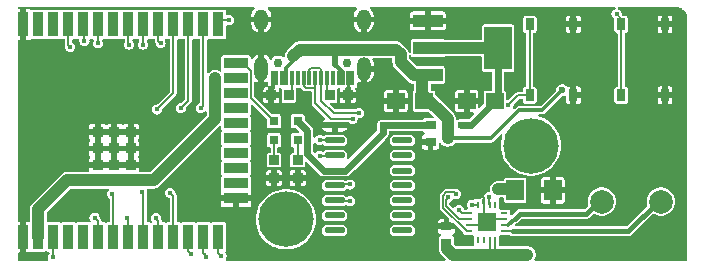
<source format=gtl>
G04 #@! TF.GenerationSoftware,KiCad,Pcbnew,8.0.7-8.0.7-0~ubuntu22.04.1*
G04 #@! TF.CreationDate,2024-12-31T16:15:11+01:00*
G04 #@! TF.ProjectId,kicad_makespace_tutorial,6b696361-645f-46d6-916b-657370616365,rev?*
G04 #@! TF.SameCoordinates,Original*
G04 #@! TF.FileFunction,Copper,L1,Top*
G04 #@! TF.FilePolarity,Positive*
%FSLAX46Y46*%
G04 Gerber Fmt 4.6, Leading zero omitted, Abs format (unit mm)*
G04 Created by KiCad (PCBNEW 8.0.7-8.0.7-0~ubuntu22.04.1) date 2024-12-31 16:15:11*
%MOMM*%
%LPD*%
G01*
G04 APERTURE LIST*
G04 #@! TA.AperFunction,ComponentPad*
%ADD10C,2.000000*%
G04 #@! TD*
G04 #@! TA.AperFunction,SMDPad,CuDef*
%ADD11R,0.860000X0.810000*%
G04 #@! TD*
G04 #@! TA.AperFunction,ComponentPad*
%ADD12C,4.700000*%
G04 #@! TD*
G04 #@! TA.AperFunction,SMDPad,CuDef*
%ADD13R,0.750000X1.000000*%
G04 #@! TD*
G04 #@! TA.AperFunction,SMDPad,CuDef*
%ADD14R,0.950000X2.100000*%
G04 #@! TD*
G04 #@! TA.AperFunction,SMDPad,CuDef*
%ADD15R,2.100000X0.950000*%
G04 #@! TD*
G04 #@! TA.AperFunction,SMDPad,CuDef*
%ADD16R,0.900000X0.900000*%
G04 #@! TD*
G04 #@! TA.AperFunction,SMDPad,CuDef*
%ADD17R,0.900000X0.800000*%
G04 #@! TD*
G04 #@! TA.AperFunction,SMDPad,CuDef*
%ADD18R,1.490000X1.730000*%
G04 #@! TD*
G04 #@! TA.AperFunction,SMDPad,CuDef*
%ADD19R,0.810000X0.860000*%
G04 #@! TD*
G04 #@! TA.AperFunction,SMDPad,CuDef*
%ADD20R,0.800000X0.800000*%
G04 #@! TD*
G04 #@! TA.AperFunction,SMDPad,CuDef*
%ADD21R,1.500000X1.360000*%
G04 #@! TD*
G04 #@! TA.AperFunction,SMDPad,CuDef*
%ADD22R,2.500000X1.100000*%
G04 #@! TD*
G04 #@! TA.AperFunction,SMDPad,CuDef*
%ADD23R,2.340000X3.600000*%
G04 #@! TD*
G04 #@! TA.AperFunction,ComponentPad*
%ADD24C,0.750000*%
G04 #@! TD*
G04 #@! TA.AperFunction,ComponentPad*
%ADD25O,1.200000X2.000000*%
G04 #@! TD*
G04 #@! TA.AperFunction,ComponentPad*
%ADD26O,1.200000X1.800000*%
G04 #@! TD*
G04 #@! TA.AperFunction,SMDPad,CuDef*
%ADD27R,0.300000X1.300000*%
G04 #@! TD*
G04 #@! TA.AperFunction,SMDPad,CuDef*
%ADD28O,1.750000X0.560000*%
G04 #@! TD*
G04 #@! TA.AperFunction,SMDPad,CuDef*
%ADD29R,0.600000X0.250000*%
G04 #@! TD*
G04 #@! TA.AperFunction,SMDPad,CuDef*
%ADD30R,0.250000X0.600000*%
G04 #@! TD*
G04 #@! TA.AperFunction,SMDPad,CuDef*
%ADD31R,1.500000X1.500000*%
G04 #@! TD*
G04 #@! TA.AperFunction,ViaPad*
%ADD32C,0.600000*%
G04 #@! TD*
G04 #@! TA.AperFunction,ViaPad*
%ADD33C,0.450000*%
G04 #@! TD*
G04 #@! TA.AperFunction,Conductor*
%ADD34C,1.000000*%
G04 #@! TD*
G04 #@! TA.AperFunction,Conductor*
%ADD35C,0.600000*%
G04 #@! TD*
G04 #@! TA.AperFunction,Conductor*
%ADD36C,0.160000*%
G04 #@! TD*
G04 #@! TA.AperFunction,Conductor*
%ADD37C,0.300000*%
G04 #@! TD*
G04 #@! TA.AperFunction,Conductor*
%ADD38C,0.200000*%
G04 #@! TD*
G04 #@! TA.AperFunction,Conductor*
%ADD39C,0.500000*%
G04 #@! TD*
G04 #@! TA.AperFunction,Conductor*
%ADD40C,0.400000*%
G04 #@! TD*
G04 APERTURE END LIST*
D10*
G04 #@! TO.P,J1,1,Pin_1*
G04 #@! TO.N,Net-(J1-Pin_1)*
X56750000Y-17000000D03*
G04 #@! TO.P,J1,2,Pin_2*
G04 #@! TO.N,Net-(J1-Pin_2)*
X61750000Y-17000000D03*
G04 #@! TD*
D11*
G04 #@! TO.P,R7,1,1*
G04 #@! TO.N,GND*
X31000000Y-15000000D03*
G04 #@! TO.P,R7,2,2*
G04 #@! TO.N,Net-(LED2-K)*
X31000000Y-13500000D03*
G04 #@! TD*
D12*
G04 #@! TO.P,H1,1*
G04 #@! TO.N,N/C*
X50750000Y-12250000D03*
G04 #@! TD*
D13*
G04 #@! TO.P,SW1,1,A*
G04 #@! TO.N,/ESP_PROG*
X58400000Y-8000000D03*
G04 #@! TO.P,SW1,2,B*
X58400000Y-2000000D03*
G04 #@! TO.P,SW1,3,C*
G04 #@! TO.N,GND*
X62100000Y-8000000D03*
G04 #@! TO.P,SW1,4,D*
X62100000Y-2000000D03*
G04 #@! TD*
D14*
G04 #@! TO.P,U3,1,GND*
G04 #@! TO.N,GND*
X7777500Y-20000000D03*
G04 #@! TO.P,U3,2,3V3*
G04 #@! TO.N,/3V3*
X9047500Y-20000000D03*
G04 #@! TO.P,U3,3,EN*
G04 #@! TO.N,/ESP_EN*
X10317500Y-20000000D03*
G04 #@! TO.P,U3,4,SENSOR_VP*
G04 #@! TO.N,unconnected-(U3-SENSOR_VP-Pad4)*
X11587500Y-20000000D03*
G04 #@! TO.P,U3,5,SENSOR_VN*
G04 #@! TO.N,unconnected-(U3-SENSOR_VN-Pad5)*
X12857500Y-20000000D03*
G04 #@! TO.P,U3,6,IO34*
G04 #@! TO.N,/GPIO_34*
X14127500Y-20000000D03*
G04 #@! TO.P,U3,7,IO35*
G04 #@! TO.N,/GPIO_35*
X15397500Y-20000000D03*
G04 #@! TO.P,U3,8,IO32*
G04 #@! TO.N,/GPIO_32*
X16667500Y-20000000D03*
G04 #@! TO.P,U3,9,IO33*
G04 #@! TO.N,/GPIO_33*
X17937500Y-20000000D03*
G04 #@! TO.P,U3,10,IO25*
G04 #@! TO.N,/GPIO_25*
X19207500Y-20000000D03*
G04 #@! TO.P,U3,11,IO26*
G04 #@! TO.N,/GPIO_26*
X20477500Y-20000000D03*
G04 #@! TO.P,U3,12,IO27*
G04 #@! TO.N,/I2S_LRCLK*
X21747500Y-20000000D03*
G04 #@! TO.P,U3,13,IO14*
G04 #@! TO.N,/I2S_BCLK*
X23017500Y-20000000D03*
G04 #@! TO.P,U3,14,IO12*
G04 #@! TO.N,/I2S_DIN*
X24287500Y-20000000D03*
D15*
G04 #@! TO.P,U3,15,GND*
G04 #@! TO.N,GND*
X25777500Y-16710000D03*
G04 #@! TO.P,U3,16,IO13*
G04 #@! TO.N,unconnected-(U3-IO13-Pad16)*
X25777500Y-15440000D03*
G04 #@! TO.P,U3,17,NC*
G04 #@! TO.N,unconnected-(U3-NC-Pad17)*
X25777500Y-14170000D03*
G04 #@! TO.P,U3,18,NC*
G04 #@! TO.N,unconnected-(U3-NC-Pad18)*
X25777500Y-12900000D03*
G04 #@! TO.P,U3,19,NC*
G04 #@! TO.N,unconnected-(U3-NC-Pad19)*
X25777500Y-11630000D03*
G04 #@! TO.P,U3,20,NC*
G04 #@! TO.N,unconnected-(U3-NC-Pad20)*
X25777500Y-10360000D03*
G04 #@! TO.P,U3,21,NC*
G04 #@! TO.N,unconnected-(U3-NC-Pad21)*
X25777500Y-9090000D03*
G04 #@! TO.P,U3,22,NC*
G04 #@! TO.N,unconnected-(U3-NC-Pad22)*
X25777500Y-7820000D03*
G04 #@! TO.P,U3,23,IO15*
G04 #@! TO.N,unconnected-(U3-IO15-Pad23)*
X25777500Y-6550000D03*
G04 #@! TO.P,U3,24,IO2*
G04 #@! TO.N,/ESP_LED*
X25777500Y-5280000D03*
D14*
G04 #@! TO.P,U3,25,IO0*
G04 #@! TO.N,/ESP_PROG*
X24287500Y-2000000D03*
G04 #@! TO.P,U3,26,IO4*
G04 #@! TO.N,/GPIO_4*
X23017500Y-2000000D03*
G04 #@! TO.P,U3,27,IO16*
G04 #@! TO.N,/GPIO_16*
X21747500Y-2000000D03*
G04 #@! TO.P,U3,28,IO17*
G04 #@! TO.N,/GPIO_17*
X20477500Y-2000000D03*
G04 #@! TO.P,U3,29,IO5*
G04 #@! TO.N,/GPIO_5*
X19207500Y-2000000D03*
G04 #@! TO.P,U3,30,IO18*
G04 #@! TO.N,/GPIO_18*
X17937500Y-2000000D03*
G04 #@! TO.P,U3,31,IO19*
G04 #@! TO.N,/GPIO_19*
X16667500Y-2000000D03*
G04 #@! TO.P,U3,32,NC*
G04 #@! TO.N,unconnected-(U3-NC-Pad32)*
X15397500Y-2000000D03*
G04 #@! TO.P,U3,33,IO21*
G04 #@! TO.N,/GPIO_21*
X14127500Y-2000000D03*
G04 #@! TO.P,U3,34,RXD0*
G04 #@! TO.N,/ESP_RXD*
X12857500Y-2000000D03*
G04 #@! TO.P,U3,35,TXD0*
G04 #@! TO.N,/ESP_TXD*
X11587500Y-2000000D03*
G04 #@! TO.P,U3,36,IO22*
G04 #@! TO.N,unconnected-(U3-IO22-Pad36)*
X10317500Y-2000000D03*
G04 #@! TO.P,U3,37,IO23*
G04 #@! TO.N,unconnected-(U3-IO23-Pad37)*
X9047500Y-2000000D03*
G04 #@! TO.P,U3,38,GND*
G04 #@! TO.N,GND*
X7777500Y-2000000D03*
D16*
G04 #@! TO.P,U3,39,GND*
X14057500Y-11100000D03*
X14057500Y-12500000D03*
X14057500Y-13900000D03*
X15457500Y-11100000D03*
X15457500Y-12500000D03*
X15457500Y-13900000D03*
X16857500Y-11100000D03*
X16857500Y-12500000D03*
X16857500Y-13900000D03*
G04 #@! TD*
D17*
G04 #@! TO.P,C3,1,1*
G04 #@! TO.N,GND*
X42250000Y-11950000D03*
G04 #@! TO.P,C3,2,2*
G04 #@! TO.N,/3V3*
X42250000Y-10550000D03*
G04 #@! TD*
D18*
G04 #@! TO.P,C4,1,1*
G04 #@! TO.N,GND*
X52600000Y-16050000D03*
G04 #@! TO.P,C4,2,2*
G04 #@! TO.N,/5V*
X49420000Y-16050000D03*
G04 #@! TD*
D11*
G04 #@! TO.P,R3,1,1*
G04 #@! TO.N,GND*
X29000000Y-15000000D03*
G04 #@! TO.P,R3,2,2*
G04 #@! TO.N,Net-(LED1-K)*
X29000000Y-13500000D03*
G04 #@! TD*
D19*
G04 #@! TO.P,R1,1,1*
G04 #@! TO.N,GND*
X35250000Y-8000000D03*
G04 #@! TO.P,R1,2,2*
G04 #@! TO.N,Net-(USBC1-CC1)*
X33750000Y-8000000D03*
G04 #@! TD*
G04 #@! TO.P,R2,1,1*
G04 #@! TO.N,GND*
X28750000Y-8000000D03*
G04 #@! TO.P,R2,2,2*
G04 #@! TO.N,Net-(USBC1-CC2)*
X30250000Y-8000000D03*
G04 #@! TD*
D20*
G04 #@! TO.P,LED2,1,K*
G04 #@! TO.N,Net-(LED2-K)*
X31000000Y-11800000D03*
G04 #@! TO.P,LED2,2,A*
G04 #@! TO.N,/3V3*
X31000000Y-10200000D03*
G04 #@! TD*
D21*
G04 #@! TO.P,C1,1,1*
G04 #@! TO.N,/3V3*
X47700000Y-8500000D03*
G04 #@! TO.P,C1,2,2*
G04 #@! TO.N,GND*
X45300000Y-8500000D03*
G04 #@! TD*
D22*
G04 #@! TO.P,U1,1,GND*
G04 #@! TO.N,GND*
X42030000Y-1700000D03*
G04 #@! TO.P,U1,2,VOUT*
G04 #@! TO.N,/3V3*
X42030000Y-4000000D03*
G04 #@! TO.P,U1,3,VIN*
G04 #@! TO.N,/5V*
X42030000Y-6300000D03*
D23*
G04 #@! TO.P,U1,4,VOUT*
G04 #@! TO.N,/3V3*
X47970000Y-4000000D03*
G04 #@! TD*
D24*
G04 #@! TO.P,USBC1,*
G04 #@! TO.N,*
X35150000Y-5262500D03*
X29350000Y-5262500D03*
D25*
G04 #@! TO.P,USBC1,0,SH*
G04 #@! TO.N,GND*
X36580000Y-5762500D03*
G04 #@! TO.P,USBC1,1*
X27920000Y-5762500D03*
D26*
G04 #@! TO.P,USBC1,2*
X27920000Y-1582500D03*
G04 #@! TO.P,USBC1,3*
X36580000Y-1582500D03*
D27*
G04 #@! TO.P,USBC1,A1,GND*
X35600000Y-6522500D03*
G04 #@! TO.P,USBC1,A4,VBUS*
G04 #@! TO.N,/5V*
X34800000Y-6522500D03*
G04 #@! TO.P,USBC1,A5,CC1*
G04 #@! TO.N,Net-(USBC1-CC1)*
X33500000Y-6522500D03*
G04 #@! TO.P,USBC1,A6,DP1*
G04 #@! TO.N,/USB_P*
X32500000Y-6522500D03*
G04 #@! TO.P,USBC1,A7,DN1*
G04 #@! TO.N,/USB_N*
X32000000Y-6522500D03*
G04 #@! TO.P,USBC1,A8,SBU1*
G04 #@! TO.N,unconnected-(USBC1-SBU1-PadA8)*
X31000000Y-6522500D03*
G04 #@! TO.P,USBC1,A9,VBUS*
G04 #@! TO.N,/5V*
X29700000Y-6522500D03*
G04 #@! TO.P,USBC1,A12,GND*
G04 #@! TO.N,GND*
X28900000Y-6522500D03*
G04 #@! TO.P,USBC1,B1,GND*
X29200000Y-6522500D03*
G04 #@! TO.P,USBC1,B4,VBUS*
G04 #@! TO.N,/5V*
X30000000Y-6522500D03*
G04 #@! TO.P,USBC1,B5,CC2*
G04 #@! TO.N,Net-(USBC1-CC2)*
X30500000Y-6522500D03*
G04 #@! TO.P,USBC1,B6,DP2*
G04 #@! TO.N,/USB_P*
X31500000Y-6522500D03*
G04 #@! TO.P,USBC1,B7,DN2*
G04 #@! TO.N,/USB_N*
X33000000Y-6522500D03*
G04 #@! TO.P,USBC1,B8,SBU2*
G04 #@! TO.N,unconnected-(USBC1-SBU2-PadB8)*
X34000000Y-6522500D03*
G04 #@! TO.P,USBC1,B9,VBUS*
G04 #@! TO.N,/5V*
X34500000Y-6522500D03*
G04 #@! TO.P,USBC1,B12,GND*
G04 #@! TO.N,GND*
X35300000Y-6522500D03*
G04 #@! TD*
D28*
G04 #@! TO.P,U2,1,GND*
G04 #@! TO.N,GND*
X34130000Y-10550000D03*
G04 #@! TO.P,U2,2,TXD*
G04 #@! TO.N,/ESP_RXD*
X34130000Y-11820000D03*
G04 #@! TO.P,U2,3,RXD*
G04 #@! TO.N,/ESP_TXD*
X34130000Y-13090000D03*
G04 #@! TO.P,U2,4,V3*
G04 #@! TO.N,/3V3*
X34130000Y-14370000D03*
G04 #@! TO.P,U2,5,UD+*
G04 #@! TO.N,/USB_P*
X34130000Y-15630000D03*
G04 #@! TO.P,U2,6,UD-*
G04 #@! TO.N,/USB_N*
X34130000Y-16900000D03*
G04 #@! TO.P,U2,7,NC.*
G04 #@! TO.N,unconnected-(U2-NC.-Pad7)*
X34130000Y-18170000D03*
G04 #@! TO.P,U2,8,~{OUT}*
G04 #@! TO.N,unconnected-(U2-~{OUT}-Pad8)*
X34130000Y-19440000D03*
G04 #@! TO.P,U2,9,~{CTS}*
G04 #@! TO.N,unconnected-(U2-~{CTS}-Pad9)*
X39870000Y-19440000D03*
G04 #@! TO.P,U2,10,~{DSR}*
G04 #@! TO.N,unconnected-(U2-~{DSR}-Pad10)*
X39870000Y-18170000D03*
G04 #@! TO.P,U2,11,~{RI}*
G04 #@! TO.N,unconnected-(U2-~{RI}-Pad11)*
X39870000Y-16900000D03*
G04 #@! TO.P,U2,12,~{DCD}*
G04 #@! TO.N,unconnected-(U2-~{DCD}-Pad12)*
X39870000Y-15630000D03*
G04 #@! TO.P,U2,13,~{DTR}*
G04 #@! TO.N,unconnected-(U2-~{DTR}-Pad13)*
X39870000Y-14370000D03*
G04 #@! TO.P,U2,14,~{RTS}*
G04 #@! TO.N,unconnected-(U2-~{RTS}-Pad14)*
X39870000Y-13090000D03*
G04 #@! TO.P,U2,15,R232*
G04 #@! TO.N,unconnected-(U2-R232-Pad15)*
X39870000Y-11820000D03*
G04 #@! TO.P,U2,16,VCC*
G04 #@! TO.N,/3V3*
X39870000Y-10550000D03*
G04 #@! TD*
D12*
G04 #@! TO.P,H3,1*
G04 #@! TO.N,N/C*
X30000000Y-18500000D03*
G04 #@! TD*
D20*
G04 #@! TO.P,LED1,1,K*
G04 #@! TO.N,Net-(LED1-K)*
X29000000Y-11800000D03*
G04 #@! TO.P,LED1,2,A*
G04 #@! TO.N,/ESP_LED*
X29000000Y-10200000D03*
G04 #@! TD*
D13*
G04 #@! TO.P,SW2,1,A*
G04 #@! TO.N,/ESP_EN*
X50650000Y-8000000D03*
G04 #@! TO.P,SW2,2,B*
X50650000Y-2000000D03*
G04 #@! TO.P,SW2,3,C*
G04 #@! TO.N,GND*
X54350000Y-8000000D03*
G04 #@! TO.P,SW2,4,D*
X54350000Y-2000000D03*
G04 #@! TD*
D29*
G04 #@! TO.P,U4,1,DIN*
G04 #@! TO.N,/I2S_DIN*
X45500000Y-18000000D03*
G04 #@! TO.P,U4,2,GAIN_SLOT*
G04 #@! TO.N,/GAIN_SLOT*
X45500000Y-18500000D03*
G04 #@! TO.P,U4,3,GND*
G04 #@! TO.N,GND*
X45500000Y-19000000D03*
G04 #@! TO.P,U4,4,~{SD_MODE}*
G04 #@! TO.N,/SD_MODE*
X45500000Y-19500000D03*
D30*
G04 #@! TO.P,U4,5,N.C.*
G04 #@! TO.N,unconnected-(U4-N.C.-Pad5)*
X46250000Y-20250000D03*
G04 #@! TO.P,U4,6,N.C.*
G04 #@! TO.N,unconnected-(U4-N.C.-Pad6)*
X46750000Y-20250000D03*
G04 #@! TO.P,U4,7,VDD*
G04 #@! TO.N,/5V*
X47250000Y-20250000D03*
G04 #@! TO.P,U4,8,VDD*
X47750000Y-20250000D03*
D29*
G04 #@! TO.P,U4,9,OUTP*
G04 #@! TO.N,Net-(J1-Pin_2)*
X48500000Y-19500000D03*
G04 #@! TO.P,U4,10,OUTN*
G04 #@! TO.N,Net-(J1-Pin_1)*
X48500000Y-19000000D03*
G04 #@! TO.P,U4,11,GND*
G04 #@! TO.N,GND*
X48500000Y-18500000D03*
G04 #@! TO.P,U4,12,N.C.*
G04 #@! TO.N,unconnected-(U4-N.C.-Pad12)*
X48500000Y-18000000D03*
D30*
G04 #@! TO.P,U4,13,N.C.*
G04 #@! TO.N,unconnected-(U4-N.C.-Pad13)*
X47750000Y-17250000D03*
G04 #@! TO.P,U4,14,LRCLK*
G04 #@! TO.N,/I2S_LRCLK*
X47250000Y-17250000D03*
G04 #@! TO.P,U4,15,GND*
G04 #@! TO.N,GND*
X46750000Y-17250000D03*
G04 #@! TO.P,U4,16,BCLK*
G04 #@! TO.N,/I2S_BCLK*
X46250000Y-17250000D03*
D31*
G04 #@! TO.P,U4,17,EP*
G04 #@! TO.N,GND*
X47000000Y-18750000D03*
G04 #@! TD*
D21*
G04 #@! TO.P,C2,1,1*
G04 #@! TO.N,/5V*
X41700000Y-8500000D03*
G04 #@! TO.P,C2,2,2*
G04 #@! TO.N,GND*
X39300000Y-8500000D03*
G04 #@! TD*
D17*
G04 #@! TO.P,C5,1,1*
G04 #@! TO.N,GND*
X43600000Y-19100000D03*
G04 #@! TO.P,C5,2,2*
G04 #@! TO.N,/5V*
X43600000Y-20500000D03*
G04 #@! TD*
D32*
G04 #@! TO.N,/3V3*
X38200000Y-10550000D03*
X44850000Y-10500000D03*
X24000000Y-6550000D03*
X22300000Y-11600000D03*
X44800000Y-4000000D03*
X20500000Y-13500000D03*
G04 #@! TO.N,GND*
X59700000Y-17550000D03*
X37750000Y-14950000D03*
X9600000Y-4750000D03*
X55500000Y-10550000D03*
X11300000Y-17700000D03*
X27000000Y-19900000D03*
X51800000Y-18750000D03*
X34400000Y-1700000D03*
X56600000Y-5600000D03*
X53400000Y-18800000D03*
D33*
X46350000Y-16300000D03*
D32*
X56050000Y-20300000D03*
X12900000Y-5700000D03*
X51650000Y-20400000D03*
X56700000Y-18650000D03*
X30400000Y-1800000D03*
X42000000Y-21500000D03*
X24550000Y-3850000D03*
X58250000Y-20400000D03*
X58450000Y-18450000D03*
X32450000Y-1600000D03*
X9900000Y-10500000D03*
X56400000Y-2900000D03*
X32800000Y-20300000D03*
X23600000Y-16500000D03*
X51150000Y-17150000D03*
X53650000Y-20350000D03*
X42000000Y-17000000D03*
X36950000Y-20600000D03*
X23000000Y-13500000D03*
X54550000Y-17200000D03*
X45200000Y-2200000D03*
X61100000Y-19100000D03*
X45150000Y-6000000D03*
G04 #@! TO.N,/5V*
X43700000Y-11650000D03*
X50450000Y-21500000D03*
X53400000Y-7575000D03*
X48000000Y-15950000D03*
D33*
G04 #@! TO.N,/SD_MODE*
X44400000Y-16350000D03*
G04 #@! TO.N,/GAIN_SLOT*
X43750000Y-16650000D03*
G04 #@! TO.N,/ESP_PROG*
X58000000Y-1100000D03*
X25200000Y-1650000D03*
G04 #@! TO.N,/ESP_EN*
X48850000Y-8800000D03*
X10300000Y-21700000D03*
G04 #@! TO.N,/USB_N*
X36200000Y-9500000D03*
X35450000Y-16950000D03*
G04 #@! TO.N,/ESP_TXD*
X11750000Y-3900000D03*
X32850000Y-13100000D03*
G04 #@! TO.N,/ESP_RXD*
X32850000Y-11800000D03*
X12950000Y-3400000D03*
G04 #@! TO.N,/USB_P*
X35650000Y-10000000D03*
X35450000Y-15550000D03*
G04 #@! TO.N,/I2S_BCLK*
X23250000Y-21650000D03*
X45750000Y-17250000D03*
G04 #@! TO.N,/I2S_LRCLK*
X47200000Y-16600000D03*
X22000000Y-21400000D03*
G04 #@! TO.N,/I2S_DIN*
X44650000Y-17700000D03*
X24550000Y-21600000D03*
G04 #@! TO.N,/GPIO_21*
X14100000Y-3600000D03*
G04 #@! TO.N,/GPIO_19*
X16700000Y-3700000D03*
G04 #@! TO.N,/GPIO_16*
X21100000Y-9100000D03*
G04 #@! TO.N,/GPIO_17*
X19100000Y-9200000D03*
G04 #@! TO.N,/GPIO_5*
X19400000Y-3600000D03*
G04 #@! TO.N,/GPIO_18*
X17900000Y-3700000D03*
G04 #@! TO.N,/GPIO_4*
X22800000Y-9100000D03*
G04 #@! TO.N,/GPIO_35*
X15300000Y-16350000D03*
G04 #@! TO.N,/GPIO_25*
X19000000Y-18400000D03*
G04 #@! TO.N,/GPIO_32*
X16550000Y-18400000D03*
G04 #@! TO.N,/GPIO_26*
X20200000Y-16250000D03*
G04 #@! TO.N,/GPIO_34*
X13800000Y-18350000D03*
G04 #@! TO.N,/GPIO_33*
X17850000Y-16150000D03*
G04 #@! TD*
D34*
G04 #@! TO.N,/3V3*
X11500000Y-15200000D02*
X18800000Y-15200000D01*
D35*
X45700000Y-10500000D02*
X44850000Y-10500000D01*
D34*
X9047500Y-20000000D02*
X9047500Y-17652500D01*
D35*
X38200000Y-10550000D02*
X38200000Y-11215000D01*
X31830000Y-11030000D02*
X31000000Y-10200000D01*
X47970000Y-4000000D02*
X47970000Y-8230000D01*
X35045000Y-14370000D02*
X34130000Y-14370000D01*
D34*
X24000000Y-10000000D02*
X24000000Y-6550000D01*
D35*
X47700000Y-8500000D02*
X45700000Y-10500000D01*
X31830000Y-12999239D02*
X31830000Y-11030000D01*
X38200000Y-11215000D02*
X35045000Y-14370000D01*
D34*
X18800000Y-15200000D02*
X24000000Y-10000000D01*
D35*
X38200000Y-10550000D02*
X39870000Y-10550000D01*
D34*
X9047500Y-17652500D02*
X11500000Y-15200000D01*
D35*
X33200761Y-14370000D02*
X31830000Y-12999239D01*
D34*
X42030000Y-4000000D02*
X47970000Y-4000000D01*
D35*
X39870000Y-10550000D02*
X42250000Y-10550000D01*
X34130000Y-14370000D02*
X33200761Y-14370000D01*
D36*
G04 #@! TO.N,GND*
X46750000Y-16700000D02*
X46350000Y-16300000D01*
X46750000Y-17250000D02*
X46750000Y-18500000D01*
X45500000Y-19000000D02*
X46750000Y-19000000D01*
X46750000Y-17250000D02*
X46750000Y-16700000D01*
X48500000Y-18500000D02*
X47250000Y-18500000D01*
D34*
G04 #@! TO.N,/5V*
X43700000Y-10000000D02*
X43700000Y-11650000D01*
X31162500Y-4137500D02*
X30600000Y-4700000D01*
D37*
X30600000Y-5108516D02*
X30600000Y-4700000D01*
X34800000Y-6008516D02*
X34200000Y-5408516D01*
D34*
X39710000Y-4510000D02*
X39337500Y-4137500D01*
D37*
X30000000Y-5708516D02*
X30600000Y-5108516D01*
D38*
X47250000Y-20250000D02*
X47250000Y-21450000D01*
D37*
X53400000Y-7575000D02*
X51725000Y-9250000D01*
D34*
X40860000Y-6300000D02*
X41560000Y-6300000D01*
D37*
X51725000Y-9250000D02*
X49750000Y-9250000D01*
D38*
X47750000Y-20250000D02*
X47750000Y-21500000D01*
D34*
X41560000Y-7450000D02*
X41560000Y-7860000D01*
X34200000Y-4137500D02*
X31162500Y-4137500D01*
D37*
X30000000Y-6522500D02*
X30000000Y-5708516D01*
D34*
X44150000Y-21500000D02*
X43650000Y-21000000D01*
X39710000Y-5150000D02*
X40860000Y-6300000D01*
D37*
X49750000Y-9250000D02*
X47350000Y-11650000D01*
D34*
X48000000Y-15950000D02*
X49320000Y-15950000D01*
X41560000Y-7860000D02*
X43700000Y-10000000D01*
X41560000Y-6300000D02*
X41560000Y-7450000D01*
X44150000Y-21500000D02*
X50450000Y-21500000D01*
X41560000Y-7450000D02*
X41560000Y-8360000D01*
X39710000Y-4510000D02*
X39710000Y-5150000D01*
X39337500Y-4137500D02*
X34200000Y-4137500D01*
D37*
X34800000Y-6522500D02*
X34800000Y-6008516D01*
D39*
X34200000Y-5408516D02*
X34200000Y-4137500D01*
D37*
X47350000Y-11650000D02*
X43700000Y-11650000D01*
D40*
G04 #@! TO.N,Net-(J1-Pin_2)*
X49250000Y-19500000D02*
X59000000Y-19500000D01*
X59000000Y-19500000D02*
X61500000Y-17000000D01*
D38*
X49250000Y-19500000D02*
X48500000Y-19500000D01*
D40*
G04 #@! TO.N,Net-(J1-Pin_1)*
X56500000Y-17000000D02*
X55450000Y-18050000D01*
D38*
X48850000Y-19000000D02*
X48500000Y-19000000D01*
D40*
X49800000Y-18050000D02*
X49400000Y-18450000D01*
D37*
X49400000Y-18450000D02*
X48850000Y-19000000D01*
D40*
X55450000Y-18050000D02*
X49800000Y-18050000D01*
D36*
G04 #@! TO.N,/SD_MODE*
X44270000Y-16220000D02*
X43571888Y-16220000D01*
X43571888Y-16220000D02*
X43300000Y-16491888D01*
X43300000Y-16491888D02*
X43300000Y-17500000D01*
X43300000Y-17500000D02*
X45300000Y-19500000D01*
X44400000Y-16350000D02*
X44270000Y-16220000D01*
G04 #@! TO.N,/GAIN_SLOT*
X43560000Y-16840000D02*
X43750000Y-16650000D01*
X44700000Y-18500000D02*
X43560000Y-17360000D01*
X43560000Y-17360000D02*
X43560000Y-16840000D01*
X45500000Y-18500000D02*
X44700000Y-18500000D01*
G04 #@! TO.N,Net-(LED1-K)*
X29000000Y-11800000D02*
X29000000Y-13500000D01*
G04 #@! TO.N,/ESP_LED*
X29000000Y-10200000D02*
X27007500Y-8207500D01*
X27007500Y-8207500D02*
X27007500Y-5935000D01*
X27007500Y-5935000D02*
X26352500Y-5280000D01*
G04 #@! TO.N,Net-(USBC1-CC1)*
X33500000Y-6522500D02*
X33500000Y-7750000D01*
G04 #@! TO.N,Net-(USBC1-CC2)*
X30500000Y-6522500D02*
X30500000Y-7750000D01*
G04 #@! TO.N,/ESP_PROG*
X58400000Y-8000000D02*
X58400000Y-2000000D01*
X58400000Y-2000000D02*
X58400000Y-1500000D01*
X58400000Y-1500000D02*
X58000000Y-1100000D01*
X25200000Y-1650000D02*
X24637500Y-1650000D01*
G04 #@! TO.N,/ESP_EN*
X10317500Y-21682500D02*
X10317500Y-20000000D01*
X48850000Y-8800000D02*
X49650000Y-8000000D01*
X10300000Y-21700000D02*
X10317500Y-21682500D01*
X49650000Y-8000000D02*
X50650000Y-8000000D01*
X50650000Y-8000000D02*
X50650000Y-2000000D01*
D38*
G04 #@! TO.N,/USB_N*
X36200000Y-9500000D02*
X34050000Y-9500000D01*
X33000000Y-8450000D02*
X33000000Y-6522500D01*
X34050000Y-9500000D02*
X33000000Y-8450000D01*
X32150000Y-5672500D02*
X32850000Y-5672500D01*
X32850000Y-5672500D02*
X33000000Y-5822500D01*
X33000000Y-5822500D02*
X33000000Y-6522500D01*
X32000000Y-6522500D02*
X32000000Y-5822500D01*
X35450000Y-16950000D02*
X34280000Y-16950000D01*
X32000000Y-5822500D02*
X32150000Y-5672500D01*
D36*
G04 #@! TO.N,/ESP_TXD*
X11587500Y-3737500D02*
X11587500Y-2000000D01*
X32850000Y-13100000D02*
X34120000Y-13100000D01*
X11750000Y-3900000D02*
X11587500Y-3737500D01*
G04 #@! TO.N,/ESP_RXD*
X32870000Y-11820000D02*
X32850000Y-11800000D01*
X34130000Y-11820000D02*
X32870000Y-11820000D01*
X12950000Y-3400000D02*
X12950000Y-2092500D01*
D38*
G04 #@! TO.N,/USB_P*
X31500000Y-6522500D02*
X31500000Y-7200000D01*
X32350000Y-7372500D02*
X32500000Y-7222500D01*
X31672500Y-7372500D02*
X32350000Y-7372500D01*
X35650000Y-10000000D02*
X33813603Y-10000000D01*
X31500000Y-7200000D02*
X31672500Y-7372500D01*
X32500000Y-6522500D02*
X32500000Y-8686397D01*
X32500000Y-8686397D02*
X33813603Y-10000000D01*
X35450000Y-15550000D02*
X34210000Y-15550000D01*
X32500000Y-7222500D02*
X32500000Y-6522500D01*
D36*
G04 #@! TO.N,/I2S_BCLK*
X45750000Y-17250000D02*
X46250000Y-17250000D01*
X23017500Y-20000000D02*
X23017500Y-21317500D01*
X23250000Y-21550000D02*
X23250000Y-21650000D01*
X23017500Y-21317500D02*
X23250000Y-21550000D01*
G04 #@! TO.N,/I2S_LRCLK*
X21750000Y-21200000D02*
X21950000Y-21400000D01*
X47200000Y-17200000D02*
X47250000Y-17250000D01*
X21950000Y-21400000D02*
X22000000Y-21400000D01*
X21750000Y-20617500D02*
X21750000Y-21200000D01*
X21747500Y-20000000D02*
X21747500Y-20997500D01*
X47200000Y-16600000D02*
X47200000Y-17200000D01*
G04 #@! TO.N,/I2S_DIN*
X44650000Y-17700000D02*
X44950000Y-18000000D01*
X44950000Y-18000000D02*
X45500000Y-18000000D01*
X24287500Y-21337500D02*
X24287500Y-20000000D01*
X24550000Y-21600000D02*
X24287500Y-21337500D01*
G04 #@! TO.N,Net-(LED2-K)*
X31000000Y-11800000D02*
X31000000Y-13500000D01*
G04 #@! TO.N,/GPIO_21*
X14100000Y-3600000D02*
X14127500Y-3572500D01*
X14127500Y-3572500D02*
X14127500Y-2000000D01*
G04 #@! TO.N,/GPIO_19*
X16667500Y-3667500D02*
X16667500Y-2000000D01*
X16700000Y-3700000D02*
X16667500Y-3667500D01*
G04 #@! TO.N,/GPIO_16*
X21100000Y-9100000D02*
X21747500Y-8452500D01*
X21747500Y-8452500D02*
X21747500Y-2000000D01*
G04 #@! TO.N,/GPIO_17*
X19100000Y-9200000D02*
X20477500Y-7822500D01*
X20477500Y-7822500D02*
X20477500Y-2000000D01*
G04 #@! TO.N,/GPIO_5*
X19207500Y-3407500D02*
X19207500Y-2000000D01*
X19400000Y-3600000D02*
X19207500Y-3407500D01*
G04 #@! TO.N,/GPIO_18*
X17900000Y-3700000D02*
X17937500Y-3662500D01*
X17937500Y-3662500D02*
X17937500Y-2000000D01*
G04 #@! TO.N,/GPIO_4*
X22800000Y-9100000D02*
X23017500Y-8882500D01*
X23017500Y-8882500D02*
X23017500Y-2000000D01*
G04 #@! TO.N,/GPIO_35*
X15397500Y-20000000D02*
X15397500Y-16447500D01*
X15397500Y-16447500D02*
X15300000Y-16350000D01*
G04 #@! TO.N,/GPIO_25*
X19207500Y-18607500D02*
X19000000Y-18400000D01*
X19207500Y-20000000D02*
X19207500Y-18607500D01*
G04 #@! TO.N,/GPIO_32*
X16667500Y-18517500D02*
X16550000Y-18400000D01*
X16667500Y-20000000D02*
X16667500Y-18517500D01*
G04 #@! TO.N,/GPIO_26*
X20477500Y-20000000D02*
X20477500Y-16527500D01*
X20477500Y-16527500D02*
X20200000Y-16250000D01*
G04 #@! TO.N,/GPIO_34*
X14127500Y-20000000D02*
X14127500Y-18677500D01*
X14127500Y-18677500D02*
X13800000Y-18350000D01*
G04 #@! TO.N,/GPIO_33*
X17937500Y-16237500D02*
X17850000Y-16150000D01*
X17937500Y-20000000D02*
X17937500Y-16237500D01*
G04 #@! TD*
G04 #@! TA.AperFunction,Conductor*
G04 #@! TO.N,GND*
G36*
X27319103Y-519406D02*
G01*
X27355067Y-568906D01*
X27355067Y-630092D01*
X27330916Y-669503D01*
X27259759Y-740659D01*
X27166739Y-879874D01*
X27102664Y-1034565D01*
X27070000Y-1198779D01*
X27070000Y-1332499D01*
X27070001Y-1332500D01*
X27520001Y-1332500D01*
X27520001Y-1832500D01*
X27070001Y-1832500D01*
X27070000Y-1832501D01*
X27070000Y-1966220D01*
X27102664Y-2130434D01*
X27166739Y-2285125D01*
X27259759Y-2424340D01*
X27378159Y-2542740D01*
X27517374Y-2635760D01*
X27670000Y-2698979D01*
X27670000Y-2198184D01*
X27674395Y-2202579D01*
X27765606Y-2255240D01*
X27867339Y-2282499D01*
X27972661Y-2282499D01*
X28074394Y-2255240D01*
X28165605Y-2202579D01*
X28170000Y-2198184D01*
X28170000Y-2698978D01*
X28322625Y-2635760D01*
X28461840Y-2542740D01*
X28580240Y-2424340D01*
X28673260Y-2285125D01*
X28737335Y-2130434D01*
X28769999Y-1966220D01*
X28770000Y-1966216D01*
X28770000Y-1832501D01*
X28769999Y-1832500D01*
X28319999Y-1832500D01*
X28319999Y-1332500D01*
X28769999Y-1332500D01*
X28770000Y-1332499D01*
X28770000Y-1198783D01*
X28769999Y-1198779D01*
X28737335Y-1034565D01*
X28673260Y-879874D01*
X28580240Y-740659D01*
X28509084Y-669503D01*
X28481307Y-614986D01*
X28490878Y-554554D01*
X28534143Y-511289D01*
X28579088Y-500499D01*
X35920912Y-500499D01*
X35979103Y-519406D01*
X36015067Y-568906D01*
X36015067Y-630092D01*
X35990916Y-669503D01*
X35919759Y-740659D01*
X35826739Y-879874D01*
X35762664Y-1034565D01*
X35730000Y-1198779D01*
X35730000Y-1332499D01*
X35730001Y-1332500D01*
X36180001Y-1332500D01*
X36180001Y-1832500D01*
X35730001Y-1832500D01*
X35730000Y-1832501D01*
X35730000Y-1966220D01*
X35762664Y-2130434D01*
X35826739Y-2285125D01*
X35919759Y-2424340D01*
X36038159Y-2542740D01*
X36177374Y-2635760D01*
X36330000Y-2698979D01*
X36330000Y-2198184D01*
X36334395Y-2202579D01*
X36425606Y-2255240D01*
X36527339Y-2282499D01*
X36632661Y-2282499D01*
X36734394Y-2255240D01*
X36825605Y-2202579D01*
X36830000Y-2198184D01*
X36830000Y-2698978D01*
X36982625Y-2635760D01*
X37121840Y-2542740D01*
X37240240Y-2424340D01*
X37333260Y-2285125D01*
X37397335Y-2130434D01*
X37429999Y-1966220D01*
X37430000Y-1966216D01*
X37430000Y-1950001D01*
X40530000Y-1950001D01*
X40530000Y-2274624D01*
X40544506Y-2347546D01*
X40544507Y-2347548D01*
X40599758Y-2430237D01*
X40599762Y-2430241D01*
X40682451Y-2485492D01*
X40682453Y-2485493D01*
X40755375Y-2499999D01*
X40755377Y-2500000D01*
X41779999Y-2500000D01*
X41780000Y-2499999D01*
X41780000Y-1950001D01*
X42280000Y-1950001D01*
X42280000Y-2499999D01*
X42280001Y-2500000D01*
X43304623Y-2500000D01*
X43304624Y-2499999D01*
X43377546Y-2485493D01*
X43377548Y-2485492D01*
X43460237Y-2430241D01*
X43460241Y-2430237D01*
X43515492Y-2347548D01*
X43515493Y-2347546D01*
X43529999Y-2274624D01*
X43530000Y-2274622D01*
X43530000Y-1950001D01*
X43529999Y-1950000D01*
X42280001Y-1950000D01*
X42280000Y-1950001D01*
X41780000Y-1950001D01*
X41779999Y-1950000D01*
X40530001Y-1950000D01*
X40530000Y-1950001D01*
X37430000Y-1950001D01*
X37430000Y-1832501D01*
X37429999Y-1832500D01*
X36979999Y-1832500D01*
X36979999Y-1332500D01*
X37429999Y-1332500D01*
X37430000Y-1332499D01*
X37430000Y-1198783D01*
X37429999Y-1198779D01*
X37415398Y-1125375D01*
X40530000Y-1125375D01*
X40530000Y-1449999D01*
X40530001Y-1450000D01*
X41779999Y-1450000D01*
X41780000Y-1449999D01*
X41780000Y-900001D01*
X42280000Y-900001D01*
X42280000Y-1449999D01*
X42280001Y-1450000D01*
X43529999Y-1450000D01*
X43530000Y-1449999D01*
X43530000Y-1125377D01*
X43529999Y-1125375D01*
X43515493Y-1052453D01*
X43515492Y-1052451D01*
X43460241Y-969762D01*
X43460237Y-969758D01*
X43377548Y-914507D01*
X43377546Y-914506D01*
X43304624Y-900000D01*
X42280001Y-900000D01*
X42280000Y-900001D01*
X41780000Y-900001D01*
X41779999Y-900000D01*
X40755375Y-900000D01*
X40682453Y-914506D01*
X40682451Y-914507D01*
X40599762Y-969758D01*
X40599758Y-969762D01*
X40544507Y-1052451D01*
X40544506Y-1052453D01*
X40530000Y-1125375D01*
X37415398Y-1125375D01*
X37397335Y-1034565D01*
X37333260Y-879874D01*
X37240240Y-740659D01*
X37169084Y-669503D01*
X37141307Y-614986D01*
X37150878Y-554554D01*
X37194143Y-511289D01*
X37239088Y-500499D01*
X57826977Y-500499D01*
X57885168Y-519406D01*
X57921132Y-568906D01*
X57921132Y-630092D01*
X57885168Y-679592D01*
X57871923Y-687708D01*
X57746781Y-751471D01*
X57651470Y-846782D01*
X57590282Y-966870D01*
X57590281Y-966872D01*
X57569196Y-1099999D01*
X57569196Y-1100000D01*
X57590281Y-1233127D01*
X57590282Y-1233129D01*
X57651470Y-1353217D01*
X57651472Y-1353220D01*
X57746780Y-1448528D01*
X57770444Y-1460585D01*
X57813708Y-1503848D01*
X57824500Y-1548795D01*
X57824500Y-2519746D01*
X57824501Y-2519758D01*
X57829073Y-2542740D01*
X57836133Y-2578231D01*
X57880448Y-2644552D01*
X57880451Y-2644554D01*
X57933853Y-2680237D01*
X57946769Y-2688867D01*
X57991231Y-2697711D01*
X58005241Y-2700498D01*
X58005246Y-2700498D01*
X58005252Y-2700500D01*
X58020500Y-2700500D01*
X58078691Y-2719407D01*
X58114655Y-2768907D01*
X58119500Y-2799500D01*
X58119500Y-7200500D01*
X58100593Y-7258691D01*
X58051093Y-7294655D01*
X58020500Y-7299500D01*
X58005252Y-7299500D01*
X58005251Y-7299500D01*
X58005241Y-7299501D01*
X57946772Y-7311132D01*
X57946766Y-7311134D01*
X57880451Y-7355445D01*
X57880445Y-7355451D01*
X57836134Y-7421766D01*
X57836132Y-7421772D01*
X57824501Y-7480241D01*
X57824500Y-7480253D01*
X57824500Y-8519746D01*
X57824501Y-8519758D01*
X57836132Y-8578227D01*
X57836134Y-8578233D01*
X57877540Y-8640200D01*
X57880448Y-8644552D01*
X57880451Y-8644554D01*
X57933853Y-8680237D01*
X57946769Y-8688867D01*
X57991231Y-8697711D01*
X58005241Y-8700498D01*
X58005246Y-8700498D01*
X58005252Y-8700500D01*
X58005253Y-8700500D01*
X58794747Y-8700500D01*
X58794748Y-8700500D01*
X58853231Y-8688867D01*
X58919552Y-8644552D01*
X58963867Y-8578231D01*
X58975500Y-8519748D01*
X58975500Y-8250001D01*
X61475000Y-8250001D01*
X61475000Y-8524624D01*
X61489506Y-8597546D01*
X61489507Y-8597548D01*
X61544758Y-8680237D01*
X61544762Y-8680241D01*
X61627451Y-8735492D01*
X61627453Y-8735493D01*
X61700375Y-8749999D01*
X61700377Y-8750000D01*
X61849999Y-8750000D01*
X61850000Y-8749999D01*
X61850000Y-8250001D01*
X62350000Y-8250001D01*
X62350000Y-8749999D01*
X62350001Y-8750000D01*
X62499623Y-8750000D01*
X62499624Y-8749999D01*
X62572546Y-8735493D01*
X62572548Y-8735492D01*
X62655237Y-8680241D01*
X62655241Y-8680237D01*
X62710492Y-8597548D01*
X62710493Y-8597546D01*
X62724999Y-8524624D01*
X62725000Y-8524622D01*
X62725000Y-8250001D01*
X62724999Y-8250000D01*
X62350001Y-8250000D01*
X62350000Y-8250001D01*
X61850000Y-8250001D01*
X61849999Y-8250000D01*
X61475001Y-8250000D01*
X61475000Y-8250001D01*
X58975500Y-8250001D01*
X58975500Y-7480252D01*
X58974530Y-7475375D01*
X61475000Y-7475375D01*
X61475000Y-7749999D01*
X61475001Y-7750000D01*
X61849999Y-7750000D01*
X61850000Y-7749999D01*
X61850000Y-7250001D01*
X62350000Y-7250001D01*
X62350000Y-7749999D01*
X62350001Y-7750000D01*
X62724999Y-7750000D01*
X62725000Y-7749999D01*
X62725000Y-7475377D01*
X62724999Y-7475375D01*
X62710493Y-7402453D01*
X62710492Y-7402451D01*
X62655241Y-7319762D01*
X62655237Y-7319758D01*
X62572548Y-7264507D01*
X62572546Y-7264506D01*
X62499624Y-7250000D01*
X62350001Y-7250000D01*
X62350000Y-7250001D01*
X61850000Y-7250001D01*
X61849999Y-7250000D01*
X61700375Y-7250000D01*
X61627453Y-7264506D01*
X61627451Y-7264507D01*
X61544762Y-7319758D01*
X61544758Y-7319762D01*
X61489507Y-7402451D01*
X61489506Y-7402453D01*
X61475000Y-7475375D01*
X58974530Y-7475375D01*
X58963867Y-7421769D01*
X58919552Y-7355448D01*
X58906641Y-7346821D01*
X58853233Y-7311134D01*
X58853231Y-7311133D01*
X58853228Y-7311132D01*
X58853227Y-7311132D01*
X58794758Y-7299501D01*
X58794748Y-7299500D01*
X58794747Y-7299500D01*
X58779500Y-7299500D01*
X58721309Y-7280593D01*
X58685345Y-7231093D01*
X58680500Y-7200500D01*
X58680500Y-2799500D01*
X58699407Y-2741309D01*
X58748907Y-2705345D01*
X58779500Y-2700500D01*
X58794747Y-2700500D01*
X58794748Y-2700500D01*
X58853231Y-2688867D01*
X58919552Y-2644552D01*
X58963867Y-2578231D01*
X58975500Y-2519748D01*
X58975500Y-2250001D01*
X61475000Y-2250001D01*
X61475000Y-2524624D01*
X61489506Y-2597546D01*
X61489507Y-2597548D01*
X61544758Y-2680237D01*
X61544762Y-2680241D01*
X61627451Y-2735492D01*
X61627453Y-2735493D01*
X61700375Y-2749999D01*
X61700377Y-2750000D01*
X61849999Y-2750000D01*
X61850000Y-2749999D01*
X61850000Y-2250001D01*
X62350000Y-2250001D01*
X62350000Y-2749999D01*
X62350001Y-2750000D01*
X62499623Y-2750000D01*
X62499624Y-2749999D01*
X62572546Y-2735493D01*
X62572548Y-2735492D01*
X62655237Y-2680241D01*
X62655241Y-2680237D01*
X62710492Y-2597548D01*
X62710493Y-2597546D01*
X62724999Y-2524624D01*
X62725000Y-2524622D01*
X62725000Y-2250001D01*
X62724999Y-2250000D01*
X62350001Y-2250000D01*
X62350000Y-2250001D01*
X61850000Y-2250001D01*
X61849999Y-2250000D01*
X61475001Y-2250000D01*
X61475000Y-2250001D01*
X58975500Y-2250001D01*
X58975500Y-1480252D01*
X58974530Y-1475375D01*
X61475000Y-1475375D01*
X61475000Y-1749999D01*
X61475001Y-1750000D01*
X61849999Y-1750000D01*
X61850000Y-1749999D01*
X61850000Y-1250001D01*
X62350000Y-1250001D01*
X62350000Y-1749999D01*
X62350001Y-1750000D01*
X62724999Y-1750000D01*
X62725000Y-1749999D01*
X62725000Y-1475377D01*
X62724999Y-1475375D01*
X62710493Y-1402453D01*
X62710492Y-1402451D01*
X62655241Y-1319762D01*
X62655237Y-1319758D01*
X62572548Y-1264507D01*
X62572546Y-1264506D01*
X62499624Y-1250000D01*
X62350001Y-1250000D01*
X62350000Y-1250001D01*
X61850000Y-1250001D01*
X61849999Y-1250000D01*
X61700375Y-1250000D01*
X61627453Y-1264506D01*
X61627451Y-1264507D01*
X61544762Y-1319758D01*
X61544758Y-1319762D01*
X61489507Y-1402451D01*
X61489506Y-1402453D01*
X61475000Y-1475375D01*
X58974530Y-1475375D01*
X58963867Y-1421769D01*
X58919552Y-1355448D01*
X58916218Y-1353220D01*
X58853233Y-1311134D01*
X58853231Y-1311133D01*
X58853228Y-1311132D01*
X58853227Y-1311132D01*
X58794758Y-1299501D01*
X58794748Y-1299500D01*
X58794747Y-1299500D01*
X58637195Y-1299500D01*
X58579004Y-1280593D01*
X58567191Y-1270504D01*
X58459800Y-1163113D01*
X58432023Y-1108596D01*
X58431882Y-1106806D01*
X58418920Y-1024970D01*
X58409719Y-966874D01*
X58348528Y-846780D01*
X58253220Y-751472D01*
X58231998Y-740659D01*
X58128077Y-687708D01*
X58084813Y-644444D01*
X58075242Y-584011D01*
X58103020Y-529495D01*
X58157536Y-501718D01*
X58173023Y-500499D01*
X63060712Y-500499D01*
X63075292Y-501578D01*
X63218737Y-522939D01*
X63234848Y-526737D01*
X63378443Y-573564D01*
X63393694Y-579993D01*
X63527480Y-650093D01*
X63541449Y-658974D01*
X63661682Y-750384D01*
X63673976Y-761470D01*
X63777291Y-871630D01*
X63787567Y-884610D01*
X63871091Y-1010461D01*
X63879059Y-1024970D01*
X63940436Y-1162958D01*
X63945876Y-1178593D01*
X63983408Y-1324897D01*
X63986166Y-1341220D01*
X63999153Y-1496008D01*
X63999500Y-1504285D01*
X63999500Y-21900500D01*
X63980593Y-21958691D01*
X63931093Y-21994655D01*
X63900500Y-21999500D01*
X51143945Y-21999500D01*
X51085754Y-21980593D01*
X51049790Y-21931093D01*
X51049790Y-21869907D01*
X51061631Y-21845497D01*
X51070770Y-21831819D01*
X51070771Y-21831816D01*
X51070775Y-21831811D01*
X51123580Y-21704328D01*
X51150500Y-21568993D01*
X51150500Y-21431007D01*
X51123580Y-21295672D01*
X51092644Y-21220985D01*
X51070777Y-21168193D01*
X51070771Y-21168182D01*
X50994114Y-21053458D01*
X50896541Y-20955885D01*
X50781817Y-20879228D01*
X50781806Y-20879222D01*
X50654328Y-20826420D01*
X50518995Y-20799500D01*
X50518993Y-20799500D01*
X48149500Y-20799500D01*
X48091309Y-20780593D01*
X48055345Y-20731093D01*
X48050500Y-20700500D01*
X48050500Y-20678268D01*
X48062632Y-20638277D01*
X48060134Y-20637243D01*
X48063863Y-20628235D01*
X48063867Y-20628231D01*
X48075500Y-20569748D01*
X48075500Y-19930252D01*
X48075500Y-19925388D01*
X48077793Y-19925388D01*
X48088993Y-19874342D01*
X48134730Y-19833700D01*
X48175388Y-19827260D01*
X48175388Y-19825500D01*
X48819747Y-19825500D01*
X48819748Y-19825500D01*
X48878231Y-19813867D01*
X48878237Y-19813862D01*
X48887243Y-19810134D01*
X48888276Y-19812630D01*
X48928268Y-19800500D01*
X48944443Y-19800500D01*
X48998070Y-19817924D01*
X48998468Y-19817236D01*
X49001706Y-19819105D01*
X49002634Y-19819407D01*
X49004014Y-19820438D01*
X49004087Y-19820480D01*
X49095413Y-19873207D01*
X49197273Y-19900500D01*
X49197275Y-19900500D01*
X59052725Y-19900500D01*
X59052727Y-19900500D01*
X59154588Y-19873207D01*
X59154590Y-19873205D01*
X59154592Y-19873205D01*
X59245908Y-19820483D01*
X59245908Y-19820482D01*
X59245913Y-19820480D01*
X61017912Y-18048479D01*
X61072427Y-18020704D01*
X61132859Y-18030275D01*
X61140009Y-18034301D01*
X61212599Y-18079247D01*
X61420060Y-18159618D01*
X61638757Y-18200500D01*
X61861243Y-18200500D01*
X62079940Y-18159618D01*
X62287401Y-18079247D01*
X62476562Y-17962124D01*
X62640981Y-17812236D01*
X62775058Y-17634689D01*
X62874229Y-17435528D01*
X62935115Y-17221536D01*
X62955643Y-17000000D01*
X62935115Y-16778464D01*
X62874229Y-16564472D01*
X62775058Y-16365311D01*
X62640981Y-16187764D01*
X62476562Y-16037876D01*
X62287401Y-15920753D01*
X62079940Y-15840382D01*
X62079939Y-15840381D01*
X62079937Y-15840381D01*
X61861243Y-15799500D01*
X61638757Y-15799500D01*
X61420062Y-15840381D01*
X61387765Y-15852893D01*
X61212599Y-15920753D01*
X61061200Y-16014495D01*
X61023438Y-16037876D01*
X60859116Y-16187676D01*
X60859019Y-16187764D01*
X60837039Y-16216870D01*
X60724943Y-16365309D01*
X60724938Y-16365318D01*
X60635279Y-16545377D01*
X60625771Y-16564472D01*
X60587397Y-16699344D01*
X60564885Y-16778464D01*
X60544357Y-17000000D01*
X60564885Y-17221537D01*
X60581565Y-17280161D01*
X60579303Y-17341305D01*
X60556348Y-17377257D01*
X58863103Y-19070504D01*
X58808586Y-19098281D01*
X58793099Y-19099500D01*
X49485188Y-19099500D01*
X49426997Y-19080593D01*
X49391033Y-19031093D01*
X49391033Y-18969907D01*
X49415184Y-18930497D01*
X49415440Y-18930241D01*
X49491964Y-18853716D01*
X49536346Y-18828094D01*
X49554588Y-18823207D01*
X49645913Y-18770480D01*
X49861899Y-18554494D01*
X49936898Y-18479496D01*
X49991414Y-18451719D01*
X50006901Y-18450500D01*
X55502725Y-18450500D01*
X55502727Y-18450500D01*
X55604588Y-18423207D01*
X55604590Y-18423205D01*
X55604592Y-18423205D01*
X55695908Y-18370483D01*
X55695908Y-18370482D01*
X55695913Y-18370480D01*
X56017911Y-18048480D01*
X56072426Y-18020704D01*
X56132858Y-18030275D01*
X56140029Y-18034313D01*
X56212599Y-18079247D01*
X56420060Y-18159618D01*
X56638757Y-18200500D01*
X56861243Y-18200500D01*
X57079940Y-18159618D01*
X57287401Y-18079247D01*
X57476562Y-17962124D01*
X57640981Y-17812236D01*
X57775058Y-17634689D01*
X57874229Y-17435528D01*
X57935115Y-17221536D01*
X57955643Y-17000000D01*
X57935115Y-16778464D01*
X57874229Y-16564472D01*
X57775058Y-16365311D01*
X57640981Y-16187764D01*
X57476562Y-16037876D01*
X57287401Y-15920753D01*
X57079940Y-15840382D01*
X57079939Y-15840381D01*
X57079937Y-15840381D01*
X56861243Y-15799500D01*
X56638757Y-15799500D01*
X56420062Y-15840381D01*
X56387765Y-15852893D01*
X56212599Y-15920753D01*
X56061200Y-16014495D01*
X56023438Y-16037876D01*
X55859116Y-16187676D01*
X55859019Y-16187764D01*
X55837039Y-16216870D01*
X55724943Y-16365309D01*
X55724938Y-16365318D01*
X55635279Y-16545377D01*
X55625771Y-16564472D01*
X55564885Y-16778464D01*
X55544357Y-17000000D01*
X55564885Y-17221536D01*
X55564886Y-17221539D01*
X55581565Y-17280163D01*
X55579303Y-17341306D01*
X55556348Y-17377257D01*
X55313104Y-17620503D01*
X55258587Y-17648281D01*
X55243100Y-17649500D01*
X49747273Y-17649500D01*
X49694240Y-17663710D01*
X49645408Y-17676794D01*
X49566689Y-17722244D01*
X49566686Y-17722246D01*
X49554089Y-17729518D01*
X49554087Y-17729519D01*
X49169503Y-18114103D01*
X49114987Y-18141880D01*
X49054555Y-18132309D01*
X49011290Y-18089044D01*
X49000500Y-18044099D01*
X49000500Y-17855253D01*
X49000498Y-17855241D01*
X48997711Y-17841231D01*
X48988867Y-17796769D01*
X48944552Y-17730448D01*
X48944548Y-17730445D01*
X48878233Y-17686134D01*
X48878231Y-17686133D01*
X48878228Y-17686132D01*
X48878227Y-17686132D01*
X48819758Y-17674501D01*
X48819748Y-17674500D01*
X48180252Y-17674500D01*
X48175388Y-17674500D01*
X48175388Y-17672229D01*
X48124256Y-17660956D01*
X48083660Y-17615178D01*
X48077258Y-17574612D01*
X48075500Y-17574612D01*
X48075500Y-16930253D01*
X48075498Y-16930241D01*
X48070123Y-16903219D01*
X48063867Y-16871769D01*
X48027184Y-16816870D01*
X48018920Y-16804502D01*
X48002311Y-16745614D01*
X48023488Y-16688210D01*
X48074362Y-16654217D01*
X48101235Y-16650500D01*
X48375500Y-16650500D01*
X48433691Y-16669407D01*
X48469655Y-16718907D01*
X48474500Y-16749500D01*
X48474500Y-16934746D01*
X48474501Y-16934758D01*
X48486132Y-16993227D01*
X48486134Y-16993233D01*
X48489672Y-16998528D01*
X48530448Y-17059552D01*
X48530451Y-17059554D01*
X48583853Y-17095237D01*
X48596769Y-17103867D01*
X48641231Y-17112711D01*
X48655241Y-17115498D01*
X48655246Y-17115498D01*
X48655252Y-17115500D01*
X48655253Y-17115500D01*
X50184747Y-17115500D01*
X50184748Y-17115500D01*
X50243231Y-17103867D01*
X50309552Y-17059552D01*
X50353867Y-16993231D01*
X50365500Y-16934748D01*
X50365500Y-16300001D01*
X51605000Y-16300001D01*
X51605000Y-16939624D01*
X51619506Y-17012546D01*
X51619507Y-17012548D01*
X51674758Y-17095237D01*
X51674762Y-17095241D01*
X51757451Y-17150492D01*
X51757453Y-17150493D01*
X51830375Y-17164999D01*
X51830377Y-17165000D01*
X52349999Y-17165000D01*
X52350000Y-17164999D01*
X52350000Y-16300001D01*
X52850000Y-16300001D01*
X52850000Y-17164999D01*
X52850001Y-17165000D01*
X53369623Y-17165000D01*
X53369624Y-17164999D01*
X53442546Y-17150493D01*
X53442548Y-17150492D01*
X53525237Y-17095241D01*
X53525241Y-17095237D01*
X53580492Y-17012548D01*
X53580493Y-17012546D01*
X53594999Y-16939624D01*
X53595000Y-16939622D01*
X53595000Y-16300001D01*
X53594999Y-16300000D01*
X52850001Y-16300000D01*
X52850000Y-16300001D01*
X52350000Y-16300001D01*
X52349999Y-16300000D01*
X51605001Y-16300000D01*
X51605000Y-16300001D01*
X50365500Y-16300001D01*
X50365500Y-15165252D01*
X50364530Y-15160375D01*
X51605000Y-15160375D01*
X51605000Y-15799999D01*
X51605001Y-15800000D01*
X52349999Y-15800000D01*
X52350000Y-15799999D01*
X52350000Y-14935001D01*
X52850000Y-14935001D01*
X52850000Y-15799999D01*
X52850001Y-15800000D01*
X53594999Y-15800000D01*
X53595000Y-15799999D01*
X53595000Y-15160377D01*
X53594999Y-15160375D01*
X53580493Y-15087453D01*
X53580492Y-15087451D01*
X53525241Y-15004762D01*
X53525237Y-15004758D01*
X53442548Y-14949507D01*
X53442546Y-14949506D01*
X53369624Y-14935000D01*
X52850001Y-14935000D01*
X52850000Y-14935001D01*
X52350000Y-14935001D01*
X52349999Y-14935000D01*
X51830375Y-14935000D01*
X51757453Y-14949506D01*
X51757451Y-14949507D01*
X51674762Y-15004758D01*
X51674758Y-15004762D01*
X51619507Y-15087451D01*
X51619506Y-15087453D01*
X51605000Y-15160375D01*
X50364530Y-15160375D01*
X50353867Y-15106769D01*
X50309552Y-15040448D01*
X50309548Y-15040445D01*
X50243233Y-14996134D01*
X50243231Y-14996133D01*
X50243228Y-14996132D01*
X50243227Y-14996132D01*
X50184758Y-14984501D01*
X50184748Y-14984500D01*
X48655252Y-14984500D01*
X48655251Y-14984500D01*
X48655241Y-14984501D01*
X48596772Y-14996132D01*
X48596766Y-14996134D01*
X48530451Y-15040445D01*
X48530445Y-15040451D01*
X48486134Y-15106766D01*
X48486132Y-15106772D01*
X48473591Y-15169816D01*
X48443694Y-15223199D01*
X48388128Y-15248814D01*
X48376494Y-15249500D01*
X47931004Y-15249500D01*
X47795672Y-15276420D01*
X47795670Y-15276420D01*
X47668193Y-15329222D01*
X47668182Y-15329228D01*
X47553458Y-15405885D01*
X47455885Y-15503458D01*
X47379228Y-15618182D01*
X47379222Y-15618193D01*
X47326420Y-15745670D01*
X47326420Y-15745672D01*
X47299500Y-15881004D01*
X47299500Y-16018995D01*
X47305874Y-16051038D01*
X47298682Y-16111799D01*
X47257150Y-16156729D01*
X47207791Y-16166547D01*
X47207791Y-16169196D01*
X47200000Y-16169196D01*
X47066872Y-16190281D01*
X47066870Y-16190282D01*
X46946782Y-16251470D01*
X46851470Y-16346782D01*
X46790282Y-16466870D01*
X46790281Y-16466872D01*
X46769196Y-16599999D01*
X46769196Y-16605189D01*
X46750289Y-16663380D01*
X46700789Y-16699344D01*
X46666007Y-16699344D01*
X46666007Y-16700000D01*
X46600375Y-16700000D01*
X46527453Y-16714506D01*
X46527449Y-16714507D01*
X46490747Y-16739031D01*
X46431859Y-16755639D01*
X46416434Y-16753813D01*
X46394753Y-16749500D01*
X46394748Y-16749500D01*
X46105252Y-16749500D01*
X46105251Y-16749500D01*
X46105241Y-16749501D01*
X46046772Y-16761132D01*
X46046766Y-16761134D01*
X45980451Y-16805445D01*
X45973555Y-16812342D01*
X45970825Y-16809612D01*
X45937167Y-16836101D01*
X45887493Y-16840972D01*
X45750001Y-16819196D01*
X45750000Y-16819196D01*
X45616872Y-16840281D01*
X45616870Y-16840282D01*
X45496782Y-16901470D01*
X45401470Y-16996782D01*
X45340282Y-17116870D01*
X45340281Y-17116872D01*
X45319196Y-17249999D01*
X45319196Y-17250000D01*
X45340281Y-17383127D01*
X45340282Y-17383129D01*
X45401470Y-17503217D01*
X45401472Y-17503220D01*
X45403750Y-17505498D01*
X45405212Y-17508367D01*
X45406053Y-17509525D01*
X45405869Y-17509658D01*
X45431526Y-17560013D01*
X45421955Y-17620445D01*
X45378690Y-17663710D01*
X45333745Y-17674500D01*
X45180252Y-17674500D01*
X45180251Y-17674500D01*
X45175408Y-17674977D01*
X45175282Y-17673703D01*
X45120145Y-17667173D01*
X45075218Y-17625637D01*
X45063818Y-17592756D01*
X45062353Y-17583507D01*
X45059719Y-17566874D01*
X44998528Y-17446780D01*
X44903220Y-17351472D01*
X44903217Y-17351470D01*
X44783129Y-17290282D01*
X44783127Y-17290281D01*
X44650000Y-17269196D01*
X44516872Y-17290281D01*
X44516870Y-17290282D01*
X44396782Y-17351470D01*
X44301471Y-17446781D01*
X44276246Y-17496288D01*
X44232981Y-17539552D01*
X44172549Y-17549123D01*
X44118033Y-17521346D01*
X43869496Y-17272809D01*
X43841719Y-17218292D01*
X43840500Y-17202805D01*
X43840500Y-17142105D01*
X43859407Y-17083914D01*
X43894553Y-17053896D01*
X44003220Y-16998528D01*
X44098528Y-16903220D01*
X44146786Y-16808507D01*
X44190049Y-16765245D01*
X44250481Y-16755674D01*
X44265588Y-16759301D01*
X44266868Y-16759716D01*
X44266874Y-16759719D01*
X44400000Y-16780804D01*
X44533126Y-16759719D01*
X44653220Y-16698528D01*
X44748528Y-16603220D01*
X44809719Y-16483126D01*
X44830804Y-16350000D01*
X44809719Y-16216874D01*
X44748528Y-16096780D01*
X44653220Y-16001472D01*
X44653217Y-16001470D01*
X44533129Y-15940282D01*
X44533127Y-15940281D01*
X44400000Y-15919196D01*
X44279501Y-15938281D01*
X44264014Y-15939500D01*
X43534960Y-15939500D01*
X43463619Y-15958616D01*
X43463618Y-15958616D01*
X43463616Y-15958617D01*
X43403664Y-15993229D01*
X43403665Y-15993230D01*
X43399657Y-15995543D01*
X43399655Y-15995545D01*
X43122126Y-16273072D01*
X43122127Y-16273073D01*
X43122124Y-16273076D01*
X43122123Y-16273075D01*
X43075543Y-16319657D01*
X43075542Y-16319659D01*
X43054986Y-16355266D01*
X43054983Y-16355271D01*
X43038617Y-16383614D01*
X43022316Y-16444453D01*
X43022315Y-16444456D01*
X43019500Y-16454960D01*
X43019500Y-17536928D01*
X43025479Y-17559242D01*
X43025479Y-17559247D01*
X43038615Y-17608266D01*
X43038616Y-17608269D01*
X43075544Y-17672231D01*
X43127769Y-17724456D01*
X43127771Y-17724457D01*
X43821004Y-18417690D01*
X43848781Y-18472207D01*
X43850000Y-18487694D01*
X43850000Y-18849999D01*
X43850001Y-18850000D01*
X44212306Y-18850000D01*
X44270497Y-18868907D01*
X44282310Y-18878996D01*
X44970504Y-19567190D01*
X44998281Y-19621707D01*
X44999500Y-19637194D01*
X44999500Y-19644746D01*
X44999501Y-19644758D01*
X45011132Y-19703227D01*
X45011134Y-19703233D01*
X45055445Y-19769548D01*
X45055448Y-19769552D01*
X45121769Y-19813867D01*
X45166231Y-19822711D01*
X45180241Y-19825498D01*
X45180246Y-19825498D01*
X45180252Y-19825500D01*
X45180253Y-19825500D01*
X45824612Y-19825500D01*
X45824612Y-19827795D01*
X45875649Y-19838988D01*
X45916295Y-19884721D01*
X45922759Y-19925388D01*
X45924500Y-19925388D01*
X45924500Y-20569746D01*
X45924501Y-20569758D01*
X45932475Y-20609843D01*
X45936133Y-20628231D01*
X45947671Y-20645499D01*
X45964280Y-20704385D01*
X45943103Y-20761789D01*
X45892230Y-20795783D01*
X45865356Y-20799500D01*
X44481165Y-20799500D01*
X44422974Y-20780593D01*
X44411161Y-20770504D01*
X44279496Y-20638839D01*
X44251719Y-20584322D01*
X44250500Y-20568835D01*
X44250500Y-20080253D01*
X44250498Y-20080241D01*
X44247711Y-20066231D01*
X44238867Y-20021769D01*
X44194552Y-19955448D01*
X44142249Y-19920500D01*
X44127354Y-19910547D01*
X44089475Y-19862497D01*
X44087073Y-19801359D01*
X44121066Y-19750485D01*
X44144476Y-19736765D01*
X44147550Y-19735491D01*
X44230237Y-19680241D01*
X44230241Y-19680237D01*
X44285492Y-19597548D01*
X44285493Y-19597546D01*
X44299999Y-19524624D01*
X44300000Y-19524622D01*
X44300000Y-19350001D01*
X44299999Y-19350000D01*
X42900001Y-19350000D01*
X42900000Y-19350001D01*
X42900000Y-19524624D01*
X42914506Y-19597546D01*
X42914507Y-19597548D01*
X42969758Y-19680237D01*
X42969762Y-19680241D01*
X43052455Y-19735495D01*
X43055525Y-19736767D01*
X43059721Y-19740350D01*
X43060563Y-19740913D01*
X43060496Y-19741012D01*
X43102052Y-19776501D01*
X43116338Y-19835996D01*
X43092926Y-19892525D01*
X43072646Y-19910547D01*
X43005449Y-19955447D01*
X43005445Y-19955451D01*
X42961134Y-20021766D01*
X42961132Y-20021772D01*
X42949501Y-20080241D01*
X42949500Y-20080253D01*
X42949500Y-20924609D01*
X42949106Y-20924609D01*
X42949106Y-20926145D01*
X42949500Y-20926145D01*
X42949500Y-21068996D01*
X42967446Y-21159216D01*
X42974475Y-21194552D01*
X42976420Y-21204327D01*
X42976420Y-21204329D01*
X43029223Y-21331808D01*
X43105885Y-21446542D01*
X43489839Y-21830497D01*
X43517616Y-21885013D01*
X43508045Y-21945445D01*
X43464780Y-21988710D01*
X43419835Y-21999500D01*
X24985547Y-21999500D01*
X24927356Y-21980593D01*
X24891392Y-21931093D01*
X24891392Y-21869907D01*
X24897338Y-21855554D01*
X24898526Y-21853221D01*
X24898528Y-21853220D01*
X24959719Y-21733126D01*
X24980804Y-21600000D01*
X24959719Y-21466874D01*
X24898528Y-21346780D01*
X24895985Y-21344237D01*
X24894354Y-21341035D01*
X24893947Y-21340475D01*
X24894035Y-21340410D01*
X24868210Y-21289723D01*
X24877781Y-21229291D01*
X24901411Y-21202700D01*
X24900157Y-21201446D01*
X24907045Y-21194556D01*
X24907052Y-21194552D01*
X24951367Y-21128231D01*
X24963000Y-21069748D01*
X24963000Y-18930252D01*
X24951367Y-18871769D01*
X24907052Y-18805448D01*
X24907048Y-18805445D01*
X24840733Y-18761134D01*
X24840731Y-18761133D01*
X24840728Y-18761132D01*
X24840727Y-18761132D01*
X24782258Y-18749501D01*
X24782248Y-18749500D01*
X23792752Y-18749500D01*
X23792751Y-18749500D01*
X23792741Y-18749501D01*
X23734272Y-18761132D01*
X23734267Y-18761134D01*
X23707501Y-18779019D01*
X23648613Y-18795627D01*
X23597499Y-18779019D01*
X23584724Y-18770483D01*
X23570731Y-18761133D01*
X23570728Y-18761132D01*
X23570727Y-18761132D01*
X23512258Y-18749501D01*
X23512248Y-18749500D01*
X22522752Y-18749500D01*
X22522751Y-18749500D01*
X22522741Y-18749501D01*
X22464272Y-18761132D01*
X22464267Y-18761134D01*
X22437501Y-18779019D01*
X22378613Y-18795627D01*
X22327499Y-18779019D01*
X22314724Y-18770483D01*
X22300731Y-18761133D01*
X22300728Y-18761132D01*
X22300727Y-18761132D01*
X22242258Y-18749501D01*
X22242248Y-18749500D01*
X21252752Y-18749500D01*
X21252751Y-18749500D01*
X21252741Y-18749501D01*
X21194272Y-18761132D01*
X21194267Y-18761134D01*
X21167501Y-18779019D01*
X21108613Y-18795627D01*
X21057499Y-18779019D01*
X21044724Y-18770483D01*
X21030731Y-18761133D01*
X21030728Y-18761132D01*
X21030727Y-18761132D01*
X20972258Y-18749501D01*
X20972248Y-18749500D01*
X20972247Y-18749500D01*
X20857000Y-18749500D01*
X20798809Y-18730593D01*
X20762845Y-18681093D01*
X20758000Y-18650500D01*
X20758000Y-18500000D01*
X27444457Y-18500000D01*
X27464608Y-18820299D01*
X27517869Y-19099500D01*
X27524744Y-19135538D01*
X27603116Y-19376741D01*
X27623918Y-19440764D01*
X27760561Y-19731142D01*
X27760568Y-19731155D01*
X27902909Y-19955448D01*
X27932522Y-20002110D01*
X28137089Y-20249390D01*
X28371036Y-20469080D01*
X28630672Y-20657716D01*
X28630679Y-20657719D01*
X28630682Y-20657722D01*
X28911901Y-20812323D01*
X28911904Y-20812325D01*
X29061098Y-20871395D01*
X29210294Y-20930466D01*
X29521139Y-21010277D01*
X29839536Y-21050500D01*
X30160464Y-21050500D01*
X30478861Y-21010277D01*
X30789706Y-20930466D01*
X31052495Y-20826420D01*
X31088095Y-20812325D01*
X31088097Y-20812324D01*
X31369328Y-20657716D01*
X31628964Y-20469080D01*
X31862911Y-20249390D01*
X32067478Y-20002110D01*
X32227789Y-19749500D01*
X32239431Y-19731155D01*
X32239432Y-19731152D01*
X32239439Y-19731142D01*
X32376084Y-19440758D01*
X32396884Y-19376741D01*
X33054500Y-19376741D01*
X33054500Y-19503259D01*
X33087245Y-19625466D01*
X33150504Y-19735034D01*
X33239966Y-19824496D01*
X33349534Y-19887755D01*
X33471741Y-19920500D01*
X33471743Y-19920500D01*
X34788257Y-19920500D01*
X34788259Y-19920500D01*
X34910466Y-19887755D01*
X35020034Y-19824496D01*
X35109496Y-19735034D01*
X35172755Y-19625466D01*
X35205500Y-19503259D01*
X35205500Y-19376741D01*
X38794500Y-19376741D01*
X38794500Y-19503259D01*
X38827245Y-19625466D01*
X38890504Y-19735034D01*
X38979966Y-19824496D01*
X39089534Y-19887755D01*
X39211741Y-19920500D01*
X39211743Y-19920500D01*
X40528257Y-19920500D01*
X40528259Y-19920500D01*
X40650466Y-19887755D01*
X40760034Y-19824496D01*
X40849496Y-19735034D01*
X40912755Y-19625466D01*
X40945500Y-19503259D01*
X40945500Y-19376741D01*
X40912755Y-19254534D01*
X40849496Y-19144966D01*
X40760034Y-19055504D01*
X40650466Y-18992245D01*
X40528259Y-18959500D01*
X39211741Y-18959500D01*
X39089534Y-18992245D01*
X38979966Y-19055504D01*
X38890504Y-19144966D01*
X38827245Y-19254534D01*
X38794500Y-19376741D01*
X35205500Y-19376741D01*
X35172755Y-19254534D01*
X35109496Y-19144966D01*
X35020034Y-19055504D01*
X34910466Y-18992245D01*
X34788259Y-18959500D01*
X33471741Y-18959500D01*
X33349534Y-18992245D01*
X33239966Y-19055504D01*
X33150504Y-19144966D01*
X33087245Y-19254534D01*
X33054500Y-19376741D01*
X32396884Y-19376741D01*
X32475256Y-19135538D01*
X32535392Y-18820294D01*
X32544509Y-18675375D01*
X42900000Y-18675375D01*
X42900000Y-18849999D01*
X42900001Y-18850000D01*
X43349999Y-18850000D01*
X43350000Y-18849999D01*
X43350000Y-18450001D01*
X43349999Y-18450000D01*
X43125375Y-18450000D01*
X43052453Y-18464506D01*
X43052451Y-18464507D01*
X42969762Y-18519758D01*
X42969758Y-18519762D01*
X42914507Y-18602451D01*
X42914506Y-18602453D01*
X42900000Y-18675375D01*
X32544509Y-18675375D01*
X32555543Y-18500000D01*
X32535392Y-18179706D01*
X32521473Y-18106741D01*
X33054500Y-18106741D01*
X33054500Y-18233259D01*
X33087245Y-18355466D01*
X33150504Y-18465034D01*
X33239966Y-18554496D01*
X33349534Y-18617755D01*
X33471741Y-18650500D01*
X33471743Y-18650500D01*
X34788257Y-18650500D01*
X34788259Y-18650500D01*
X34910466Y-18617755D01*
X35020034Y-18554496D01*
X35109496Y-18465034D01*
X35172755Y-18355466D01*
X35205500Y-18233259D01*
X35205500Y-18106741D01*
X38794500Y-18106741D01*
X38794500Y-18233259D01*
X38827245Y-18355466D01*
X38890504Y-18465034D01*
X38979966Y-18554496D01*
X39089534Y-18617755D01*
X39211741Y-18650500D01*
X39211743Y-18650500D01*
X40528257Y-18650500D01*
X40528259Y-18650500D01*
X40650466Y-18617755D01*
X40760034Y-18554496D01*
X40849496Y-18465034D01*
X40912755Y-18355466D01*
X40945500Y-18233259D01*
X40945500Y-18106741D01*
X40912755Y-17984534D01*
X40849496Y-17874966D01*
X40760034Y-17785504D01*
X40650466Y-17722245D01*
X40528259Y-17689500D01*
X39211741Y-17689500D01*
X39089534Y-17722245D01*
X38979966Y-17785504D01*
X38890504Y-17874966D01*
X38827245Y-17984534D01*
X38794500Y-18106741D01*
X35205500Y-18106741D01*
X35172755Y-17984534D01*
X35109496Y-17874966D01*
X35020034Y-17785504D01*
X34910466Y-17722245D01*
X34788259Y-17689500D01*
X33471741Y-17689500D01*
X33349534Y-17722245D01*
X33239966Y-17785504D01*
X33150504Y-17874966D01*
X33087245Y-17984534D01*
X33054500Y-18106741D01*
X32521473Y-18106741D01*
X32475256Y-17864462D01*
X32376084Y-17559242D01*
X32371322Y-17549123D01*
X32293210Y-17383127D01*
X32239439Y-17268858D01*
X32239435Y-17268853D01*
X32239431Y-17268844D01*
X32067478Y-16997890D01*
X31934165Y-16836741D01*
X33054500Y-16836741D01*
X33054500Y-16963259D01*
X33087245Y-17085466D01*
X33150504Y-17195034D01*
X33239966Y-17284496D01*
X33349534Y-17347755D01*
X33471741Y-17380500D01*
X33471743Y-17380500D01*
X34788257Y-17380500D01*
X34788259Y-17380500D01*
X34910466Y-17347755D01*
X35020034Y-17284496D01*
X35025035Y-17279494D01*
X35079550Y-17251719D01*
X35095037Y-17250500D01*
X35107745Y-17250500D01*
X35165936Y-17269407D01*
X35177742Y-17279490D01*
X35196780Y-17298528D01*
X35196782Y-17298529D01*
X35280734Y-17341305D01*
X35316874Y-17359719D01*
X35450000Y-17380804D01*
X35583126Y-17359719D01*
X35703220Y-17298528D01*
X35798528Y-17203220D01*
X35859719Y-17083126D01*
X35880804Y-16950000D01*
X35877674Y-16930241D01*
X35873118Y-16901472D01*
X35862866Y-16836741D01*
X38794500Y-16836741D01*
X38794500Y-16963259D01*
X38827245Y-17085466D01*
X38890504Y-17195034D01*
X38979966Y-17284496D01*
X39089534Y-17347755D01*
X39211741Y-17380500D01*
X39211743Y-17380500D01*
X40528257Y-17380500D01*
X40528259Y-17380500D01*
X40650466Y-17347755D01*
X40760034Y-17284496D01*
X40849496Y-17195034D01*
X40912755Y-17085466D01*
X40945500Y-16963259D01*
X40945500Y-16836741D01*
X40912755Y-16714534D01*
X40849496Y-16604966D01*
X40760034Y-16515504D01*
X40650466Y-16452245D01*
X40528259Y-16419500D01*
X39211741Y-16419500D01*
X39089534Y-16452245D01*
X38979966Y-16515504D01*
X38890504Y-16604966D01*
X38827245Y-16714534D01*
X38794500Y-16836741D01*
X35862866Y-16836741D01*
X35859719Y-16816874D01*
X35798528Y-16696780D01*
X35703220Y-16601472D01*
X35703217Y-16601470D01*
X35583129Y-16540282D01*
X35583127Y-16540281D01*
X35450000Y-16519196D01*
X35316874Y-16540281D01*
X35269403Y-16564469D01*
X35200731Y-16599459D01*
X35140299Y-16609030D01*
X35085784Y-16581254D01*
X35020034Y-16515504D01*
X34910466Y-16452245D01*
X34788259Y-16419500D01*
X33471741Y-16419500D01*
X33349534Y-16452245D01*
X33239966Y-16515504D01*
X33150504Y-16604966D01*
X33087245Y-16714534D01*
X33054500Y-16836741D01*
X31934165Y-16836741D01*
X31862916Y-16750616D01*
X31862906Y-16750605D01*
X31643885Y-16544932D01*
X31628964Y-16530920D01*
X31369328Y-16342284D01*
X31369322Y-16342280D01*
X31369317Y-16342277D01*
X31088098Y-16187676D01*
X31088095Y-16187674D01*
X30789706Y-16069534D01*
X30750828Y-16059552D01*
X30478861Y-15989723D01*
X30478854Y-15989722D01*
X30478858Y-15989722D01*
X30160464Y-15949500D01*
X29839536Y-15949500D01*
X29521143Y-15989722D01*
X29210293Y-16069534D01*
X28911904Y-16187674D01*
X28911901Y-16187676D01*
X28630682Y-16342277D01*
X28630673Y-16342283D01*
X28630672Y-16342284D01*
X28574458Y-16383126D01*
X28371033Y-16530922D01*
X28137093Y-16750605D01*
X28137083Y-16750616D01*
X27932521Y-16997890D01*
X27760568Y-17268844D01*
X27760561Y-17268857D01*
X27623918Y-17559235D01*
X27599917Y-17633104D01*
X27527737Y-17855253D01*
X27524745Y-17864460D01*
X27524742Y-17864470D01*
X27464608Y-18179700D01*
X27444457Y-18500000D01*
X20758000Y-18500000D01*
X20758000Y-16960001D01*
X24477500Y-16960001D01*
X24477500Y-17209624D01*
X24492006Y-17282546D01*
X24492007Y-17282548D01*
X24547258Y-17365237D01*
X24547262Y-17365241D01*
X24629951Y-17420492D01*
X24629953Y-17420493D01*
X24702875Y-17434999D01*
X24702877Y-17435000D01*
X25527499Y-17435000D01*
X25527500Y-17434999D01*
X25527500Y-16960001D01*
X26027500Y-16960001D01*
X26027500Y-17434999D01*
X26027501Y-17435000D01*
X26852123Y-17435000D01*
X26852124Y-17434999D01*
X26925046Y-17420493D01*
X26925048Y-17420492D01*
X27007737Y-17365241D01*
X27007741Y-17365237D01*
X27062992Y-17282548D01*
X27062993Y-17282546D01*
X27077499Y-17209624D01*
X27077500Y-17209622D01*
X27077500Y-16960001D01*
X27077499Y-16960000D01*
X26027501Y-16960000D01*
X26027500Y-16960001D01*
X25527500Y-16960001D01*
X25527499Y-16960000D01*
X24477501Y-16960000D01*
X24477500Y-16960001D01*
X20758000Y-16960001D01*
X20758000Y-16490571D01*
X20749808Y-16460000D01*
X20748457Y-16454959D01*
X20738884Y-16419231D01*
X20722823Y-16391413D01*
X20701956Y-16355269D01*
X20688964Y-16342277D01*
X20659800Y-16313112D01*
X20632023Y-16258595D01*
X20631882Y-16256807D01*
X20625557Y-16216872D01*
X20609719Y-16116874D01*
X20548528Y-15996780D01*
X20453220Y-15901472D01*
X20453217Y-15901470D01*
X20333129Y-15840282D01*
X20333127Y-15840281D01*
X20200000Y-15819196D01*
X20066872Y-15840281D01*
X20066870Y-15840282D01*
X19946782Y-15901470D01*
X19851470Y-15996782D01*
X19790282Y-16116870D01*
X19790281Y-16116872D01*
X19769196Y-16249999D01*
X19769196Y-16250000D01*
X19790281Y-16383127D01*
X19790282Y-16383129D01*
X19849081Y-16498528D01*
X19851472Y-16503220D01*
X19946780Y-16598528D01*
X19946782Y-16598529D01*
X20066867Y-16659716D01*
X20066871Y-16659717D01*
X20066874Y-16659719D01*
X20113486Y-16667101D01*
X20168003Y-16694878D01*
X20195781Y-16749394D01*
X20197000Y-16764882D01*
X20197000Y-18650500D01*
X20178093Y-18708691D01*
X20128593Y-18744655D01*
X20098000Y-18749500D01*
X19982752Y-18749500D01*
X19982751Y-18749500D01*
X19982741Y-18749501D01*
X19924272Y-18761132D01*
X19924267Y-18761134D01*
X19897501Y-18779019D01*
X19838613Y-18795627D01*
X19787499Y-18779019D01*
X19774724Y-18770483D01*
X19760731Y-18761133D01*
X19760728Y-18761132D01*
X19760727Y-18761132D01*
X19702258Y-18749501D01*
X19702248Y-18749500D01*
X19702247Y-18749500D01*
X19587000Y-18749500D01*
X19528809Y-18730593D01*
X19492845Y-18681093D01*
X19488000Y-18650500D01*
X19488000Y-18570571D01*
X19483692Y-18554496D01*
X19483691Y-18554494D01*
X19468884Y-18499231D01*
X19458111Y-18480571D01*
X19444066Y-18456245D01*
X19430804Y-18406747D01*
X19430804Y-18399999D01*
X19426129Y-18370483D01*
X19409719Y-18266874D01*
X19348528Y-18146780D01*
X19253220Y-18051472D01*
X19253217Y-18051470D01*
X19133129Y-17990282D01*
X19133127Y-17990281D01*
X19000000Y-17969196D01*
X18866872Y-17990281D01*
X18866870Y-17990282D01*
X18746782Y-18051470D01*
X18651470Y-18146782D01*
X18590282Y-18266870D01*
X18590281Y-18266872D01*
X18569196Y-18399999D01*
X18569196Y-18400000D01*
X18590281Y-18533127D01*
X18590282Y-18533129D01*
X18645574Y-18641645D01*
X18655146Y-18702077D01*
X18627369Y-18756593D01*
X18572852Y-18784371D01*
X18512420Y-18774800D01*
X18502364Y-18768906D01*
X18490732Y-18761134D01*
X18490733Y-18761134D01*
X18490731Y-18761133D01*
X18490728Y-18761132D01*
X18490727Y-18761132D01*
X18432258Y-18749501D01*
X18432248Y-18749500D01*
X18432247Y-18749500D01*
X18317000Y-18749500D01*
X18258809Y-18730593D01*
X18222845Y-18681093D01*
X18218000Y-18650500D01*
X18218000Y-16388772D01*
X18228790Y-16343827D01*
X18241105Y-16319657D01*
X18259719Y-16283126D01*
X18280804Y-16150000D01*
X18278816Y-16137451D01*
X18268055Y-16069504D01*
X18259719Y-16016874D01*
X18259718Y-16016873D01*
X18259420Y-16014987D01*
X18268991Y-15954555D01*
X18312256Y-15911290D01*
X18357201Y-15900500D01*
X18868993Y-15900500D01*
X18868994Y-15900500D01*
X19004328Y-15873580D01*
X19131811Y-15820775D01*
X19246543Y-15744114D01*
X24357998Y-10632658D01*
X24412513Y-10604883D01*
X24472945Y-10614454D01*
X24516210Y-10657719D01*
X24527000Y-10702664D01*
X24527000Y-10854746D01*
X24527001Y-10854758D01*
X24538632Y-10913227D01*
X24538633Y-10913231D01*
X24538634Y-10913232D01*
X24556519Y-10939999D01*
X24573127Y-10998887D01*
X24556519Y-11050001D01*
X24538634Y-11076767D01*
X24538632Y-11076772D01*
X24527001Y-11135241D01*
X24527000Y-11135253D01*
X24527000Y-12124746D01*
X24527001Y-12124758D01*
X24536423Y-12172122D01*
X24538633Y-12183231D01*
X24538634Y-12183232D01*
X24556519Y-12209999D01*
X24573127Y-12268887D01*
X24556519Y-12320001D01*
X24538634Y-12346767D01*
X24538632Y-12346772D01*
X24527001Y-12405241D01*
X24527000Y-12405253D01*
X24527000Y-13394746D01*
X24527001Y-13394758D01*
X24538632Y-13453227D01*
X24538633Y-13453231D01*
X24538634Y-13453232D01*
X24556519Y-13479999D01*
X24573127Y-13538887D01*
X24556519Y-13590001D01*
X24538634Y-13616767D01*
X24538632Y-13616772D01*
X24527001Y-13675241D01*
X24527000Y-13675253D01*
X24527000Y-14664746D01*
X24527001Y-14664758D01*
X24538632Y-14723227D01*
X24538633Y-14723231D01*
X24538634Y-14723232D01*
X24556519Y-14749999D01*
X24573127Y-14808887D01*
X24556519Y-14860001D01*
X24538634Y-14886767D01*
X24538632Y-14886772D01*
X24527001Y-14945241D01*
X24527000Y-14945253D01*
X24527000Y-15934746D01*
X24527001Y-15934758D01*
X24540535Y-16002793D01*
X24538434Y-16003210D01*
X24542217Y-16051293D01*
X24528269Y-16083181D01*
X24492006Y-16137452D01*
X24492006Y-16137453D01*
X24477500Y-16210375D01*
X24477500Y-16459999D01*
X24477501Y-16460000D01*
X27077499Y-16460000D01*
X27077500Y-16459999D01*
X27077500Y-16210377D01*
X27077499Y-16210375D01*
X27062993Y-16137453D01*
X27062993Y-16137451D01*
X27026731Y-16083183D01*
X27010122Y-16024295D01*
X27014825Y-16002865D01*
X27014464Y-16002794D01*
X27016365Y-15993232D01*
X27016367Y-15993231D01*
X27028000Y-15934748D01*
X27028000Y-15250001D01*
X28320000Y-15250001D01*
X28320000Y-15429624D01*
X28334506Y-15502546D01*
X28334507Y-15502548D01*
X28389758Y-15585237D01*
X28389762Y-15585241D01*
X28472451Y-15640492D01*
X28472453Y-15640493D01*
X28545375Y-15654999D01*
X28545377Y-15655000D01*
X28749999Y-15655000D01*
X28750000Y-15654999D01*
X28750000Y-15250001D01*
X29250000Y-15250001D01*
X29250000Y-15654999D01*
X29250001Y-15655000D01*
X29454623Y-15655000D01*
X29454624Y-15654999D01*
X29527546Y-15640493D01*
X29527548Y-15640492D01*
X29610237Y-15585241D01*
X29610241Y-15585237D01*
X29665492Y-15502548D01*
X29665493Y-15502546D01*
X29679999Y-15429624D01*
X29680000Y-15429622D01*
X29680000Y-15250001D01*
X30320000Y-15250001D01*
X30320000Y-15429624D01*
X30334506Y-15502546D01*
X30334507Y-15502548D01*
X30389758Y-15585237D01*
X30389762Y-15585241D01*
X30472451Y-15640492D01*
X30472453Y-15640493D01*
X30545375Y-15654999D01*
X30545377Y-15655000D01*
X30749999Y-15655000D01*
X30750000Y-15654999D01*
X30750000Y-15250001D01*
X31250000Y-15250001D01*
X31250000Y-15654999D01*
X31250001Y-15655000D01*
X31454623Y-15655000D01*
X31454624Y-15654999D01*
X31527546Y-15640493D01*
X31527548Y-15640492D01*
X31610237Y-15585241D01*
X31610241Y-15585237D01*
X31622600Y-15566741D01*
X33054500Y-15566741D01*
X33054500Y-15693259D01*
X33087245Y-15815466D01*
X33150504Y-15925034D01*
X33239966Y-16014496D01*
X33349534Y-16077755D01*
X33471741Y-16110500D01*
X33471743Y-16110500D01*
X34788257Y-16110500D01*
X34788259Y-16110500D01*
X34910466Y-16077755D01*
X35020034Y-16014496D01*
X35105658Y-15928871D01*
X35160172Y-15901095D01*
X35220600Y-15910665D01*
X35316874Y-15959719D01*
X35450000Y-15980804D01*
X35583126Y-15959719D01*
X35703220Y-15898528D01*
X35798528Y-15803220D01*
X35859719Y-15683126D01*
X35878152Y-15566741D01*
X38794500Y-15566741D01*
X38794500Y-15693259D01*
X38827245Y-15815466D01*
X38890504Y-15925034D01*
X38979966Y-16014496D01*
X39089534Y-16077755D01*
X39211741Y-16110500D01*
X39211743Y-16110500D01*
X40528257Y-16110500D01*
X40528259Y-16110500D01*
X40650466Y-16077755D01*
X40760034Y-16014496D01*
X40849496Y-15925034D01*
X40912755Y-15815466D01*
X40945500Y-15693259D01*
X40945500Y-15566741D01*
X40912755Y-15444534D01*
X40849496Y-15334966D01*
X40760034Y-15245504D01*
X40650466Y-15182245D01*
X40528259Y-15149500D01*
X39211741Y-15149500D01*
X39089534Y-15182245D01*
X38979966Y-15245504D01*
X38890504Y-15334966D01*
X38827245Y-15444534D01*
X38794500Y-15566741D01*
X35878152Y-15566741D01*
X35880804Y-15550000D01*
X35859719Y-15416874D01*
X35798528Y-15296780D01*
X35703220Y-15201472D01*
X35703217Y-15201470D01*
X35583129Y-15140282D01*
X35583127Y-15140281D01*
X35450000Y-15119196D01*
X35316872Y-15140281D01*
X35316870Y-15140282D01*
X35196782Y-15201470D01*
X35196780Y-15201471D01*
X35196780Y-15201472D01*
X35177746Y-15220505D01*
X35123232Y-15248281D01*
X35107745Y-15249500D01*
X35053482Y-15249500D01*
X35003983Y-15236237D01*
X34910466Y-15182245D01*
X34788259Y-15149500D01*
X33471741Y-15149500D01*
X33349534Y-15182245D01*
X33239966Y-15245504D01*
X33150504Y-15334966D01*
X33087245Y-15444534D01*
X33054500Y-15566741D01*
X31622600Y-15566741D01*
X31665492Y-15502548D01*
X31665493Y-15502546D01*
X31679999Y-15429624D01*
X31680000Y-15429622D01*
X31680000Y-15250001D01*
X31679999Y-15250000D01*
X31250001Y-15250000D01*
X31250000Y-15250001D01*
X30750000Y-15250001D01*
X30749999Y-15250000D01*
X30320001Y-15250000D01*
X30320000Y-15250001D01*
X29680000Y-15250001D01*
X29679999Y-15250000D01*
X29250001Y-15250000D01*
X29250000Y-15250001D01*
X28750000Y-15250001D01*
X28749999Y-15250000D01*
X28320001Y-15250000D01*
X28320000Y-15250001D01*
X27028000Y-15250001D01*
X27028000Y-14945252D01*
X27016367Y-14886769D01*
X26998481Y-14860001D01*
X26981872Y-14801115D01*
X26998482Y-14749997D01*
X27016367Y-14723231D01*
X27028000Y-14664748D01*
X27028000Y-14570375D01*
X28320000Y-14570375D01*
X28320000Y-14749999D01*
X28320001Y-14750000D01*
X28749999Y-14750000D01*
X28750000Y-14749999D01*
X28750000Y-14345001D01*
X29250000Y-14345001D01*
X29250000Y-14749999D01*
X29250001Y-14750000D01*
X29679999Y-14750000D01*
X29680000Y-14749999D01*
X29680000Y-14570377D01*
X29679999Y-14570375D01*
X30320000Y-14570375D01*
X30320000Y-14749999D01*
X30320001Y-14750000D01*
X30749999Y-14750000D01*
X30750000Y-14749999D01*
X30750000Y-14345001D01*
X31250000Y-14345001D01*
X31250000Y-14749999D01*
X31250001Y-14750000D01*
X31679999Y-14750000D01*
X31680000Y-14749999D01*
X31680000Y-14570377D01*
X31679999Y-14570375D01*
X31665493Y-14497453D01*
X31665492Y-14497451D01*
X31610241Y-14414762D01*
X31610237Y-14414758D01*
X31527548Y-14359507D01*
X31527546Y-14359506D01*
X31454624Y-14345000D01*
X31250001Y-14345000D01*
X31250000Y-14345001D01*
X30750000Y-14345001D01*
X30749999Y-14345000D01*
X30545375Y-14345000D01*
X30472453Y-14359506D01*
X30472451Y-14359507D01*
X30389762Y-14414758D01*
X30389758Y-14414762D01*
X30334507Y-14497451D01*
X30334506Y-14497453D01*
X30320000Y-14570375D01*
X29679999Y-14570375D01*
X29665493Y-14497453D01*
X29665492Y-14497451D01*
X29610241Y-14414762D01*
X29610237Y-14414758D01*
X29527548Y-14359507D01*
X29527546Y-14359506D01*
X29454624Y-14345000D01*
X29250001Y-14345000D01*
X29250000Y-14345001D01*
X28750000Y-14345001D01*
X28749999Y-14345000D01*
X28545375Y-14345000D01*
X28472453Y-14359506D01*
X28472451Y-14359507D01*
X28389762Y-14414758D01*
X28389758Y-14414762D01*
X28334507Y-14497451D01*
X28334506Y-14497453D01*
X28320000Y-14570375D01*
X27028000Y-14570375D01*
X27028000Y-13675252D01*
X27016367Y-13616769D01*
X26998481Y-13590001D01*
X26981872Y-13531115D01*
X26998482Y-13479997D01*
X27002158Y-13474496D01*
X27016367Y-13453231D01*
X27028000Y-13394748D01*
X27028000Y-13075253D01*
X28369500Y-13075253D01*
X28369500Y-13924746D01*
X28369501Y-13924758D01*
X28381132Y-13983227D01*
X28381134Y-13983233D01*
X28391930Y-13999390D01*
X28425448Y-14049552D01*
X28491769Y-14093867D01*
X28536231Y-14102711D01*
X28550241Y-14105498D01*
X28550246Y-14105498D01*
X28550252Y-14105500D01*
X28550253Y-14105500D01*
X29449747Y-14105500D01*
X29449748Y-14105500D01*
X29508231Y-14093867D01*
X29574552Y-14049552D01*
X29618867Y-13983231D01*
X29630500Y-13924748D01*
X29630500Y-13075252D01*
X29618867Y-13016769D01*
X29574552Y-12950448D01*
X29574548Y-12950445D01*
X29508233Y-12906134D01*
X29508231Y-12906133D01*
X29508228Y-12906132D01*
X29508227Y-12906132D01*
X29449758Y-12894501D01*
X29449748Y-12894500D01*
X29449747Y-12894500D01*
X29379500Y-12894500D01*
X29321309Y-12875593D01*
X29285345Y-12826093D01*
X29280500Y-12795500D01*
X29280500Y-12499500D01*
X29299407Y-12441309D01*
X29348907Y-12405345D01*
X29379500Y-12400500D01*
X29419747Y-12400500D01*
X29419748Y-12400500D01*
X29478231Y-12388867D01*
X29544552Y-12344552D01*
X29588867Y-12278231D01*
X29600500Y-12219748D01*
X29600500Y-11380252D01*
X29588867Y-11321769D01*
X29544552Y-11255448D01*
X29544548Y-11255445D01*
X29478233Y-11211134D01*
X29478231Y-11211133D01*
X29478228Y-11211132D01*
X29478227Y-11211132D01*
X29419758Y-11199501D01*
X29419748Y-11199500D01*
X28580252Y-11199500D01*
X28580251Y-11199500D01*
X28580241Y-11199501D01*
X28521772Y-11211132D01*
X28521766Y-11211134D01*
X28455451Y-11255445D01*
X28455445Y-11255451D01*
X28411134Y-11321766D01*
X28411132Y-11321772D01*
X28399501Y-11380241D01*
X28399500Y-11380253D01*
X28399500Y-12219746D01*
X28399501Y-12219758D01*
X28411132Y-12278227D01*
X28411134Y-12278233D01*
X28455445Y-12344548D01*
X28455448Y-12344552D01*
X28521769Y-12388867D01*
X28566231Y-12397711D01*
X28580241Y-12400498D01*
X28580246Y-12400498D01*
X28580252Y-12400500D01*
X28620500Y-12400500D01*
X28678691Y-12419407D01*
X28714655Y-12468907D01*
X28719500Y-12499500D01*
X28719500Y-12795500D01*
X28700593Y-12853691D01*
X28651093Y-12889655D01*
X28620500Y-12894500D01*
X28550252Y-12894500D01*
X28550251Y-12894500D01*
X28550241Y-12894501D01*
X28491772Y-12906132D01*
X28491766Y-12906134D01*
X28425451Y-12950445D01*
X28425445Y-12950451D01*
X28381134Y-13016766D01*
X28381132Y-13016772D01*
X28369501Y-13075241D01*
X28369500Y-13075253D01*
X27028000Y-13075253D01*
X27028000Y-12405252D01*
X27016367Y-12346769D01*
X26998481Y-12320001D01*
X26981872Y-12261115D01*
X26998482Y-12209997D01*
X26998668Y-12209719D01*
X27016367Y-12183231D01*
X27028000Y-12124748D01*
X27028000Y-11135252D01*
X27016367Y-11076769D01*
X26998481Y-11050001D01*
X26981872Y-10991115D01*
X26998482Y-10939997D01*
X27016367Y-10913231D01*
X27028000Y-10854748D01*
X27028000Y-9865252D01*
X27016367Y-9806769D01*
X26998481Y-9780002D01*
X26981872Y-9721115D01*
X26998482Y-9669997D01*
X27016367Y-9643231D01*
X27028000Y-9584748D01*
X27028000Y-8863694D01*
X27046907Y-8805503D01*
X27096407Y-8769539D01*
X27157593Y-8769539D01*
X27197004Y-8793690D01*
X28370504Y-9967190D01*
X28398281Y-10021707D01*
X28399500Y-10037194D01*
X28399500Y-10619746D01*
X28399501Y-10619758D01*
X28411132Y-10678227D01*
X28411134Y-10678233D01*
X28455445Y-10744548D01*
X28455448Y-10744552D01*
X28521769Y-10788867D01*
X28566231Y-10797711D01*
X28580241Y-10800498D01*
X28580246Y-10800498D01*
X28580252Y-10800500D01*
X28580253Y-10800500D01*
X29419747Y-10800500D01*
X29419748Y-10800500D01*
X29478231Y-10788867D01*
X29544552Y-10744552D01*
X29588867Y-10678231D01*
X29600500Y-10619748D01*
X29600500Y-9780252D01*
X29600450Y-9780003D01*
X29592262Y-9738839D01*
X29588867Y-9721769D01*
X29544552Y-9655448D01*
X29544548Y-9655445D01*
X29478233Y-9611134D01*
X29478231Y-9611133D01*
X29478228Y-9611132D01*
X29478227Y-9611132D01*
X29419758Y-9599501D01*
X29419748Y-9599500D01*
X29419747Y-9599500D01*
X28837195Y-9599500D01*
X28779004Y-9580593D01*
X28767191Y-9570504D01*
X27446688Y-8250001D01*
X28095000Y-8250001D01*
X28095000Y-8454624D01*
X28109506Y-8527546D01*
X28109507Y-8527548D01*
X28164758Y-8610237D01*
X28164762Y-8610241D01*
X28247451Y-8665492D01*
X28247453Y-8665493D01*
X28320375Y-8679999D01*
X28320377Y-8680000D01*
X28499999Y-8680000D01*
X28500000Y-8679999D01*
X28500000Y-8250001D01*
X29000000Y-8250001D01*
X29000000Y-8679999D01*
X29000001Y-8680000D01*
X29179623Y-8680000D01*
X29179624Y-8679999D01*
X29252546Y-8665493D01*
X29252548Y-8665492D01*
X29335237Y-8610241D01*
X29335241Y-8610237D01*
X29390492Y-8527548D01*
X29390493Y-8527546D01*
X29404999Y-8454624D01*
X29405000Y-8454622D01*
X29405000Y-8250001D01*
X29404999Y-8250000D01*
X29000001Y-8250000D01*
X29000000Y-8250001D01*
X28500000Y-8250001D01*
X28499999Y-8250000D01*
X28095001Y-8250000D01*
X28095000Y-8250001D01*
X27446688Y-8250001D01*
X27316996Y-8120309D01*
X27289219Y-8065792D01*
X27288000Y-8050305D01*
X27288000Y-6947713D01*
X27306907Y-6889522D01*
X27356407Y-6853558D01*
X27417593Y-6853558D01*
X27442002Y-6865398D01*
X27517373Y-6915759D01*
X27670000Y-6978979D01*
X27670000Y-6478171D01*
X27674395Y-6482566D01*
X27765606Y-6535227D01*
X27867339Y-6562486D01*
X27972661Y-6562486D01*
X28074394Y-6535227D01*
X28165605Y-6482566D01*
X28170000Y-6478171D01*
X28170000Y-6978978D01*
X28322623Y-6915761D01*
X28345997Y-6900143D01*
X28404885Y-6883534D01*
X28462289Y-6904711D01*
X28496283Y-6955584D01*
X28500000Y-6982458D01*
X28500000Y-7197124D01*
X28500908Y-7201687D01*
X28493716Y-7262448D01*
X28452183Y-7307377D01*
X28403810Y-7320000D01*
X28320375Y-7320000D01*
X28247453Y-7334506D01*
X28247451Y-7334507D01*
X28164762Y-7389758D01*
X28164758Y-7389762D01*
X28109507Y-7472451D01*
X28109506Y-7472453D01*
X28095000Y-7545375D01*
X28095000Y-7749999D01*
X28095001Y-7750000D01*
X28499999Y-7750000D01*
X28500000Y-7749999D01*
X28500000Y-7314000D01*
X28518907Y-7255809D01*
X28568407Y-7219845D01*
X28599000Y-7215000D01*
X28749999Y-7215000D01*
X28750000Y-7214999D01*
X28750000Y-6621500D01*
X28768907Y-6563309D01*
X28818407Y-6527345D01*
X28849000Y-6522500D01*
X28951000Y-6522500D01*
X29009191Y-6541407D01*
X29045155Y-6590907D01*
X29050000Y-6621500D01*
X29050000Y-7436493D01*
X29031093Y-7494684D01*
X29021004Y-7506497D01*
X29000000Y-7527501D01*
X29000000Y-7749999D01*
X29000001Y-7750000D01*
X29404999Y-7750000D01*
X29405000Y-7749999D01*
X29405000Y-7545377D01*
X29404999Y-7545367D01*
X29398776Y-7514085D01*
X29405966Y-7453323D01*
X29440871Y-7412454D01*
X29474947Y-7389685D01*
X29529949Y-7373000D01*
X29530252Y-7373000D01*
X29559126Y-7373000D01*
X29617317Y-7391907D01*
X29653281Y-7441407D01*
X29656224Y-7491315D01*
X29656133Y-7491767D01*
X29656133Y-7491769D01*
X29647112Y-7537117D01*
X29644500Y-7550251D01*
X29644500Y-8449746D01*
X29644501Y-8449758D01*
X29656132Y-8508227D01*
X29656134Y-8508233D01*
X29700445Y-8574548D01*
X29700448Y-8574552D01*
X29700451Y-8574554D01*
X29753853Y-8610237D01*
X29766769Y-8618867D01*
X29811231Y-8627711D01*
X29825241Y-8630498D01*
X29825246Y-8630498D01*
X29825252Y-8630500D01*
X29825253Y-8630500D01*
X30674747Y-8630500D01*
X30674748Y-8630500D01*
X30733231Y-8618867D01*
X30799552Y-8574552D01*
X30843867Y-8508231D01*
X30855500Y-8449748D01*
X30855500Y-7550252D01*
X30843867Y-7491769D01*
X30843866Y-7491767D01*
X30843776Y-7491315D01*
X30850967Y-7430554D01*
X30892500Y-7385623D01*
X30940874Y-7373000D01*
X31169746Y-7373000D01*
X31169748Y-7373000D01*
X31183138Y-7370336D01*
X31243897Y-7377524D01*
X31272459Y-7397430D01*
X31432039Y-7557011D01*
X31487989Y-7612960D01*
X31556507Y-7652519D01*
X31556511Y-7652521D01*
X31632935Y-7672999D01*
X31632937Y-7673000D01*
X31632938Y-7673000D01*
X32100500Y-7673000D01*
X32158691Y-7691907D01*
X32194655Y-7741407D01*
X32199500Y-7772000D01*
X32199500Y-8725961D01*
X32219978Y-8802385D01*
X32229359Y-8818633D01*
X32245609Y-8846779D01*
X32245610Y-8846781D01*
X32245611Y-8846781D01*
X32248318Y-8851470D01*
X32259306Y-8870504D01*
X32259540Y-8870908D01*
X32788039Y-9399407D01*
X33311675Y-9923043D01*
X33339452Y-9977560D01*
X33329881Y-10037992D01*
X33291171Y-10078783D01*
X33209577Y-10125891D01*
X33110894Y-10224574D01*
X33067348Y-10300000D01*
X33763754Y-10300000D01*
X33771382Y-10300500D01*
X33774041Y-10300500D01*
X35307745Y-10300500D01*
X35365936Y-10319407D01*
X35377742Y-10329490D01*
X35396780Y-10348528D01*
X35516874Y-10409719D01*
X35650000Y-10430804D01*
X35783126Y-10409719D01*
X35903220Y-10348528D01*
X35998528Y-10253220D01*
X36059719Y-10133126D01*
X36078925Y-10011859D01*
X36106702Y-9957345D01*
X36161219Y-9929567D01*
X36192190Y-9929567D01*
X36200000Y-9930804D01*
X36333126Y-9909719D01*
X36453220Y-9848528D01*
X36548528Y-9753220D01*
X36609719Y-9633126D01*
X36630804Y-9500000D01*
X36609719Y-9366874D01*
X36548528Y-9246780D01*
X36453220Y-9151472D01*
X36453217Y-9151470D01*
X36333129Y-9090282D01*
X36333127Y-9090281D01*
X36200000Y-9069196D01*
X36066872Y-9090281D01*
X36066870Y-9090282D01*
X35946782Y-9151470D01*
X35946780Y-9151471D01*
X35946780Y-9151472D01*
X35927746Y-9170505D01*
X35873232Y-9198281D01*
X35857745Y-9199500D01*
X34215479Y-9199500D01*
X34157288Y-9180593D01*
X34145475Y-9170504D01*
X33774475Y-8799504D01*
X33749253Y-8750001D01*
X38300000Y-8750001D01*
X38300000Y-9204624D01*
X38314506Y-9277546D01*
X38314507Y-9277548D01*
X38369758Y-9360237D01*
X38369762Y-9360241D01*
X38452451Y-9415492D01*
X38452453Y-9415493D01*
X38525375Y-9429999D01*
X38525377Y-9430000D01*
X39049999Y-9430000D01*
X39050000Y-9429999D01*
X39050000Y-8750001D01*
X39550000Y-8750001D01*
X39550000Y-9429999D01*
X39550001Y-9430000D01*
X40074623Y-9430000D01*
X40074624Y-9429999D01*
X40147546Y-9415493D01*
X40147548Y-9415492D01*
X40230237Y-9360241D01*
X40230241Y-9360237D01*
X40285492Y-9277548D01*
X40285493Y-9277546D01*
X40299999Y-9204624D01*
X40300000Y-9204622D01*
X40300000Y-8750001D01*
X40299999Y-8750000D01*
X39550001Y-8750000D01*
X39550000Y-8750001D01*
X39050000Y-8750001D01*
X39049999Y-8750000D01*
X38300001Y-8750000D01*
X38300000Y-8750001D01*
X33749253Y-8750001D01*
X33746698Y-8744987D01*
X33756269Y-8684555D01*
X33799534Y-8641290D01*
X33844479Y-8630500D01*
X34174747Y-8630500D01*
X34174748Y-8630500D01*
X34233231Y-8618867D01*
X34299552Y-8574552D01*
X34343867Y-8508231D01*
X34355500Y-8449748D01*
X34355500Y-8250001D01*
X34595000Y-8250001D01*
X34595000Y-8454624D01*
X34609506Y-8527546D01*
X34609507Y-8527548D01*
X34664758Y-8610237D01*
X34664762Y-8610241D01*
X34747451Y-8665492D01*
X34747453Y-8665493D01*
X34820375Y-8679999D01*
X34820377Y-8680000D01*
X34999999Y-8680000D01*
X35000000Y-8679999D01*
X35000000Y-8250001D01*
X35500000Y-8250001D01*
X35500000Y-8679999D01*
X35500001Y-8680000D01*
X35679623Y-8680000D01*
X35679624Y-8679999D01*
X35752546Y-8665493D01*
X35752548Y-8665492D01*
X35835237Y-8610241D01*
X35835241Y-8610237D01*
X35890492Y-8527548D01*
X35890493Y-8527546D01*
X35904999Y-8454624D01*
X35905000Y-8454622D01*
X35905000Y-8250001D01*
X35904999Y-8250000D01*
X35500001Y-8250000D01*
X35500000Y-8250001D01*
X35000000Y-8250001D01*
X34999999Y-8250000D01*
X34595001Y-8250000D01*
X34595000Y-8250001D01*
X34355500Y-8250001D01*
X34355500Y-7795375D01*
X38300000Y-7795375D01*
X38300000Y-8249999D01*
X38300001Y-8250000D01*
X39049999Y-8250000D01*
X39050000Y-8249999D01*
X39050000Y-7570001D01*
X39550000Y-7570001D01*
X39550000Y-8249999D01*
X39550001Y-8250000D01*
X40299999Y-8250000D01*
X40300000Y-8249999D01*
X40300000Y-7795377D01*
X40299999Y-7795375D01*
X40285493Y-7722453D01*
X40285492Y-7722451D01*
X40230241Y-7639762D01*
X40230237Y-7639758D01*
X40147548Y-7584507D01*
X40147546Y-7584506D01*
X40074624Y-7570000D01*
X39550001Y-7570000D01*
X39550000Y-7570001D01*
X39050000Y-7570001D01*
X39049999Y-7570000D01*
X38525375Y-7570000D01*
X38452453Y-7584506D01*
X38452451Y-7584507D01*
X38369762Y-7639758D01*
X38369758Y-7639762D01*
X38314507Y-7722451D01*
X38314506Y-7722453D01*
X38300000Y-7795375D01*
X34355500Y-7795375D01*
X34355500Y-7550252D01*
X34343867Y-7491769D01*
X34343866Y-7491767D01*
X34343776Y-7491315D01*
X34350967Y-7430554D01*
X34392500Y-7385623D01*
X34440874Y-7373000D01*
X34508656Y-7373000D01*
X34566847Y-7391907D01*
X34602811Y-7441407D01*
X34605754Y-7491315D01*
X34595000Y-7545375D01*
X34595000Y-7749999D01*
X34595001Y-7750000D01*
X34999999Y-7750000D01*
X35000000Y-7749999D01*
X35000000Y-7433146D01*
X35018907Y-7374955D01*
X35043995Y-7350833D01*
X35094552Y-7317052D01*
X35138867Y-7250731D01*
X35139012Y-7250001D01*
X35139116Y-7249482D01*
X35140309Y-7247248D01*
X35142599Y-7241722D01*
X35143143Y-7241947D01*
X35150000Y-7229119D01*
X35150000Y-7202187D01*
X35150477Y-7192478D01*
X35150500Y-7192244D01*
X35150500Y-6621500D01*
X35169407Y-6563309D01*
X35218907Y-6527345D01*
X35249500Y-6522500D01*
X35351000Y-6522500D01*
X35409191Y-6541407D01*
X35445155Y-6590907D01*
X35450000Y-6621500D01*
X35450000Y-7214999D01*
X35471004Y-7236003D01*
X35498781Y-7290520D01*
X35500000Y-7306007D01*
X35500000Y-7749999D01*
X35500001Y-7750000D01*
X35904999Y-7750000D01*
X35905000Y-7749999D01*
X35905000Y-7545377D01*
X35904999Y-7545375D01*
X35888592Y-7462893D01*
X35890416Y-7462530D01*
X35886565Y-7413548D01*
X35918539Y-7361382D01*
X35927831Y-7354348D01*
X35930241Y-7352737D01*
X35985492Y-7270048D01*
X35985493Y-7270046D01*
X35999999Y-7197124D01*
X36000000Y-7197122D01*
X36000000Y-6982458D01*
X36018907Y-6924267D01*
X36068407Y-6888303D01*
X36129593Y-6888303D01*
X36154003Y-6900143D01*
X36177376Y-6915761D01*
X36330000Y-6978979D01*
X36330000Y-6478196D01*
X36334395Y-6482591D01*
X36425606Y-6535252D01*
X36527339Y-6562511D01*
X36632661Y-6562511D01*
X36734394Y-6535252D01*
X36825605Y-6482591D01*
X36830000Y-6478196D01*
X36830000Y-6978978D01*
X36982625Y-6915760D01*
X37121840Y-6822740D01*
X37240240Y-6704340D01*
X37333260Y-6565125D01*
X37397335Y-6410434D01*
X37429999Y-6246220D01*
X37430000Y-6246216D01*
X37430000Y-6012501D01*
X37429999Y-6012500D01*
X36979999Y-6012500D01*
X36979999Y-5512500D01*
X37429999Y-5512500D01*
X37430000Y-5512499D01*
X37430000Y-5278783D01*
X37429999Y-5278779D01*
X37397335Y-5114565D01*
X37339478Y-4974886D01*
X37334677Y-4913889D01*
X37366647Y-4861720D01*
X37423175Y-4838305D01*
X37430942Y-4838000D01*
X38910500Y-4838000D01*
X38968691Y-4856907D01*
X39004655Y-4906407D01*
X39009500Y-4937000D01*
X39009500Y-5218996D01*
X39036420Y-5354327D01*
X39036420Y-5354329D01*
X39089223Y-5481808D01*
X39150556Y-5573601D01*
X39165886Y-5596543D01*
X40413457Y-6844114D01*
X40528189Y-6920775D01*
X40580587Y-6942478D01*
X40625014Y-6978938D01*
X40635448Y-6994552D01*
X40701769Y-7038867D01*
X40746231Y-7047711D01*
X40760241Y-7050498D01*
X40760246Y-7050498D01*
X40760252Y-7050500D01*
X40760500Y-7050500D01*
X40760607Y-7050534D01*
X40765088Y-7050976D01*
X40764991Y-7051959D01*
X40818691Y-7069407D01*
X40854655Y-7118907D01*
X40859500Y-7149500D01*
X40859500Y-7586415D01*
X40840593Y-7644606D01*
X40815502Y-7668730D01*
X40805451Y-7675445D01*
X40805445Y-7675451D01*
X40761134Y-7741766D01*
X40761132Y-7741772D01*
X40749501Y-7800241D01*
X40749500Y-7800253D01*
X40749500Y-9199746D01*
X40749501Y-9199758D01*
X40760666Y-9255882D01*
X40761133Y-9258231D01*
X40805448Y-9324552D01*
X40805451Y-9324554D01*
X40858853Y-9360237D01*
X40871769Y-9368867D01*
X40916231Y-9377711D01*
X40930241Y-9380498D01*
X40930246Y-9380498D01*
X40930252Y-9380500D01*
X42048835Y-9380500D01*
X42107026Y-9399407D01*
X42118839Y-9409496D01*
X42489839Y-9780496D01*
X42517616Y-9835013D01*
X42508045Y-9895445D01*
X42464780Y-9938710D01*
X42419835Y-9949500D01*
X41780252Y-9949500D01*
X41780251Y-9949500D01*
X41780241Y-9949501D01*
X41721772Y-9961132D01*
X41721766Y-9961134D01*
X41655451Y-10005445D01*
X41655447Y-10005449D01*
X41655413Y-10005501D01*
X41655332Y-10005564D01*
X41648554Y-10012343D01*
X41647751Y-10011540D01*
X41607363Y-10043381D01*
X41573097Y-10049500D01*
X38128035Y-10049500D01*
X38065845Y-10067761D01*
X38063579Y-10068397D01*
X38006815Y-10083607D01*
X38000818Y-10086091D01*
X38000589Y-10085539D01*
X37990245Y-10089958D01*
X37989954Y-10090043D01*
X37989944Y-10090048D01*
X37941410Y-10121238D01*
X37937391Y-10123688D01*
X37892684Y-10149500D01*
X37892682Y-10149502D01*
X37891658Y-10150527D01*
X37875200Y-10163789D01*
X37868872Y-10167856D01*
X37868871Y-10167857D01*
X37835768Y-10206059D01*
X37830956Y-10211227D01*
X37799500Y-10242685D01*
X37799499Y-10242686D01*
X37795172Y-10250180D01*
X37784266Y-10265496D01*
X37774622Y-10276627D01*
X37774621Y-10276628D01*
X37756591Y-10316107D01*
X37752277Y-10324475D01*
X37733608Y-10356813D01*
X37733607Y-10356813D01*
X37729507Y-10372117D01*
X37723938Y-10387608D01*
X37718280Y-10400000D01*
X37714835Y-10407543D01*
X37709674Y-10443430D01*
X37707310Y-10454953D01*
X37699500Y-10484104D01*
X37699500Y-10507122D01*
X37698492Y-10521211D01*
X37694353Y-10549998D01*
X37694353Y-10550001D01*
X37698492Y-10578786D01*
X37699500Y-10592876D01*
X37699500Y-10966678D01*
X37680593Y-11024869D01*
X37670504Y-11036682D01*
X35339224Y-13367961D01*
X35284707Y-13395738D01*
X35224275Y-13386167D01*
X35181010Y-13342902D01*
X35171439Y-13282470D01*
X35173588Y-13272355D01*
X35205500Y-13153259D01*
X35205500Y-13026741D01*
X35172755Y-12904534D01*
X35109496Y-12794966D01*
X35020034Y-12705504D01*
X34910466Y-12642245D01*
X34788259Y-12609500D01*
X33471741Y-12609500D01*
X33349534Y-12642245D01*
X33266332Y-12690282D01*
X33239963Y-12705506D01*
X33214215Y-12731254D01*
X33159698Y-12759030D01*
X33099268Y-12749458D01*
X32983129Y-12690282D01*
X32983127Y-12690281D01*
X32850000Y-12669196D01*
X32716872Y-12690281D01*
X32716870Y-12690282D01*
X32596782Y-12751470D01*
X32596780Y-12751471D01*
X32596780Y-12751472D01*
X32513415Y-12834836D01*
X32458901Y-12862612D01*
X32398469Y-12853041D01*
X32373410Y-12834835D01*
X32359496Y-12820921D01*
X32331719Y-12766404D01*
X32330500Y-12750917D01*
X32330500Y-12121255D01*
X32349407Y-12063064D01*
X32398907Y-12027100D01*
X32460093Y-12027100D01*
X32499504Y-12051251D01*
X32501470Y-12053217D01*
X32501472Y-12053220D01*
X32596780Y-12148528D01*
X32716874Y-12209719D01*
X32850000Y-12230804D01*
X32983126Y-12209719D01*
X33092644Y-12153917D01*
X33153076Y-12144345D01*
X33207592Y-12172122D01*
X33239966Y-12204496D01*
X33349534Y-12267755D01*
X33471741Y-12300500D01*
X33471743Y-12300500D01*
X34788257Y-12300500D01*
X34788259Y-12300500D01*
X34910466Y-12267755D01*
X35020034Y-12204496D01*
X35109496Y-12115034D01*
X35172755Y-12005466D01*
X35205500Y-11883259D01*
X35205500Y-11756741D01*
X35172755Y-11634534D01*
X35109496Y-11524966D01*
X35020034Y-11435504D01*
X34910466Y-11372245D01*
X34788259Y-11339500D01*
X33471741Y-11339500D01*
X33349534Y-11372245D01*
X33239966Y-11435504D01*
X33239965Y-11435505D01*
X33232959Y-11442511D01*
X33178441Y-11470286D01*
X33118009Y-11460712D01*
X33104768Y-11452597D01*
X33103217Y-11451470D01*
X32983129Y-11390282D01*
X32983127Y-11390281D01*
X32850000Y-11369196D01*
X32716872Y-11390281D01*
X32716870Y-11390282D01*
X32596782Y-11451470D01*
X32596780Y-11451471D01*
X32596780Y-11451472D01*
X32501472Y-11546780D01*
X32501470Y-11546781D01*
X32499504Y-11548749D01*
X32444987Y-11576526D01*
X32384555Y-11566955D01*
X32341290Y-11523690D01*
X32330500Y-11478745D01*
X32330500Y-10964108D01*
X32328191Y-10955492D01*
X32328190Y-10955488D01*
X32316868Y-10913234D01*
X32296392Y-10836814D01*
X32275426Y-10800500D01*
X32275137Y-10800000D01*
X33067348Y-10800000D01*
X33110894Y-10875425D01*
X33209577Y-10974108D01*
X33330422Y-11043878D01*
X33465226Y-11080000D01*
X33879999Y-11080000D01*
X33880000Y-11079999D01*
X33880000Y-10800001D01*
X34380000Y-10800001D01*
X34380000Y-11079999D01*
X34380001Y-11080000D01*
X34794774Y-11080000D01*
X34929577Y-11043878D01*
X35050422Y-10974108D01*
X35149105Y-10875425D01*
X35192652Y-10800000D01*
X34380001Y-10800000D01*
X34380000Y-10800001D01*
X33880000Y-10800001D01*
X33879999Y-10800000D01*
X33067348Y-10800000D01*
X32275137Y-10800000D01*
X32230500Y-10722686D01*
X32137314Y-10629500D01*
X32137311Y-10629498D01*
X31887909Y-10380096D01*
X31629496Y-10121682D01*
X31601719Y-10067165D01*
X31600500Y-10051678D01*
X31600500Y-9780253D01*
X31600498Y-9780241D01*
X31592262Y-9738839D01*
X31588867Y-9721769D01*
X31544552Y-9655448D01*
X31544548Y-9655445D01*
X31478233Y-9611134D01*
X31478231Y-9611133D01*
X31478228Y-9611132D01*
X31478227Y-9611132D01*
X31419758Y-9599501D01*
X31419748Y-9599500D01*
X30580252Y-9599500D01*
X30580251Y-9599500D01*
X30580241Y-9599501D01*
X30521772Y-9611132D01*
X30521766Y-9611134D01*
X30455451Y-9655445D01*
X30455445Y-9655451D01*
X30411134Y-9721766D01*
X30411132Y-9721772D01*
X30399501Y-9780241D01*
X30399500Y-9780253D01*
X30399500Y-10619746D01*
X30399501Y-10619758D01*
X30411132Y-10678227D01*
X30411134Y-10678233D01*
X30455445Y-10744548D01*
X30455448Y-10744552D01*
X30521769Y-10788867D01*
X30566231Y-10797711D01*
X30580241Y-10800498D01*
X30580246Y-10800498D01*
X30580252Y-10800500D01*
X30851679Y-10800500D01*
X30909870Y-10819407D01*
X30921682Y-10829496D01*
X31091073Y-10998887D01*
X31122683Y-11030496D01*
X31150461Y-11085013D01*
X31140890Y-11145445D01*
X31097625Y-11188710D01*
X31052680Y-11199500D01*
X30580252Y-11199500D01*
X30580251Y-11199500D01*
X30580241Y-11199501D01*
X30521772Y-11211132D01*
X30521766Y-11211134D01*
X30455451Y-11255445D01*
X30455445Y-11255451D01*
X30411134Y-11321766D01*
X30411132Y-11321772D01*
X30399501Y-11380241D01*
X30399500Y-11380253D01*
X30399500Y-12219746D01*
X30399501Y-12219758D01*
X30411132Y-12278227D01*
X30411134Y-12278233D01*
X30455445Y-12344548D01*
X30455448Y-12344552D01*
X30521769Y-12388867D01*
X30566231Y-12397711D01*
X30580241Y-12400498D01*
X30580246Y-12400498D01*
X30580252Y-12400500D01*
X30620500Y-12400500D01*
X30678691Y-12419407D01*
X30714655Y-12468907D01*
X30719500Y-12499500D01*
X30719500Y-12795500D01*
X30700593Y-12853691D01*
X30651093Y-12889655D01*
X30620500Y-12894500D01*
X30550252Y-12894500D01*
X30550251Y-12894500D01*
X30550241Y-12894501D01*
X30491772Y-12906132D01*
X30491766Y-12906134D01*
X30425451Y-12950445D01*
X30425445Y-12950451D01*
X30381134Y-13016766D01*
X30381132Y-13016772D01*
X30369501Y-13075241D01*
X30369500Y-13075253D01*
X30369500Y-13924746D01*
X30369501Y-13924758D01*
X30381132Y-13983227D01*
X30381134Y-13983233D01*
X30391930Y-13999390D01*
X30425448Y-14049552D01*
X30491769Y-14093867D01*
X30536231Y-14102711D01*
X30550241Y-14105498D01*
X30550246Y-14105498D01*
X30550252Y-14105500D01*
X30550253Y-14105500D01*
X31449747Y-14105500D01*
X31449748Y-14105500D01*
X31508231Y-14093867D01*
X31574552Y-14049552D01*
X31618867Y-13983231D01*
X31630500Y-13924748D01*
X31630500Y-13746560D01*
X31649407Y-13688369D01*
X31698907Y-13652405D01*
X31760093Y-13652405D01*
X31799501Y-13676554D01*
X32893447Y-14770500D01*
X32893449Y-14770501D01*
X32893451Y-14770503D01*
X33007571Y-14836390D01*
X33007569Y-14836390D01*
X33007573Y-14836391D01*
X33007575Y-14836392D01*
X33134869Y-14870500D01*
X33134871Y-14870500D01*
X35110890Y-14870500D01*
X35110892Y-14870500D01*
X35238186Y-14836392D01*
X35238188Y-14836390D01*
X35238190Y-14836390D01*
X35352309Y-14770503D01*
X35352309Y-14770502D01*
X35352314Y-14770500D01*
X35816073Y-14306741D01*
X38794500Y-14306741D01*
X38794500Y-14433259D01*
X38827245Y-14555466D01*
X38890504Y-14665034D01*
X38979966Y-14754496D01*
X39089534Y-14817755D01*
X39211741Y-14850500D01*
X39211743Y-14850500D01*
X40528257Y-14850500D01*
X40528259Y-14850500D01*
X40650466Y-14817755D01*
X40760034Y-14754496D01*
X40849496Y-14665034D01*
X40912755Y-14555466D01*
X40945500Y-14433259D01*
X40945500Y-14306741D01*
X40912755Y-14184534D01*
X40849496Y-14074966D01*
X40760034Y-13985504D01*
X40650466Y-13922245D01*
X40528259Y-13889500D01*
X39211741Y-13889500D01*
X39089534Y-13922245D01*
X38979966Y-13985504D01*
X38890504Y-14074966D01*
X38827245Y-14184534D01*
X38794500Y-14306741D01*
X35816073Y-14306741D01*
X37096073Y-13026741D01*
X38794500Y-13026741D01*
X38794500Y-13153259D01*
X38827245Y-13275466D01*
X38890504Y-13385034D01*
X38979966Y-13474496D01*
X39089534Y-13537755D01*
X39211741Y-13570500D01*
X39211743Y-13570500D01*
X40528257Y-13570500D01*
X40528259Y-13570500D01*
X40650466Y-13537755D01*
X40760034Y-13474496D01*
X40849496Y-13385034D01*
X40912755Y-13275466D01*
X40945500Y-13153259D01*
X40945500Y-13026741D01*
X40912755Y-12904534D01*
X40849496Y-12794966D01*
X40760034Y-12705504D01*
X40650466Y-12642245D01*
X40528259Y-12609500D01*
X39211741Y-12609500D01*
X39089534Y-12642245D01*
X38979966Y-12705504D01*
X38890504Y-12794966D01*
X38827245Y-12904534D01*
X38794500Y-13026741D01*
X37096073Y-13026741D01*
X38366073Y-11756741D01*
X38794500Y-11756741D01*
X38794500Y-11883259D01*
X38827245Y-12005466D01*
X38890504Y-12115034D01*
X38979966Y-12204496D01*
X39089534Y-12267755D01*
X39211741Y-12300500D01*
X39211743Y-12300500D01*
X40528257Y-12300500D01*
X40528259Y-12300500D01*
X40650466Y-12267755D01*
X40760034Y-12204496D01*
X40764529Y-12200001D01*
X41550000Y-12200001D01*
X41550000Y-12374624D01*
X41564506Y-12447546D01*
X41564507Y-12447548D01*
X41619758Y-12530237D01*
X41619762Y-12530241D01*
X41702451Y-12585492D01*
X41702453Y-12585493D01*
X41775375Y-12599999D01*
X41775377Y-12600000D01*
X41999999Y-12600000D01*
X42000000Y-12599999D01*
X42000000Y-12200001D01*
X41999999Y-12200000D01*
X41550001Y-12200000D01*
X41550000Y-12200001D01*
X40764529Y-12200001D01*
X40849496Y-12115034D01*
X40912755Y-12005466D01*
X40945500Y-11883259D01*
X40945500Y-11756741D01*
X40912755Y-11634534D01*
X40849496Y-11524966D01*
X40760034Y-11435504D01*
X40650466Y-11372245D01*
X40528259Y-11339500D01*
X39211741Y-11339500D01*
X39089534Y-11372245D01*
X38979966Y-11435504D01*
X38890504Y-11524966D01*
X38827245Y-11634534D01*
X38794500Y-11756741D01*
X38366073Y-11756741D01*
X38600500Y-11522314D01*
X38625655Y-11478745D01*
X38666390Y-11408190D01*
X38666390Y-11408188D01*
X38666392Y-11408186D01*
X38700500Y-11280892D01*
X38700500Y-11149500D01*
X38719407Y-11091309D01*
X38768907Y-11055345D01*
X38799500Y-11050500D01*
X39804108Y-11050500D01*
X41573097Y-11050500D01*
X41631288Y-11069407D01*
X41655411Y-11094497D01*
X41655448Y-11094552D01*
X41721769Y-11138867D01*
X41722645Y-11139452D01*
X41760524Y-11187502D01*
X41762926Y-11248640D01*
X41728933Y-11299514D01*
X41705532Y-11313230D01*
X41702454Y-11314504D01*
X41619762Y-11369758D01*
X41619758Y-11369762D01*
X41564507Y-11452451D01*
X41564506Y-11452453D01*
X41550000Y-11525375D01*
X41550000Y-11699999D01*
X41550001Y-11700000D01*
X42151000Y-11700000D01*
X42209191Y-11718907D01*
X42245155Y-11768407D01*
X42250000Y-11799000D01*
X42250000Y-11949999D01*
X42250001Y-11950000D01*
X42401000Y-11950000D01*
X42459191Y-11968907D01*
X42495155Y-12018407D01*
X42500000Y-12049000D01*
X42500000Y-12599999D01*
X42500001Y-12600000D01*
X42724623Y-12600000D01*
X42724624Y-12599999D01*
X42797546Y-12585493D01*
X42797548Y-12585492D01*
X42880237Y-12530241D01*
X42880241Y-12530237D01*
X42935492Y-12447548D01*
X42935493Y-12447546D01*
X42949999Y-12374624D01*
X42950000Y-12374622D01*
X42950000Y-12114770D01*
X42968907Y-12056579D01*
X43018407Y-12020615D01*
X43079593Y-12020615D01*
X43129093Y-12056579D01*
X43131291Y-12059734D01*
X43155886Y-12096542D01*
X43155889Y-12096545D01*
X43253458Y-12194114D01*
X43368182Y-12270771D01*
X43368193Y-12270777D01*
X43415283Y-12290282D01*
X43495672Y-12323580D01*
X43631007Y-12350500D01*
X43631008Y-12350500D01*
X43768992Y-12350500D01*
X43768993Y-12350500D01*
X43904328Y-12323580D01*
X44031811Y-12270775D01*
X44146542Y-12194114D01*
X44244114Y-12096542D01*
X44278888Y-12044499D01*
X44326938Y-12006619D01*
X44361204Y-12000500D01*
X47396142Y-12000500D01*
X47396144Y-12000500D01*
X47485288Y-11976614D01*
X47565212Y-11930470D01*
X48172564Y-11323116D01*
X48227079Y-11295341D01*
X48287511Y-11304912D01*
X48330776Y-11348177D01*
X48340347Y-11408609D01*
X48336721Y-11423714D01*
X48274746Y-11614455D01*
X48274742Y-11614470D01*
X48214608Y-11929700D01*
X48194457Y-12250000D01*
X48214608Y-12570299D01*
X48272847Y-12875593D01*
X48274744Y-12885538D01*
X48371887Y-13184513D01*
X48373918Y-13190764D01*
X48510561Y-13481142D01*
X48510568Y-13481155D01*
X48682521Y-13752109D01*
X48887083Y-13999383D01*
X48887093Y-13999394D01*
X48987695Y-14093865D01*
X49121036Y-14219080D01*
X49380672Y-14407716D01*
X49380679Y-14407719D01*
X49380682Y-14407722D01*
X49661901Y-14562323D01*
X49661904Y-14562325D01*
X49811098Y-14621395D01*
X49960294Y-14680466D01*
X50271139Y-14760277D01*
X50589536Y-14800500D01*
X50910464Y-14800500D01*
X51228861Y-14760277D01*
X51539706Y-14680466D01*
X51817763Y-14570375D01*
X51838095Y-14562325D01*
X51838097Y-14562324D01*
X52119328Y-14407716D01*
X52378964Y-14219080D01*
X52612911Y-13999390D01*
X52817478Y-13752110D01*
X52989439Y-13481142D01*
X53126084Y-13190758D01*
X53225256Y-12885538D01*
X53285392Y-12570294D01*
X53305543Y-12250000D01*
X53285392Y-11929706D01*
X53225256Y-11614462D01*
X53126084Y-11309242D01*
X53124046Y-11304912D01*
X53050730Y-11149107D01*
X52989439Y-11018858D01*
X52989435Y-11018853D01*
X52989431Y-11018844D01*
X52817478Y-10747890D01*
X52612916Y-10500616D01*
X52612906Y-10500605D01*
X52378966Y-10280922D01*
X52378964Y-10280920D01*
X52119328Y-10092284D01*
X52119322Y-10092280D01*
X52119317Y-10092277D01*
X51838098Y-9937676D01*
X51838095Y-9937674D01*
X51539706Y-9819534D01*
X51489989Y-9806769D01*
X51445669Y-9795389D01*
X51394009Y-9762605D01*
X51371485Y-9705716D01*
X51386701Y-9646453D01*
X51433845Y-9607452D01*
X51470290Y-9600500D01*
X51771142Y-9600500D01*
X51771144Y-9600500D01*
X51860288Y-9576614D01*
X51873132Y-9569197D01*
X51873136Y-9569197D01*
X51911860Y-9546838D01*
X51940212Y-9530470D01*
X53366186Y-8104496D01*
X53420703Y-8076719D01*
X53436190Y-8075500D01*
X53471959Y-8075500D01*
X53471961Y-8075500D01*
X53598112Y-8038459D01*
X53659268Y-8040206D01*
X53707721Y-8077569D01*
X53725000Y-8133449D01*
X53725000Y-8524624D01*
X53739506Y-8597546D01*
X53739507Y-8597548D01*
X53794758Y-8680237D01*
X53794762Y-8680241D01*
X53877451Y-8735492D01*
X53877453Y-8735493D01*
X53950375Y-8749999D01*
X53950377Y-8750000D01*
X54099999Y-8750000D01*
X54100000Y-8749999D01*
X54100000Y-8250001D01*
X54600000Y-8250001D01*
X54600000Y-8749999D01*
X54600001Y-8750000D01*
X54749623Y-8750000D01*
X54749624Y-8749999D01*
X54822546Y-8735493D01*
X54822548Y-8735492D01*
X54905237Y-8680241D01*
X54905241Y-8680237D01*
X54960492Y-8597548D01*
X54960493Y-8597546D01*
X54974999Y-8524624D01*
X54975000Y-8524622D01*
X54975000Y-8250001D01*
X54974999Y-8250000D01*
X54600001Y-8250000D01*
X54600000Y-8250001D01*
X54100000Y-8250001D01*
X54100000Y-7250001D01*
X54600000Y-7250001D01*
X54600000Y-7749999D01*
X54600001Y-7750000D01*
X54974999Y-7750000D01*
X54975000Y-7749999D01*
X54975000Y-7475377D01*
X54974999Y-7475375D01*
X54960493Y-7402453D01*
X54960492Y-7402451D01*
X54905241Y-7319762D01*
X54905237Y-7319758D01*
X54822548Y-7264507D01*
X54822546Y-7264506D01*
X54749624Y-7250000D01*
X54600001Y-7250000D01*
X54600000Y-7250001D01*
X54100000Y-7250001D01*
X54099999Y-7250000D01*
X53950373Y-7250000D01*
X53867892Y-7266407D01*
X53867406Y-7263968D01*
X53820403Y-7267660D01*
X53768711Y-7236231D01*
X53731128Y-7192857D01*
X53663663Y-7149500D01*
X53610057Y-7115049D01*
X53610054Y-7115047D01*
X53610053Y-7115047D01*
X53610050Y-7115046D01*
X53471964Y-7074500D01*
X53471961Y-7074500D01*
X53328039Y-7074500D01*
X53328035Y-7074500D01*
X53189949Y-7115046D01*
X53189942Y-7115049D01*
X53068873Y-7192855D01*
X52974622Y-7301628D01*
X52914834Y-7432544D01*
X52897368Y-7554021D01*
X52870372Y-7608929D01*
X52869380Y-7609936D01*
X51608814Y-8870504D01*
X51554297Y-8898281D01*
X51538810Y-8899500D01*
X49703856Y-8899500D01*
X49629480Y-8919429D01*
X49629479Y-8919428D01*
X49617289Y-8922695D01*
X49614712Y-8923386D01*
X49534788Y-8969530D01*
X49534785Y-8969532D01*
X49378131Y-9126186D01*
X49323615Y-9153963D01*
X49263183Y-9144392D01*
X49219918Y-9101127D01*
X49210347Y-9040695D01*
X49219917Y-9011241D01*
X49259719Y-8933126D01*
X49280804Y-8800000D01*
X49282023Y-8792304D01*
X49285370Y-8792834D01*
X49299711Y-8748698D01*
X49309801Y-8736885D01*
X49522063Y-8524624D01*
X49737191Y-8309496D01*
X49791707Y-8281719D01*
X49807194Y-8280500D01*
X49975500Y-8280500D01*
X50033691Y-8299407D01*
X50069655Y-8348907D01*
X50074500Y-8379500D01*
X50074500Y-8519746D01*
X50074501Y-8519758D01*
X50086132Y-8578227D01*
X50086134Y-8578233D01*
X50127540Y-8640200D01*
X50130448Y-8644552D01*
X50130451Y-8644554D01*
X50183853Y-8680237D01*
X50196769Y-8688867D01*
X50241231Y-8697711D01*
X50255241Y-8700498D01*
X50255246Y-8700498D01*
X50255252Y-8700500D01*
X50255253Y-8700500D01*
X51044747Y-8700500D01*
X51044748Y-8700500D01*
X51103231Y-8688867D01*
X51169552Y-8644552D01*
X51213867Y-8578231D01*
X51225500Y-8519748D01*
X51225500Y-7480252D01*
X51213867Y-7421769D01*
X51169552Y-7355448D01*
X51156641Y-7346821D01*
X51103233Y-7311134D01*
X51103231Y-7311133D01*
X51103228Y-7311132D01*
X51103227Y-7311132D01*
X51044758Y-7299501D01*
X51044748Y-7299500D01*
X51044747Y-7299500D01*
X51029500Y-7299500D01*
X50971309Y-7280593D01*
X50935345Y-7231093D01*
X50930500Y-7200500D01*
X50930500Y-2799500D01*
X50949407Y-2741309D01*
X50998907Y-2705345D01*
X51029500Y-2700500D01*
X51044747Y-2700500D01*
X51044748Y-2700500D01*
X51103231Y-2688867D01*
X51169552Y-2644552D01*
X51213867Y-2578231D01*
X51225500Y-2519748D01*
X51225500Y-2250001D01*
X53725000Y-2250001D01*
X53725000Y-2524624D01*
X53739506Y-2597546D01*
X53739507Y-2597548D01*
X53794758Y-2680237D01*
X53794762Y-2680241D01*
X53877451Y-2735492D01*
X53877453Y-2735493D01*
X53950375Y-2749999D01*
X53950377Y-2750000D01*
X54099999Y-2750000D01*
X54100000Y-2749999D01*
X54100000Y-2250001D01*
X54600000Y-2250001D01*
X54600000Y-2749999D01*
X54600001Y-2750000D01*
X54749623Y-2750000D01*
X54749624Y-2749999D01*
X54822546Y-2735493D01*
X54822548Y-2735492D01*
X54905237Y-2680241D01*
X54905241Y-2680237D01*
X54960492Y-2597548D01*
X54960493Y-2597546D01*
X54974999Y-2524624D01*
X54975000Y-2524622D01*
X54975000Y-2250001D01*
X54974999Y-2250000D01*
X54600001Y-2250000D01*
X54600000Y-2250001D01*
X54100000Y-2250001D01*
X54099999Y-2250000D01*
X53725001Y-2250000D01*
X53725000Y-2250001D01*
X51225500Y-2250001D01*
X51225500Y-1480252D01*
X51224530Y-1475375D01*
X53725000Y-1475375D01*
X53725000Y-1749999D01*
X53725001Y-1750000D01*
X54099999Y-1750000D01*
X54100000Y-1749999D01*
X54100000Y-1250001D01*
X54600000Y-1250001D01*
X54600000Y-1749999D01*
X54600001Y-1750000D01*
X54974999Y-1750000D01*
X54975000Y-1749999D01*
X54975000Y-1475377D01*
X54974999Y-1475375D01*
X54960493Y-1402453D01*
X54960492Y-1402451D01*
X54905241Y-1319762D01*
X54905237Y-1319758D01*
X54822548Y-1264507D01*
X54822546Y-1264506D01*
X54749624Y-1250000D01*
X54600001Y-1250000D01*
X54600000Y-1250001D01*
X54100000Y-1250001D01*
X54099999Y-1250000D01*
X53950375Y-1250000D01*
X53877453Y-1264506D01*
X53877451Y-1264507D01*
X53794762Y-1319758D01*
X53794758Y-1319762D01*
X53739507Y-1402451D01*
X53739506Y-1402453D01*
X53725000Y-1475375D01*
X51224530Y-1475375D01*
X51213867Y-1421769D01*
X51169552Y-1355448D01*
X51166218Y-1353220D01*
X51103233Y-1311134D01*
X51103231Y-1311133D01*
X51103228Y-1311132D01*
X51103227Y-1311132D01*
X51044758Y-1299501D01*
X51044748Y-1299500D01*
X50255252Y-1299500D01*
X50255251Y-1299500D01*
X50255241Y-1299501D01*
X50196772Y-1311132D01*
X50196766Y-1311134D01*
X50130451Y-1355445D01*
X50130445Y-1355451D01*
X50086134Y-1421766D01*
X50086132Y-1421772D01*
X50074501Y-1480241D01*
X50074500Y-1480253D01*
X50074500Y-2519746D01*
X50074501Y-2519758D01*
X50079073Y-2542740D01*
X50086133Y-2578231D01*
X50130448Y-2644552D01*
X50130451Y-2644554D01*
X50183853Y-2680237D01*
X50196769Y-2688867D01*
X50241231Y-2697711D01*
X50255241Y-2700498D01*
X50255246Y-2700498D01*
X50255252Y-2700500D01*
X50270500Y-2700500D01*
X50328691Y-2719407D01*
X50364655Y-2768907D01*
X50369500Y-2799500D01*
X50369500Y-7200500D01*
X50350593Y-7258691D01*
X50301093Y-7294655D01*
X50270500Y-7299500D01*
X50255252Y-7299500D01*
X50255251Y-7299500D01*
X50255241Y-7299501D01*
X50196772Y-7311132D01*
X50196766Y-7311134D01*
X50130451Y-7355445D01*
X50130445Y-7355451D01*
X50086134Y-7421766D01*
X50086132Y-7421772D01*
X50074501Y-7480241D01*
X50074500Y-7480253D01*
X50074500Y-7620500D01*
X50055593Y-7678691D01*
X50006093Y-7714655D01*
X49975500Y-7719500D01*
X49613068Y-7719500D01*
X49541734Y-7738614D01*
X49541733Y-7738614D01*
X49493163Y-7766656D01*
X49483908Y-7772000D01*
X49477766Y-7775546D01*
X48913111Y-8340200D01*
X48858595Y-8367977D01*
X48856803Y-8368117D01*
X48764986Y-8382660D01*
X48704554Y-8373088D01*
X48661290Y-8329824D01*
X48650500Y-8284879D01*
X48650500Y-7800253D01*
X48650498Y-7800241D01*
X48640504Y-7749999D01*
X48638867Y-7741769D01*
X48594552Y-7675448D01*
X48590888Y-7673000D01*
X48520124Y-7625716D01*
X48521397Y-7623809D01*
X48485084Y-7592789D01*
X48470500Y-7541070D01*
X48470500Y-6099500D01*
X48489407Y-6041309D01*
X48538907Y-6005345D01*
X48569500Y-6000500D01*
X49159747Y-6000500D01*
X49159748Y-6000500D01*
X49218231Y-5988867D01*
X49284552Y-5944552D01*
X49328867Y-5878231D01*
X49340500Y-5819748D01*
X49340500Y-2180252D01*
X49328867Y-2121769D01*
X49284552Y-2055448D01*
X49284548Y-2055445D01*
X49218233Y-2011134D01*
X49218231Y-2011133D01*
X49218228Y-2011132D01*
X49218227Y-2011132D01*
X49159758Y-1999501D01*
X49159748Y-1999500D01*
X46780252Y-1999500D01*
X46780251Y-1999500D01*
X46780241Y-1999501D01*
X46721772Y-2011132D01*
X46721766Y-2011134D01*
X46655451Y-2055445D01*
X46655445Y-2055451D01*
X46611134Y-2121766D01*
X46611132Y-2121772D01*
X46599501Y-2180241D01*
X46599500Y-2180253D01*
X46599500Y-3200500D01*
X46580593Y-3258691D01*
X46531093Y-3294655D01*
X46500500Y-3299500D01*
X43445682Y-3299500D01*
X43390680Y-3282815D01*
X43358233Y-3261134D01*
X43358231Y-3261133D01*
X43358228Y-3261132D01*
X43358227Y-3261132D01*
X43299758Y-3249501D01*
X43299748Y-3249500D01*
X40760252Y-3249500D01*
X40760251Y-3249500D01*
X40760241Y-3249501D01*
X40701772Y-3261132D01*
X40701766Y-3261134D01*
X40635451Y-3305445D01*
X40635445Y-3305451D01*
X40591134Y-3371766D01*
X40591132Y-3371772D01*
X40579501Y-3430241D01*
X40579500Y-3430253D01*
X40579500Y-4285464D01*
X40560593Y-4343655D01*
X40511093Y-4379619D01*
X40449907Y-4379619D01*
X40400407Y-4343655D01*
X40385732Y-4310105D01*
X40384993Y-4310330D01*
X40383579Y-4305670D01*
X40375209Y-4285464D01*
X40330775Y-4178189D01*
X40254114Y-4063457D01*
X39784043Y-3593386D01*
X39721312Y-3551471D01*
X39669308Y-3516723D01*
X39541828Y-3463920D01*
X39406496Y-3437000D01*
X39406494Y-3437000D01*
X39406493Y-3437000D01*
X34268993Y-3437000D01*
X31093507Y-3437000D01*
X31093504Y-3437000D01*
X30958172Y-3463920D01*
X30958170Y-3463920D01*
X30830691Y-3516723D01*
X30715960Y-3593383D01*
X30055883Y-4253460D01*
X29979223Y-4368191D01*
X29926420Y-4495670D01*
X29926420Y-4495672D01*
X29899500Y-4631003D01*
X29899500Y-4692165D01*
X29880593Y-4750356D01*
X29831093Y-4786320D01*
X29769907Y-4786320D01*
X29745499Y-4774481D01*
X29659749Y-4717185D01*
X29646286Y-4708189D01*
X29627724Y-4700500D01*
X29532450Y-4661036D01*
X29411608Y-4637000D01*
X29411606Y-4637000D01*
X29288394Y-4637000D01*
X29288391Y-4637000D01*
X29167549Y-4661036D01*
X29053714Y-4708188D01*
X28951267Y-4776642D01*
X28951263Y-4776645D01*
X28864145Y-4863763D01*
X28864142Y-4863766D01*
X28864142Y-4863767D01*
X28850500Y-4884183D01*
X28818907Y-4931465D01*
X28770856Y-4969344D01*
X28709718Y-4971745D01*
X28658845Y-4937751D01*
X28654276Y-4931463D01*
X28580240Y-4820659D01*
X28461840Y-4702259D01*
X28322630Y-4609242D01*
X28322624Y-4609239D01*
X28170000Y-4546018D01*
X28170000Y-5046829D01*
X28165605Y-5042434D01*
X28074394Y-4989773D01*
X27972661Y-4962514D01*
X27867339Y-4962514D01*
X27765606Y-4989773D01*
X27674395Y-5042434D01*
X27670000Y-5046829D01*
X27670000Y-4546019D01*
X27669999Y-4546018D01*
X27517375Y-4609239D01*
X27517369Y-4609242D01*
X27378159Y-4702259D01*
X27259759Y-4820659D01*
X27209316Y-4896154D01*
X27161266Y-4934034D01*
X27100128Y-4936436D01*
X27049254Y-4902443D01*
X27028076Y-4845040D01*
X27028000Y-4841153D01*
X27028000Y-4785253D01*
X27027998Y-4785241D01*
X27021087Y-4750498D01*
X27016367Y-4726769D01*
X26972052Y-4660448D01*
X26972048Y-4660445D01*
X26905733Y-4616134D01*
X26905731Y-4616133D01*
X26905728Y-4616132D01*
X26905727Y-4616132D01*
X26847258Y-4604501D01*
X26847248Y-4604500D01*
X24707752Y-4604500D01*
X24707751Y-4604500D01*
X24707741Y-4604501D01*
X24649272Y-4616132D01*
X24649266Y-4616134D01*
X24582951Y-4660445D01*
X24582945Y-4660451D01*
X24538634Y-4726766D01*
X24538632Y-4726772D01*
X24527001Y-4785241D01*
X24527000Y-4785253D01*
X24527000Y-5774746D01*
X24527001Y-5774758D01*
X24535951Y-5819748D01*
X24538633Y-5833231D01*
X24544812Y-5842479D01*
X24561421Y-5901365D01*
X24540244Y-5958769D01*
X24489371Y-5992763D01*
X24428233Y-5990362D01*
X24407495Y-5979795D01*
X24331818Y-5929228D01*
X24331806Y-5929222D01*
X24204328Y-5876420D01*
X24068995Y-5849500D01*
X24068993Y-5849500D01*
X23931007Y-5849500D01*
X23931004Y-5849500D01*
X23795672Y-5876420D01*
X23795670Y-5876420D01*
X23668193Y-5929222D01*
X23668182Y-5929228D01*
X23553458Y-6005885D01*
X23553454Y-6005889D01*
X23467004Y-6092340D01*
X23412487Y-6120117D01*
X23352055Y-6110546D01*
X23308790Y-6067281D01*
X23298000Y-6022336D01*
X23298000Y-3349500D01*
X23316907Y-3291309D01*
X23366407Y-3255345D01*
X23397000Y-3250500D01*
X23512247Y-3250500D01*
X23512248Y-3250500D01*
X23570731Y-3238867D01*
X23597497Y-3220981D01*
X23656385Y-3204372D01*
X23707502Y-3220981D01*
X23734269Y-3238867D01*
X23778731Y-3247711D01*
X23792741Y-3250498D01*
X23792746Y-3250498D01*
X23792752Y-3250500D01*
X23792753Y-3250500D01*
X24782247Y-3250500D01*
X24782248Y-3250500D01*
X24840731Y-3238867D01*
X24907052Y-3194552D01*
X24951367Y-3128231D01*
X24963000Y-3069748D01*
X24963000Y-2159180D01*
X24981907Y-2100989D01*
X25031407Y-2065025D01*
X25077483Y-2061399D01*
X25200000Y-2080804D01*
X25333126Y-2059719D01*
X25453220Y-1998528D01*
X25548528Y-1903220D01*
X25609719Y-1783126D01*
X25630804Y-1650000D01*
X25609719Y-1516874D01*
X25548528Y-1396780D01*
X25453220Y-1301472D01*
X25453217Y-1301470D01*
X25333129Y-1240282D01*
X25333127Y-1240281D01*
X25200000Y-1219196D01*
X25077487Y-1238600D01*
X25017055Y-1229029D01*
X24973790Y-1185764D01*
X24963000Y-1140819D01*
X24963000Y-930253D01*
X24962998Y-930241D01*
X24958924Y-909760D01*
X24951367Y-871769D01*
X24907052Y-805448D01*
X24907048Y-805445D01*
X24840733Y-761134D01*
X24840731Y-761133D01*
X24840728Y-761132D01*
X24840727Y-761132D01*
X24782258Y-749501D01*
X24782248Y-749500D01*
X23792752Y-749500D01*
X23792751Y-749500D01*
X23792741Y-749501D01*
X23734272Y-761132D01*
X23734267Y-761134D01*
X23707501Y-779019D01*
X23648613Y-795627D01*
X23597499Y-779019D01*
X23570732Y-761134D01*
X23570733Y-761134D01*
X23570731Y-761133D01*
X23570728Y-761132D01*
X23570727Y-761132D01*
X23512258Y-749501D01*
X23512248Y-749500D01*
X22522752Y-749500D01*
X22522751Y-749500D01*
X22522741Y-749501D01*
X22464272Y-761132D01*
X22464267Y-761134D01*
X22437501Y-779019D01*
X22378613Y-795627D01*
X22327499Y-779019D01*
X22300732Y-761134D01*
X22300733Y-761134D01*
X22300731Y-761133D01*
X22300728Y-761132D01*
X22300727Y-761132D01*
X22242258Y-749501D01*
X22242248Y-749500D01*
X21252752Y-749500D01*
X21252751Y-749500D01*
X21252741Y-749501D01*
X21194272Y-761132D01*
X21194267Y-761134D01*
X21167501Y-779019D01*
X21108613Y-795627D01*
X21057499Y-779019D01*
X21030732Y-761134D01*
X21030733Y-761134D01*
X21030731Y-761133D01*
X21030728Y-761132D01*
X21030727Y-761132D01*
X20972258Y-749501D01*
X20972248Y-749500D01*
X19982752Y-749500D01*
X19982751Y-749500D01*
X19982741Y-749501D01*
X19924272Y-761132D01*
X19924267Y-761134D01*
X19897501Y-779019D01*
X19838613Y-795627D01*
X19787499Y-779019D01*
X19760732Y-761134D01*
X19760733Y-761134D01*
X19760731Y-761133D01*
X19760728Y-761132D01*
X19760727Y-761132D01*
X19702258Y-749501D01*
X19702248Y-749500D01*
X18712752Y-749500D01*
X18712751Y-749500D01*
X18712741Y-749501D01*
X18654272Y-761132D01*
X18654267Y-761134D01*
X18627501Y-779019D01*
X18568613Y-795627D01*
X18517499Y-779019D01*
X18490732Y-761134D01*
X18490733Y-761134D01*
X18490731Y-761133D01*
X18490728Y-761132D01*
X18490727Y-761132D01*
X18432258Y-749501D01*
X18432248Y-749500D01*
X17442752Y-749500D01*
X17442751Y-749500D01*
X17442741Y-749501D01*
X17384272Y-761132D01*
X17384267Y-761134D01*
X17357501Y-779019D01*
X17298613Y-795627D01*
X17247499Y-779019D01*
X17220732Y-761134D01*
X17220733Y-761134D01*
X17220731Y-761133D01*
X17220728Y-761132D01*
X17220727Y-761132D01*
X17162258Y-749501D01*
X17162248Y-749500D01*
X16172752Y-749500D01*
X16172751Y-749500D01*
X16172741Y-749501D01*
X16114272Y-761132D01*
X16114267Y-761134D01*
X16087501Y-779019D01*
X16028613Y-795627D01*
X15977499Y-779019D01*
X15950732Y-761134D01*
X15950733Y-761134D01*
X15950731Y-761133D01*
X15950728Y-761132D01*
X15950727Y-761132D01*
X15892258Y-749501D01*
X15892248Y-749500D01*
X14902752Y-749500D01*
X14902751Y-749500D01*
X14902741Y-749501D01*
X14844272Y-761132D01*
X14844267Y-761134D01*
X14817501Y-779019D01*
X14758613Y-795627D01*
X14707499Y-779019D01*
X14680732Y-761134D01*
X14680733Y-761134D01*
X14680731Y-761133D01*
X14680728Y-761132D01*
X14680727Y-761132D01*
X14622258Y-749501D01*
X14622248Y-749500D01*
X13632752Y-749500D01*
X13632751Y-749500D01*
X13632741Y-749501D01*
X13574272Y-761132D01*
X13574267Y-761134D01*
X13547501Y-779019D01*
X13488613Y-795627D01*
X13437499Y-779019D01*
X13410732Y-761134D01*
X13410733Y-761134D01*
X13410731Y-761133D01*
X13410728Y-761132D01*
X13410727Y-761132D01*
X13352258Y-749501D01*
X13352248Y-749500D01*
X12362752Y-749500D01*
X12362751Y-749500D01*
X12362741Y-749501D01*
X12304272Y-761132D01*
X12304267Y-761134D01*
X12277501Y-779019D01*
X12218613Y-795627D01*
X12167499Y-779019D01*
X12140732Y-761134D01*
X12140733Y-761134D01*
X12140731Y-761133D01*
X12140728Y-761132D01*
X12140727Y-761132D01*
X12082258Y-749501D01*
X12082248Y-749500D01*
X11092752Y-749500D01*
X11092751Y-749500D01*
X11092741Y-749501D01*
X11034272Y-761132D01*
X11034267Y-761134D01*
X11007501Y-779019D01*
X10948613Y-795627D01*
X10897499Y-779019D01*
X10870732Y-761134D01*
X10870733Y-761134D01*
X10870731Y-761133D01*
X10870728Y-761132D01*
X10870727Y-761132D01*
X10812258Y-749501D01*
X10812248Y-749500D01*
X9822752Y-749500D01*
X9822751Y-749500D01*
X9822741Y-749501D01*
X9764272Y-761132D01*
X9764267Y-761134D01*
X9737501Y-779019D01*
X9678613Y-795627D01*
X9627499Y-779019D01*
X9600732Y-761134D01*
X9600733Y-761134D01*
X9600731Y-761133D01*
X9600728Y-761132D01*
X9600727Y-761132D01*
X9542258Y-749501D01*
X9542248Y-749500D01*
X8552752Y-749500D01*
X8552749Y-749500D01*
X8484706Y-763035D01*
X8484288Y-760934D01*
X8436194Y-764714D01*
X8404317Y-750768D01*
X8350047Y-714506D01*
X8277124Y-700000D01*
X8027501Y-700000D01*
X8027500Y-700001D01*
X8027500Y-3299999D01*
X8027501Y-3300000D01*
X8277123Y-3300000D01*
X8277124Y-3299999D01*
X8350046Y-3285493D01*
X8350049Y-3285492D01*
X8404315Y-3249232D01*
X8463203Y-3232622D01*
X8484635Y-3237324D01*
X8484707Y-3236965D01*
X8552741Y-3250498D01*
X8552746Y-3250498D01*
X8552752Y-3250500D01*
X8552753Y-3250500D01*
X9542247Y-3250500D01*
X9542248Y-3250500D01*
X9600731Y-3238867D01*
X9627497Y-3220981D01*
X9686385Y-3204372D01*
X9737502Y-3220981D01*
X9764269Y-3238867D01*
X9808731Y-3247711D01*
X9822741Y-3250498D01*
X9822746Y-3250498D01*
X9822752Y-3250500D01*
X9822753Y-3250500D01*
X10812247Y-3250500D01*
X10812248Y-3250500D01*
X10870731Y-3238867D01*
X10897497Y-3220981D01*
X10956385Y-3204372D01*
X11007502Y-3220981D01*
X11034269Y-3238867D01*
X11078731Y-3247711D01*
X11092741Y-3250498D01*
X11092746Y-3250498D01*
X11092752Y-3250500D01*
X11208000Y-3250500D01*
X11266191Y-3269407D01*
X11302155Y-3318907D01*
X11307000Y-3349500D01*
X11307000Y-3774430D01*
X11316440Y-3809658D01*
X11316441Y-3809663D01*
X11321718Y-3829359D01*
X11323873Y-3870463D01*
X11319196Y-3900000D01*
X11319196Y-3900001D01*
X11340281Y-4033127D01*
X11340282Y-4033129D01*
X11379307Y-4109719D01*
X11401472Y-4153220D01*
X11496780Y-4248528D01*
X11616874Y-4309719D01*
X11750000Y-4330804D01*
X11883126Y-4309719D01*
X12003220Y-4248528D01*
X12098528Y-4153220D01*
X12159719Y-4033126D01*
X12180804Y-3900000D01*
X12159719Y-3766874D01*
X12098528Y-3646780D01*
X12003220Y-3551472D01*
X12001381Y-3550535D01*
X11922054Y-3510115D01*
X11878790Y-3466850D01*
X11868000Y-3421906D01*
X11868000Y-3349500D01*
X11886907Y-3291309D01*
X11936407Y-3255345D01*
X11967000Y-3250500D01*
X12082247Y-3250500D01*
X12082248Y-3250500D01*
X12140731Y-3238867D01*
X12167497Y-3220981D01*
X12226385Y-3204372D01*
X12277502Y-3220981D01*
X12304269Y-3238867D01*
X12348731Y-3247711D01*
X12362741Y-3250498D01*
X12362746Y-3250498D01*
X12362752Y-3250500D01*
X12426960Y-3250500D01*
X12485151Y-3269407D01*
X12521115Y-3318907D01*
X12524741Y-3364986D01*
X12519196Y-3399998D01*
X12519196Y-3400000D01*
X12540281Y-3533127D01*
X12540282Y-3533129D01*
X12601470Y-3653217D01*
X12601472Y-3653220D01*
X12696780Y-3748528D01*
X12816874Y-3809719D01*
X12950000Y-3830804D01*
X13083126Y-3809719D01*
X13203220Y-3748528D01*
X13298528Y-3653220D01*
X13359719Y-3533126D01*
X13380804Y-3400000D01*
X13370503Y-3334963D01*
X13380074Y-3274532D01*
X13413281Y-3237163D01*
X13437499Y-3220980D01*
X13496386Y-3204372D01*
X13547502Y-3220981D01*
X13574269Y-3238867D01*
X13618731Y-3247711D01*
X13632741Y-3250498D01*
X13632746Y-3250498D01*
X13632752Y-3250500D01*
X13638976Y-3250500D01*
X13697167Y-3269407D01*
X13733131Y-3318907D01*
X13733131Y-3380093D01*
X13727185Y-3394445D01*
X13690282Y-3466870D01*
X13690281Y-3466872D01*
X13669196Y-3599999D01*
X13669196Y-3600000D01*
X13690281Y-3733127D01*
X13690282Y-3733129D01*
X13748831Y-3848037D01*
X13751472Y-3853220D01*
X13846780Y-3948528D01*
X13966874Y-4009719D01*
X14100000Y-4030804D01*
X14233126Y-4009719D01*
X14353220Y-3948528D01*
X14448528Y-3853220D01*
X14509719Y-3733126D01*
X14530804Y-3600000D01*
X14529756Y-3593386D01*
X14520495Y-3534912D01*
X14509719Y-3466874D01*
X14499479Y-3446776D01*
X14472815Y-3394445D01*
X14463243Y-3334013D01*
X14491020Y-3279497D01*
X14545537Y-3251719D01*
X14561024Y-3250500D01*
X14622247Y-3250500D01*
X14622248Y-3250500D01*
X14680731Y-3238867D01*
X14707497Y-3220981D01*
X14766385Y-3204372D01*
X14817502Y-3220981D01*
X14844269Y-3238867D01*
X14888731Y-3247711D01*
X14902741Y-3250498D01*
X14902746Y-3250498D01*
X14902752Y-3250500D01*
X14902753Y-3250500D01*
X15892247Y-3250500D01*
X15892248Y-3250500D01*
X15950731Y-3238867D01*
X15977497Y-3220981D01*
X16036385Y-3204372D01*
X16087502Y-3220981D01*
X16114269Y-3238867D01*
X16158731Y-3247711D01*
X16172741Y-3250498D01*
X16172746Y-3250498D01*
X16172752Y-3250500D01*
X16288000Y-3250500D01*
X16346191Y-3269407D01*
X16382155Y-3318907D01*
X16387000Y-3349500D01*
X16387000Y-3370244D01*
X16368093Y-3428435D01*
X16358006Y-3440245D01*
X16351474Y-3446776D01*
X16351470Y-3446782D01*
X16290282Y-3566870D01*
X16290281Y-3566872D01*
X16269196Y-3699999D01*
X16269196Y-3700000D01*
X16290281Y-3833127D01*
X16290282Y-3833129D01*
X16351470Y-3953217D01*
X16351472Y-3953220D01*
X16446780Y-4048528D01*
X16566874Y-4109719D01*
X16700000Y-4130804D01*
X16833126Y-4109719D01*
X16953220Y-4048528D01*
X17048528Y-3953220D01*
X17109719Y-3833126D01*
X17130804Y-3700000D01*
X17109719Y-3566874D01*
X17048528Y-3446780D01*
X17021249Y-3419501D01*
X16993474Y-3364987D01*
X17003045Y-3304555D01*
X17046310Y-3261290D01*
X17091255Y-3250500D01*
X17162247Y-3250500D01*
X17162248Y-3250500D01*
X17220731Y-3238867D01*
X17247497Y-3220981D01*
X17306385Y-3204372D01*
X17357502Y-3220981D01*
X17384269Y-3238867D01*
X17428731Y-3247711D01*
X17442741Y-3250498D01*
X17442746Y-3250498D01*
X17442752Y-3250500D01*
X17508745Y-3250500D01*
X17566936Y-3269407D01*
X17602900Y-3318907D01*
X17602900Y-3380093D01*
X17578750Y-3419501D01*
X17561252Y-3437000D01*
X17551470Y-3446782D01*
X17490282Y-3566870D01*
X17490281Y-3566872D01*
X17469196Y-3699999D01*
X17469196Y-3700000D01*
X17490281Y-3833127D01*
X17490282Y-3833129D01*
X17551470Y-3953217D01*
X17551472Y-3953220D01*
X17646780Y-4048528D01*
X17766874Y-4109719D01*
X17900000Y-4130804D01*
X18033126Y-4109719D01*
X18153220Y-4048528D01*
X18248528Y-3953220D01*
X18309719Y-3833126D01*
X18330804Y-3700000D01*
X18309719Y-3566874D01*
X18248528Y-3446780D01*
X18246991Y-3445243D01*
X18246005Y-3443308D01*
X18243947Y-3440475D01*
X18244395Y-3440148D01*
X18219218Y-3390724D01*
X18218000Y-3375244D01*
X18218000Y-3349500D01*
X18236907Y-3291309D01*
X18286407Y-3255345D01*
X18317000Y-3250500D01*
X18432247Y-3250500D01*
X18432248Y-3250500D01*
X18490731Y-3238867D01*
X18517497Y-3220981D01*
X18576385Y-3204372D01*
X18627502Y-3220981D01*
X18654269Y-3238867D01*
X18698731Y-3247711D01*
X18712741Y-3250498D01*
X18712746Y-3250498D01*
X18712752Y-3250500D01*
X18828000Y-3250500D01*
X18886191Y-3269407D01*
X18922155Y-3318907D01*
X18927000Y-3349500D01*
X18927000Y-3444431D01*
X18935490Y-3476114D01*
X18935490Y-3476115D01*
X18946114Y-3515765D01*
X18946116Y-3515769D01*
X18957168Y-3534912D01*
X18969889Y-3594760D01*
X18969212Y-3599897D01*
X18969196Y-3599998D01*
X18969196Y-3600001D01*
X18990281Y-3733127D01*
X18990282Y-3733129D01*
X19048831Y-3848037D01*
X19051472Y-3853220D01*
X19146780Y-3948528D01*
X19266874Y-4009719D01*
X19400000Y-4030804D01*
X19533126Y-4009719D01*
X19653220Y-3948528D01*
X19748528Y-3853220D01*
X19809719Y-3733126D01*
X19830804Y-3600000D01*
X19829756Y-3593386D01*
X19820495Y-3534912D01*
X19809719Y-3466874D01*
X19799479Y-3446776D01*
X19750547Y-3350742D01*
X19740975Y-3290310D01*
X19768752Y-3235794D01*
X19783758Y-3223479D01*
X19787509Y-3220973D01*
X19846399Y-3204373D01*
X19897502Y-3220981D01*
X19924269Y-3238867D01*
X19968731Y-3247711D01*
X19982741Y-3250498D01*
X19982746Y-3250498D01*
X19982752Y-3250500D01*
X20098000Y-3250500D01*
X20156191Y-3269407D01*
X20192155Y-3318907D01*
X20197000Y-3349500D01*
X20197000Y-7665304D01*
X20178093Y-7723495D01*
X20168004Y-7735308D01*
X19163112Y-8740200D01*
X19108595Y-8767977D01*
X19106805Y-8768117D01*
X18966872Y-8790281D01*
X18966870Y-8790282D01*
X18846782Y-8851470D01*
X18751470Y-8946782D01*
X18690282Y-9066870D01*
X18690281Y-9066872D01*
X18669196Y-9199999D01*
X18669196Y-9200000D01*
X18690281Y-9333127D01*
X18690282Y-9333129D01*
X18749274Y-9448907D01*
X18751472Y-9453220D01*
X18846780Y-9548528D01*
X18966874Y-9609719D01*
X19100000Y-9630804D01*
X19233126Y-9609719D01*
X19353220Y-9548528D01*
X19448528Y-9453220D01*
X19509719Y-9333126D01*
X19530804Y-9200000D01*
X19530804Y-9199999D01*
X19532023Y-9192304D01*
X19535370Y-9192834D01*
X19549711Y-9148699D01*
X19559800Y-9136886D01*
X20101119Y-8595567D01*
X20701955Y-7994732D01*
X20708703Y-7983045D01*
X20738884Y-7930769D01*
X20758000Y-7859428D01*
X20758000Y-3349500D01*
X20776907Y-3291309D01*
X20826407Y-3255345D01*
X20857000Y-3250500D01*
X20972247Y-3250500D01*
X20972248Y-3250500D01*
X21030731Y-3238867D01*
X21057497Y-3220981D01*
X21116385Y-3204372D01*
X21167502Y-3220981D01*
X21194269Y-3238867D01*
X21238731Y-3247711D01*
X21252741Y-3250498D01*
X21252746Y-3250498D01*
X21252752Y-3250500D01*
X21368000Y-3250500D01*
X21426191Y-3269407D01*
X21462155Y-3318907D01*
X21467000Y-3349500D01*
X21467000Y-8295305D01*
X21448093Y-8353496D01*
X21438004Y-8365308D01*
X21163111Y-8640200D01*
X21108596Y-8667977D01*
X21106804Y-8668117D01*
X20966872Y-8690281D01*
X20966870Y-8690282D01*
X20846782Y-8751470D01*
X20846780Y-8751471D01*
X20846780Y-8751472D01*
X20751472Y-8846780D01*
X20751471Y-8846781D01*
X20751470Y-8846782D01*
X20690282Y-8966870D01*
X20690281Y-8966872D01*
X20669196Y-9099999D01*
X20669196Y-9100000D01*
X20690281Y-9233127D01*
X20690282Y-9233129D01*
X20751470Y-9353217D01*
X20751472Y-9353220D01*
X20846780Y-9448528D01*
X20966874Y-9509719D01*
X21100000Y-9530804D01*
X21233126Y-9509719D01*
X21353220Y-9448528D01*
X21448528Y-9353220D01*
X21509719Y-9233126D01*
X21530804Y-9100000D01*
X21530804Y-9099999D01*
X21532023Y-9092304D01*
X21535370Y-9092834D01*
X21549711Y-9048698D01*
X21559801Y-9036885D01*
X21745216Y-8851470D01*
X21971955Y-8624732D01*
X21975342Y-8618867D01*
X22008884Y-8560769D01*
X22028000Y-8489428D01*
X22028000Y-3349500D01*
X22046907Y-3291309D01*
X22096407Y-3255345D01*
X22127000Y-3250500D01*
X22242247Y-3250500D01*
X22242248Y-3250500D01*
X22300731Y-3238867D01*
X22327497Y-3220981D01*
X22386385Y-3204372D01*
X22437502Y-3220981D01*
X22464269Y-3238867D01*
X22508731Y-3247711D01*
X22522741Y-3250498D01*
X22522746Y-3250498D01*
X22522752Y-3250500D01*
X22638000Y-3250500D01*
X22696191Y-3269407D01*
X22732155Y-3318907D01*
X22737000Y-3349500D01*
X22737000Y-8595567D01*
X22718093Y-8653758D01*
X22673513Y-8686149D01*
X22673816Y-8686743D01*
X22670066Y-8688653D01*
X22668600Y-8689719D01*
X22666875Y-8690279D01*
X22546782Y-8751470D01*
X22546780Y-8751471D01*
X22546780Y-8751472D01*
X22451472Y-8846780D01*
X22451471Y-8846781D01*
X22451470Y-8846782D01*
X22390282Y-8966870D01*
X22390281Y-8966872D01*
X22369196Y-9099999D01*
X22369196Y-9100000D01*
X22390281Y-9233127D01*
X22390282Y-9233129D01*
X22451470Y-9353217D01*
X22451472Y-9353220D01*
X22546780Y-9448528D01*
X22666874Y-9509719D01*
X22800000Y-9530804D01*
X22933126Y-9509719D01*
X23053220Y-9448528D01*
X23130498Y-9371249D01*
X23185013Y-9343474D01*
X23245445Y-9353045D01*
X23288710Y-9396310D01*
X23299500Y-9441255D01*
X23299500Y-9668835D01*
X23280593Y-9727026D01*
X23270504Y-9738839D01*
X18538839Y-14470504D01*
X18484322Y-14498281D01*
X18468835Y-14499500D01*
X17653293Y-14499500D01*
X17595102Y-14480593D01*
X17559138Y-14431093D01*
X17556195Y-14381187D01*
X17557499Y-14374629D01*
X17557500Y-14374622D01*
X17557500Y-14150001D01*
X17557499Y-14150000D01*
X13357501Y-14150000D01*
X13357500Y-14150001D01*
X13357500Y-14374629D01*
X13358805Y-14381187D01*
X13351613Y-14441948D01*
X13310080Y-14486877D01*
X13261707Y-14499500D01*
X11431003Y-14499500D01*
X11295672Y-14526420D01*
X11295670Y-14526420D01*
X11168191Y-14579223D01*
X11053460Y-14655883D01*
X8503383Y-17205960D01*
X8426723Y-17320691D01*
X8373920Y-17448170D01*
X8373920Y-17448172D01*
X8351829Y-17559235D01*
X8350310Y-17566871D01*
X8350309Y-17566873D01*
X8347000Y-17583503D01*
X8347000Y-18601000D01*
X8328093Y-18659191D01*
X8278593Y-18695155D01*
X8248000Y-18700000D01*
X8027501Y-18700000D01*
X8027500Y-18700001D01*
X8027500Y-21299999D01*
X8027501Y-21300000D01*
X8277123Y-21300000D01*
X8277124Y-21299999D01*
X8350046Y-21285493D01*
X8350049Y-21285492D01*
X8404315Y-21249232D01*
X8463203Y-21232622D01*
X8484635Y-21237324D01*
X8484707Y-21236965D01*
X8552741Y-21250498D01*
X8552746Y-21250498D01*
X8552752Y-21250500D01*
X8552753Y-21250500D01*
X9542247Y-21250500D01*
X9542248Y-21250500D01*
X9600731Y-21238867D01*
X9627497Y-21220981D01*
X9686385Y-21204372D01*
X9737502Y-21220981D01*
X9764269Y-21238867D01*
X9808731Y-21247711D01*
X9822741Y-21250498D01*
X9822746Y-21250498D01*
X9822752Y-21250500D01*
X9908745Y-21250500D01*
X9966936Y-21269407D01*
X10002900Y-21318907D01*
X10002900Y-21380093D01*
X9978750Y-21419501D01*
X9952486Y-21445766D01*
X9951470Y-21446782D01*
X9890282Y-21566870D01*
X9890281Y-21566872D01*
X9869196Y-21699999D01*
X9869196Y-21700000D01*
X9890281Y-21833127D01*
X9901709Y-21855556D01*
X9911280Y-21915988D01*
X9883502Y-21970504D01*
X9828985Y-21998281D01*
X9813499Y-21999500D01*
X7399000Y-21999500D01*
X7340809Y-21980593D01*
X7304845Y-21931093D01*
X7300000Y-21900500D01*
X7300000Y-21399000D01*
X7318907Y-21340809D01*
X7368407Y-21304845D01*
X7399000Y-21300000D01*
X7527499Y-21300000D01*
X7527500Y-21299999D01*
X7527500Y-18700001D01*
X7527499Y-18700000D01*
X7399000Y-18700000D01*
X7340809Y-18681093D01*
X7304845Y-18631593D01*
X7300000Y-18601000D01*
X7300000Y-12750001D01*
X13357500Y-12750001D01*
X13357500Y-12974624D01*
X13372006Y-13047546D01*
X13372007Y-13047548D01*
X13432677Y-13138347D01*
X13431628Y-13139047D01*
X13454794Y-13184513D01*
X13445223Y-13244945D01*
X13428013Y-13268632D01*
X13372007Y-13352451D01*
X13372006Y-13352453D01*
X13357500Y-13425375D01*
X13357500Y-13649999D01*
X13357501Y-13650000D01*
X13807499Y-13650000D01*
X13807500Y-13649999D01*
X13807500Y-12750001D01*
X14307500Y-12750001D01*
X14307500Y-13649999D01*
X14307501Y-13650000D01*
X15207499Y-13650000D01*
X15207500Y-13649999D01*
X15207500Y-12750001D01*
X15707500Y-12750001D01*
X15707500Y-13649999D01*
X15707501Y-13650000D01*
X16607499Y-13650000D01*
X16607500Y-13649999D01*
X16607500Y-12750001D01*
X17107500Y-12750001D01*
X17107500Y-13649999D01*
X17107501Y-13650000D01*
X17557499Y-13650000D01*
X17557500Y-13649999D01*
X17557500Y-13425377D01*
X17557499Y-13425375D01*
X17542993Y-13352453D01*
X17542992Y-13352451D01*
X17482323Y-13261653D01*
X17483371Y-13260952D01*
X17460206Y-13215487D01*
X17469777Y-13155055D01*
X17486986Y-13131367D01*
X17542992Y-13047548D01*
X17542993Y-13047546D01*
X17557499Y-12974624D01*
X17557500Y-12974622D01*
X17557500Y-12750001D01*
X17557499Y-12750000D01*
X17107501Y-12750000D01*
X17107500Y-12750001D01*
X16607500Y-12750001D01*
X16607499Y-12750000D01*
X15707501Y-12750000D01*
X15707500Y-12750001D01*
X15207500Y-12750001D01*
X15207499Y-12750000D01*
X14307501Y-12750000D01*
X14307500Y-12750001D01*
X13807500Y-12750001D01*
X13807499Y-12750000D01*
X13357501Y-12750000D01*
X13357500Y-12750001D01*
X7300000Y-12750001D01*
X7300000Y-11350001D01*
X13357500Y-11350001D01*
X13357500Y-11574624D01*
X13372006Y-11647546D01*
X13372007Y-11647548D01*
X13432677Y-11738347D01*
X13431628Y-11739047D01*
X13454794Y-11784513D01*
X13445223Y-11844945D01*
X13428013Y-11868632D01*
X13372007Y-11952451D01*
X13372006Y-11952453D01*
X13357500Y-12025375D01*
X13357500Y-12249999D01*
X13357501Y-12250000D01*
X13807499Y-12250000D01*
X13807500Y-12249999D01*
X13807500Y-11350001D01*
X14307500Y-11350001D01*
X14307500Y-12249999D01*
X14307501Y-12250000D01*
X15207499Y-12250000D01*
X15207500Y-12249999D01*
X15207500Y-11350001D01*
X15707500Y-11350001D01*
X15707500Y-12249999D01*
X15707501Y-12250000D01*
X16607499Y-12250000D01*
X16607500Y-12249999D01*
X16607500Y-11350001D01*
X17107500Y-11350001D01*
X17107500Y-12249999D01*
X17107501Y-12250000D01*
X17557499Y-12250000D01*
X17557500Y-12249999D01*
X17557500Y-12025377D01*
X17557499Y-12025375D01*
X17542993Y-11952453D01*
X17542992Y-11952451D01*
X17482323Y-11861653D01*
X17483371Y-11860952D01*
X17460206Y-11815487D01*
X17469777Y-11755055D01*
X17486986Y-11731367D01*
X17542992Y-11647548D01*
X17542993Y-11647546D01*
X17557499Y-11574624D01*
X17557500Y-11574622D01*
X17557500Y-11350001D01*
X17557499Y-11350000D01*
X17107501Y-11350000D01*
X17107500Y-11350001D01*
X16607500Y-11350001D01*
X16607499Y-11350000D01*
X15707501Y-11350000D01*
X15707500Y-11350001D01*
X15207500Y-11350001D01*
X15207499Y-11350000D01*
X14307501Y-11350000D01*
X14307500Y-11350001D01*
X13807500Y-11350001D01*
X13807499Y-11350000D01*
X13357501Y-11350000D01*
X13357500Y-11350001D01*
X7300000Y-11350001D01*
X7300000Y-10625375D01*
X13357500Y-10625375D01*
X13357500Y-10849999D01*
X13357501Y-10850000D01*
X13807499Y-10850000D01*
X13807500Y-10849999D01*
X13807500Y-10400001D01*
X14307500Y-10400001D01*
X14307500Y-10849999D01*
X14307501Y-10850000D01*
X15207499Y-10850000D01*
X15207500Y-10849999D01*
X15207500Y-10400001D01*
X15707500Y-10400001D01*
X15707500Y-10849999D01*
X15707501Y-10850000D01*
X16607499Y-10850000D01*
X16607500Y-10849999D01*
X16607500Y-10400001D01*
X17107500Y-10400001D01*
X17107500Y-10849999D01*
X17107501Y-10850000D01*
X17557499Y-10850000D01*
X17557500Y-10849999D01*
X17557500Y-10625377D01*
X17557499Y-10625375D01*
X17542993Y-10552453D01*
X17542992Y-10552451D01*
X17487741Y-10469762D01*
X17487737Y-10469758D01*
X17405048Y-10414507D01*
X17405046Y-10414506D01*
X17332124Y-10400000D01*
X17107501Y-10400000D01*
X17107500Y-10400001D01*
X16607500Y-10400001D01*
X16607499Y-10400000D01*
X16382875Y-10400000D01*
X16309953Y-10414506D01*
X16309951Y-10414507D01*
X16219153Y-10475177D01*
X16218452Y-10474128D01*
X16172987Y-10497294D01*
X16112555Y-10487723D01*
X16088867Y-10470513D01*
X16005048Y-10414507D01*
X16005046Y-10414506D01*
X15932124Y-10400000D01*
X15707501Y-10400000D01*
X15707500Y-10400001D01*
X15207500Y-10400001D01*
X15207499Y-10400000D01*
X14982875Y-10400000D01*
X14909953Y-10414506D01*
X14909951Y-10414507D01*
X14819153Y-10475177D01*
X14818452Y-10474128D01*
X14772987Y-10497294D01*
X14712555Y-10487723D01*
X14688867Y-10470513D01*
X14605048Y-10414507D01*
X14605046Y-10414506D01*
X14532124Y-10400000D01*
X14307501Y-10400000D01*
X14307500Y-10400001D01*
X13807500Y-10400001D01*
X13807499Y-10400000D01*
X13582875Y-10400000D01*
X13509953Y-10414506D01*
X13509951Y-10414507D01*
X13427262Y-10469758D01*
X13427258Y-10469762D01*
X13372007Y-10552451D01*
X13372006Y-10552453D01*
X13357500Y-10625375D01*
X7300000Y-10625375D01*
X7300000Y-3399000D01*
X7318907Y-3340809D01*
X7368407Y-3304845D01*
X7399000Y-3300000D01*
X7527499Y-3300000D01*
X7527500Y-3299999D01*
X7527500Y-700001D01*
X7527499Y-700000D01*
X7399000Y-700000D01*
X7340809Y-681093D01*
X7304845Y-631593D01*
X7300000Y-601000D01*
X7300000Y-599499D01*
X7318907Y-541308D01*
X7368407Y-505344D01*
X7399000Y-500499D01*
X27260912Y-500499D01*
X27319103Y-519406D01*
G37*
G04 #@! TD.AperFunction*
G04 #@! TA.AperFunction,Conductor*
G36*
X14966936Y-15919407D02*
G01*
X15002900Y-15968907D01*
X15002900Y-16030093D01*
X14978750Y-16069501D01*
X14965071Y-16083181D01*
X14951470Y-16096782D01*
X14890282Y-16216870D01*
X14890281Y-16216872D01*
X14869196Y-16349999D01*
X14869196Y-16350000D01*
X14890281Y-16483127D01*
X14890282Y-16483129D01*
X14949831Y-16600000D01*
X14951472Y-16603220D01*
X15046780Y-16698528D01*
X15062943Y-16706763D01*
X15106209Y-16750027D01*
X15117000Y-16794974D01*
X15117000Y-18650500D01*
X15098093Y-18708691D01*
X15048593Y-18744655D01*
X15018000Y-18749500D01*
X14902752Y-18749500D01*
X14902751Y-18749500D01*
X14902741Y-18749501D01*
X14844272Y-18761132D01*
X14844267Y-18761134D01*
X14817501Y-18779019D01*
X14758613Y-18795627D01*
X14707499Y-18779019D01*
X14694724Y-18770483D01*
X14680731Y-18761133D01*
X14680728Y-18761132D01*
X14680727Y-18761132D01*
X14622258Y-18749501D01*
X14622248Y-18749500D01*
X14622247Y-18749500D01*
X14507000Y-18749500D01*
X14448809Y-18730593D01*
X14412845Y-18681093D01*
X14408000Y-18650500D01*
X14408000Y-18640575D01*
X14407999Y-18640568D01*
X14407072Y-18637111D01*
X14407072Y-18637094D01*
X14407068Y-18637096D01*
X14407068Y-18637095D01*
X14388884Y-18569231D01*
X14351956Y-18505269D01*
X14311193Y-18464506D01*
X14259800Y-18413112D01*
X14232023Y-18358596D01*
X14231882Y-18356806D01*
X14229106Y-18339278D01*
X14209719Y-18216874D01*
X14148528Y-18096780D01*
X14053220Y-18001472D01*
X14053217Y-18001470D01*
X13933129Y-17940282D01*
X13933127Y-17940281D01*
X13800000Y-17919196D01*
X13666872Y-17940281D01*
X13666870Y-17940282D01*
X13546782Y-18001470D01*
X13451470Y-18096782D01*
X13390282Y-18216870D01*
X13390281Y-18216872D01*
X13369196Y-18349999D01*
X13369196Y-18350000D01*
X13390281Y-18483127D01*
X13401562Y-18505266D01*
X13451472Y-18603220D01*
X13451473Y-18603221D01*
X13453049Y-18606314D01*
X13462621Y-18666746D01*
X13434844Y-18721263D01*
X13380328Y-18749041D01*
X13355151Y-18749785D01*
X13352253Y-18749500D01*
X13352248Y-18749500D01*
X12362752Y-18749500D01*
X12362751Y-18749500D01*
X12362741Y-18749501D01*
X12304272Y-18761132D01*
X12304267Y-18761134D01*
X12277501Y-18779019D01*
X12218613Y-18795627D01*
X12167499Y-18779019D01*
X12154724Y-18770483D01*
X12140731Y-18761133D01*
X12140728Y-18761132D01*
X12140727Y-18761132D01*
X12082258Y-18749501D01*
X12082248Y-18749500D01*
X11092752Y-18749500D01*
X11092751Y-18749500D01*
X11092741Y-18749501D01*
X11034272Y-18761132D01*
X11034267Y-18761134D01*
X11007501Y-18779019D01*
X10948613Y-18795627D01*
X10897499Y-18779019D01*
X10884724Y-18770483D01*
X10870731Y-18761133D01*
X10870728Y-18761132D01*
X10870727Y-18761132D01*
X10812258Y-18749501D01*
X10812248Y-18749500D01*
X9847000Y-18749500D01*
X9788809Y-18730593D01*
X9752845Y-18681093D01*
X9748000Y-18650500D01*
X9748000Y-17983665D01*
X9766907Y-17925474D01*
X9776996Y-17913661D01*
X11761161Y-15929496D01*
X11815678Y-15901719D01*
X11831165Y-15900500D01*
X14908745Y-15900500D01*
X14966936Y-15919407D01*
G37*
G04 #@! TD.AperFunction*
G04 #@! TA.AperFunction,Conductor*
G36*
X46804093Y-16762917D02*
G01*
X46812209Y-16776163D01*
X46851470Y-16853217D01*
X46856053Y-16859525D01*
X46853097Y-16861672D01*
X46873781Y-16902268D01*
X46875000Y-16917755D01*
X46875000Y-17151000D01*
X46856093Y-17209191D01*
X46806593Y-17245155D01*
X46776000Y-17250000D01*
X46724000Y-17250000D01*
X46665809Y-17231093D01*
X46629845Y-17181593D01*
X46625000Y-17151000D01*
X46625000Y-16821108D01*
X46643907Y-16762917D01*
X46693407Y-16726953D01*
X46754593Y-16726953D01*
X46804093Y-16762917D01*
G37*
G04 #@! TD.AperFunction*
G04 #@! TA.AperFunction,Conductor*
G36*
X40589593Y-4626062D02*
G01*
X40591804Y-4629235D01*
X40635448Y-4694552D01*
X40701769Y-4738867D01*
X40746231Y-4747711D01*
X40760241Y-4750498D01*
X40760246Y-4750498D01*
X40760252Y-4750500D01*
X40760253Y-4750500D01*
X43299747Y-4750500D01*
X43299748Y-4750500D01*
X43358231Y-4738867D01*
X43390680Y-4717185D01*
X43445682Y-4700500D01*
X46500500Y-4700500D01*
X46558691Y-4719407D01*
X46594655Y-4768907D01*
X46599500Y-4799500D01*
X46599500Y-5819746D01*
X46599501Y-5819758D01*
X46611132Y-5878227D01*
X46611134Y-5878233D01*
X46646024Y-5930448D01*
X46655448Y-5944552D01*
X46721769Y-5988867D01*
X46761495Y-5996769D01*
X46780241Y-6000498D01*
X46780246Y-6000498D01*
X46780252Y-6000500D01*
X47370500Y-6000500D01*
X47428691Y-6019407D01*
X47464655Y-6068907D01*
X47469500Y-6099500D01*
X47469500Y-7520500D01*
X47450593Y-7578691D01*
X47401093Y-7614655D01*
X47370500Y-7619500D01*
X46930252Y-7619500D01*
X46930251Y-7619500D01*
X46930241Y-7619501D01*
X46871772Y-7631132D01*
X46871766Y-7631134D01*
X46805451Y-7675445D01*
X46805445Y-7675451D01*
X46761134Y-7741766D01*
X46761132Y-7741772D01*
X46749501Y-7800241D01*
X46749500Y-7800253D01*
X46749500Y-8701678D01*
X46730593Y-8759869D01*
X46720504Y-8771682D01*
X46469004Y-9023182D01*
X46414487Y-9050959D01*
X46354055Y-9041388D01*
X46310790Y-8998123D01*
X46300000Y-8953178D01*
X46300000Y-8750001D01*
X46299999Y-8750000D01*
X45550001Y-8750000D01*
X45550000Y-8750001D01*
X45550000Y-9429999D01*
X45550001Y-9430000D01*
X45823178Y-9430000D01*
X45881369Y-9448907D01*
X45917333Y-9498407D01*
X45917333Y-9559593D01*
X45893182Y-9599004D01*
X45521682Y-9970504D01*
X45467165Y-9998281D01*
X45451678Y-9999500D01*
X44778035Y-9999500D01*
X44715845Y-10017761D01*
X44713579Y-10018397D01*
X44656815Y-10033607D01*
X44650818Y-10036091D01*
X44650589Y-10035539D01*
X44640245Y-10039958D01*
X44639954Y-10040043D01*
X44639944Y-10040048D01*
X44591410Y-10071238D01*
X44587391Y-10073688D01*
X44549003Y-10095853D01*
X44489155Y-10108576D01*
X44433258Y-10083692D01*
X44402664Y-10030704D01*
X44400500Y-10010118D01*
X44400500Y-9931011D01*
X44400500Y-9931007D01*
X44392877Y-9892686D01*
X44373580Y-9795672D01*
X44342970Y-9721772D01*
X44320776Y-9668191D01*
X44312263Y-9655451D01*
X44244114Y-9553457D01*
X43440658Y-8750001D01*
X44300000Y-8750001D01*
X44300000Y-9204624D01*
X44314506Y-9277546D01*
X44314507Y-9277548D01*
X44369758Y-9360237D01*
X44369762Y-9360241D01*
X44452451Y-9415492D01*
X44452453Y-9415493D01*
X44525375Y-9429999D01*
X44525377Y-9430000D01*
X45049999Y-9430000D01*
X45050000Y-9429999D01*
X45050000Y-8750001D01*
X45049999Y-8750000D01*
X44300001Y-8750000D01*
X44300000Y-8750001D01*
X43440658Y-8750001D01*
X42679496Y-7988839D01*
X42651719Y-7934322D01*
X42650500Y-7918835D01*
X42650500Y-7800253D01*
X42650498Y-7800241D01*
X42649530Y-7795375D01*
X44300000Y-7795375D01*
X44300000Y-8249999D01*
X44300001Y-8250000D01*
X45049999Y-8250000D01*
X45050000Y-8249999D01*
X45050000Y-7570001D01*
X45550000Y-7570001D01*
X45550000Y-8249999D01*
X45550001Y-8250000D01*
X46299999Y-8250000D01*
X46300000Y-8249999D01*
X46300000Y-7795377D01*
X46299999Y-7795375D01*
X46285493Y-7722453D01*
X46285492Y-7722451D01*
X46230241Y-7639762D01*
X46230237Y-7639758D01*
X46147548Y-7584507D01*
X46147546Y-7584506D01*
X46074624Y-7570000D01*
X45550001Y-7570000D01*
X45550000Y-7570001D01*
X45050000Y-7570001D01*
X45049999Y-7570000D01*
X44525375Y-7570000D01*
X44452453Y-7584506D01*
X44452451Y-7584507D01*
X44369762Y-7639758D01*
X44369758Y-7639762D01*
X44314507Y-7722451D01*
X44314506Y-7722453D01*
X44300000Y-7795375D01*
X42649530Y-7795375D01*
X42640504Y-7749999D01*
X42638867Y-7741769D01*
X42594552Y-7675448D01*
X42594548Y-7675445D01*
X42528233Y-7631134D01*
X42528231Y-7631133D01*
X42528228Y-7631132D01*
X42528227Y-7631132D01*
X42469758Y-7619501D01*
X42469748Y-7619500D01*
X42469747Y-7619500D01*
X42359500Y-7619500D01*
X42301309Y-7600593D01*
X42265345Y-7551093D01*
X42260500Y-7520500D01*
X42260500Y-7149500D01*
X42279407Y-7091309D01*
X42328907Y-7055345D01*
X42359500Y-7050500D01*
X43299747Y-7050500D01*
X43299748Y-7050500D01*
X43358231Y-7038867D01*
X43424552Y-6994552D01*
X43468867Y-6928231D01*
X43480500Y-6869748D01*
X43480500Y-5730252D01*
X43468867Y-5671769D01*
X43424552Y-5605448D01*
X43390062Y-5582402D01*
X43358233Y-5561134D01*
X43358231Y-5561133D01*
X43358228Y-5561132D01*
X43358227Y-5561132D01*
X43299758Y-5549501D01*
X43299748Y-5549500D01*
X43299747Y-5549500D01*
X41141165Y-5549500D01*
X41082974Y-5530593D01*
X41071161Y-5520504D01*
X40439496Y-4888839D01*
X40411719Y-4834322D01*
X40410500Y-4818835D01*
X40410500Y-4684253D01*
X40429407Y-4626062D01*
X40478907Y-4590098D01*
X40540093Y-4590098D01*
X40589593Y-4626062D01*
G37*
G04 #@! TD.AperFunction*
G04 #@! TD*
M02*

</source>
